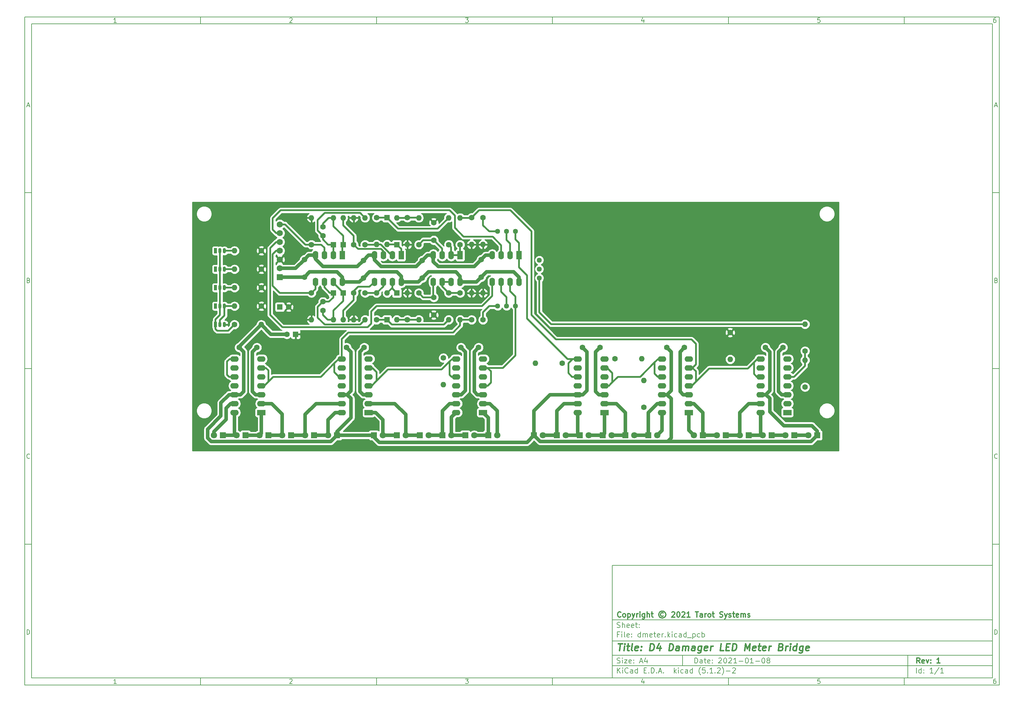
<source format=gbr>
G04 #@! TF.GenerationSoftware,KiCad,Pcbnew,(5.1.2)-2*
G04 #@! TF.CreationDate,2021-01-08T22:33:22+00:00*
G04 #@! TF.ProjectId,dmeter,646d6574-6572-42e6-9b69-6361645f7063,1*
G04 #@! TF.SameCoordinates,PX365c040PY7fcad80*
G04 #@! TF.FileFunction,Copper,L2,Bot*
G04 #@! TF.FilePolarity,Positive*
%FSLAX46Y46*%
G04 Gerber Fmt 4.6, Leading zero omitted, Abs format (unit mm)*
G04 Created by KiCad (PCBNEW (5.1.2)-2) date 2021-01-08 22:33:22*
%MOMM*%
%LPD*%
G04 APERTURE LIST*
%ADD10C,0.100000*%
%ADD11C,0.150000*%
%ADD12C,0.300000*%
%ADD13C,0.400000*%
%ADD14C,1.440000*%
%ADD15C,1.600000*%
%ADD16O,1.600000X1.600000*%
%ADD17R,1.600000X2.400000*%
%ADD18O,1.600000X2.400000*%
%ADD19R,2.400000X1.600000*%
%ADD20O,2.400000X1.600000*%
%ADD21O,0.900000X1.500000*%
%ADD22R,0.900000X1.500000*%
%ADD23R,1.750000X1.750000*%
%ADD24C,1.750000*%
%ADD25R,1.800000X1.800000*%
%ADD26C,1.800000*%
%ADD27R,1.600000X1.600000*%
%ADD28C,1.000000*%
%ADD29C,0.500000*%
%ADD30C,0.254000*%
G04 APERTURE END LIST*
D10*
D11*
X120002200Y-32007200D02*
X120002200Y-64007200D01*
X228002200Y-64007200D01*
X228002200Y-32007200D01*
X120002200Y-32007200D01*
D10*
D11*
X-47000000Y124000000D02*
X-47000000Y-66007200D01*
X230002200Y-66007200D01*
X230002200Y124000000D01*
X-47000000Y124000000D01*
D10*
D11*
X-45000000Y122000000D02*
X-45000000Y-64007200D01*
X228002200Y-64007200D01*
X228002200Y122000000D01*
X-45000000Y122000000D01*
D10*
D11*
X3000000Y122000000D02*
X3000000Y124000000D01*
D10*
D11*
X53000000Y122000000D02*
X53000000Y124000000D01*
D10*
D11*
X103000000Y122000000D02*
X103000000Y124000000D01*
D10*
D11*
X153000000Y122000000D02*
X153000000Y124000000D01*
D10*
D11*
X203000000Y122000000D02*
X203000000Y124000000D01*
D10*
D11*
X-20934524Y122411905D02*
X-21677381Y122411905D01*
X-21305953Y122411905D02*
X-21305953Y123711905D01*
X-21429762Y123526191D01*
X-21553572Y123402381D01*
X-21677381Y123340477D01*
D10*
D11*
X28322619Y123588096D02*
X28384523Y123650000D01*
X28508333Y123711905D01*
X28817857Y123711905D01*
X28941666Y123650000D01*
X29003571Y123588096D01*
X29065476Y123464286D01*
X29065476Y123340477D01*
X29003571Y123154762D01*
X28260714Y122411905D01*
X29065476Y122411905D01*
D10*
D11*
X78260714Y123711905D02*
X79065476Y123711905D01*
X78632142Y123216667D01*
X78817857Y123216667D01*
X78941666Y123154762D01*
X79003571Y123092858D01*
X79065476Y122969048D01*
X79065476Y122659524D01*
X79003571Y122535715D01*
X78941666Y122473810D01*
X78817857Y122411905D01*
X78446428Y122411905D01*
X78322619Y122473810D01*
X78260714Y122535715D01*
D10*
D11*
X128941666Y123278572D02*
X128941666Y122411905D01*
X128632142Y123773810D02*
X128322619Y122845239D01*
X129127380Y122845239D01*
D10*
D11*
X179003571Y123711905D02*
X178384523Y123711905D01*
X178322619Y123092858D01*
X178384523Y123154762D01*
X178508333Y123216667D01*
X178817857Y123216667D01*
X178941666Y123154762D01*
X179003571Y123092858D01*
X179065476Y122969048D01*
X179065476Y122659524D01*
X179003571Y122535715D01*
X178941666Y122473810D01*
X178817857Y122411905D01*
X178508333Y122411905D01*
X178384523Y122473810D01*
X178322619Y122535715D01*
D10*
D11*
X228941666Y123711905D02*
X228694047Y123711905D01*
X228570238Y123650000D01*
X228508333Y123588096D01*
X228384523Y123402381D01*
X228322619Y123154762D01*
X228322619Y122659524D01*
X228384523Y122535715D01*
X228446428Y122473810D01*
X228570238Y122411905D01*
X228817857Y122411905D01*
X228941666Y122473810D01*
X229003571Y122535715D01*
X229065476Y122659524D01*
X229065476Y122969048D01*
X229003571Y123092858D01*
X228941666Y123154762D01*
X228817857Y123216667D01*
X228570238Y123216667D01*
X228446428Y123154762D01*
X228384523Y123092858D01*
X228322619Y122969048D01*
D10*
D11*
X3000000Y-64007200D02*
X3000000Y-66007200D01*
D10*
D11*
X53000000Y-64007200D02*
X53000000Y-66007200D01*
D10*
D11*
X103000000Y-64007200D02*
X103000000Y-66007200D01*
D10*
D11*
X153000000Y-64007200D02*
X153000000Y-66007200D01*
D10*
D11*
X203000000Y-64007200D02*
X203000000Y-66007200D01*
D10*
D11*
X-20934524Y-65595295D02*
X-21677381Y-65595295D01*
X-21305953Y-65595295D02*
X-21305953Y-64295295D01*
X-21429762Y-64481009D01*
X-21553572Y-64604819D01*
X-21677381Y-64666723D01*
D10*
D11*
X28322619Y-64419104D02*
X28384523Y-64357200D01*
X28508333Y-64295295D01*
X28817857Y-64295295D01*
X28941666Y-64357200D01*
X29003571Y-64419104D01*
X29065476Y-64542914D01*
X29065476Y-64666723D01*
X29003571Y-64852438D01*
X28260714Y-65595295D01*
X29065476Y-65595295D01*
D10*
D11*
X78260714Y-64295295D02*
X79065476Y-64295295D01*
X78632142Y-64790533D01*
X78817857Y-64790533D01*
X78941666Y-64852438D01*
X79003571Y-64914342D01*
X79065476Y-65038152D01*
X79065476Y-65347676D01*
X79003571Y-65471485D01*
X78941666Y-65533390D01*
X78817857Y-65595295D01*
X78446428Y-65595295D01*
X78322619Y-65533390D01*
X78260714Y-65471485D01*
D10*
D11*
X128941666Y-64728628D02*
X128941666Y-65595295D01*
X128632142Y-64233390D02*
X128322619Y-65161961D01*
X129127380Y-65161961D01*
D10*
D11*
X179003571Y-64295295D02*
X178384523Y-64295295D01*
X178322619Y-64914342D01*
X178384523Y-64852438D01*
X178508333Y-64790533D01*
X178817857Y-64790533D01*
X178941666Y-64852438D01*
X179003571Y-64914342D01*
X179065476Y-65038152D01*
X179065476Y-65347676D01*
X179003571Y-65471485D01*
X178941666Y-65533390D01*
X178817857Y-65595295D01*
X178508333Y-65595295D01*
X178384523Y-65533390D01*
X178322619Y-65471485D01*
D10*
D11*
X228941666Y-64295295D02*
X228694047Y-64295295D01*
X228570238Y-64357200D01*
X228508333Y-64419104D01*
X228384523Y-64604819D01*
X228322619Y-64852438D01*
X228322619Y-65347676D01*
X228384523Y-65471485D01*
X228446428Y-65533390D01*
X228570238Y-65595295D01*
X228817857Y-65595295D01*
X228941666Y-65533390D01*
X229003571Y-65471485D01*
X229065476Y-65347676D01*
X229065476Y-65038152D01*
X229003571Y-64914342D01*
X228941666Y-64852438D01*
X228817857Y-64790533D01*
X228570238Y-64790533D01*
X228446428Y-64852438D01*
X228384523Y-64914342D01*
X228322619Y-65038152D01*
D10*
D11*
X-47000000Y74000000D02*
X-45000000Y74000000D01*
D10*
D11*
X-47000000Y24000000D02*
X-45000000Y24000000D01*
D10*
D11*
X-47000000Y-26000000D02*
X-45000000Y-26000000D01*
D10*
D11*
X-46309524Y98783334D02*
X-45690477Y98783334D01*
X-46433334Y98411905D02*
X-46000000Y99711905D01*
X-45566667Y98411905D01*
D10*
D11*
X-45907143Y49092858D02*
X-45721429Y49030953D01*
X-45659524Y48969048D01*
X-45597620Y48845239D01*
X-45597620Y48659524D01*
X-45659524Y48535715D01*
X-45721429Y48473810D01*
X-45845239Y48411905D01*
X-46340477Y48411905D01*
X-46340477Y49711905D01*
X-45907143Y49711905D01*
X-45783334Y49650000D01*
X-45721429Y49588096D01*
X-45659524Y49464286D01*
X-45659524Y49340477D01*
X-45721429Y49216667D01*
X-45783334Y49154762D01*
X-45907143Y49092858D01*
X-46340477Y49092858D01*
D10*
D11*
X-45597620Y-1464285D02*
X-45659524Y-1526190D01*
X-45845239Y-1588095D01*
X-45969048Y-1588095D01*
X-46154762Y-1526190D01*
X-46278572Y-1402380D01*
X-46340477Y-1278571D01*
X-46402381Y-1030952D01*
X-46402381Y-845238D01*
X-46340477Y-597619D01*
X-46278572Y-473809D01*
X-46154762Y-350000D01*
X-45969048Y-288095D01*
X-45845239Y-288095D01*
X-45659524Y-350000D01*
X-45597620Y-411904D01*
D10*
D11*
X-46340477Y-51588095D02*
X-46340477Y-50288095D01*
X-46030953Y-50288095D01*
X-45845239Y-50350000D01*
X-45721429Y-50473809D01*
X-45659524Y-50597619D01*
X-45597620Y-50845238D01*
X-45597620Y-51030952D01*
X-45659524Y-51278571D01*
X-45721429Y-51402380D01*
X-45845239Y-51526190D01*
X-46030953Y-51588095D01*
X-46340477Y-51588095D01*
D10*
D11*
X230002200Y74000000D02*
X228002200Y74000000D01*
D10*
D11*
X230002200Y24000000D02*
X228002200Y24000000D01*
D10*
D11*
X230002200Y-26000000D02*
X228002200Y-26000000D01*
D10*
D11*
X228692676Y98783334D02*
X229311723Y98783334D01*
X228568866Y98411905D02*
X229002200Y99711905D01*
X229435533Y98411905D01*
D10*
D11*
X229095057Y49092858D02*
X229280771Y49030953D01*
X229342676Y48969048D01*
X229404580Y48845239D01*
X229404580Y48659524D01*
X229342676Y48535715D01*
X229280771Y48473810D01*
X229156961Y48411905D01*
X228661723Y48411905D01*
X228661723Y49711905D01*
X229095057Y49711905D01*
X229218866Y49650000D01*
X229280771Y49588096D01*
X229342676Y49464286D01*
X229342676Y49340477D01*
X229280771Y49216667D01*
X229218866Y49154762D01*
X229095057Y49092858D01*
X228661723Y49092858D01*
D10*
D11*
X229404580Y-1464285D02*
X229342676Y-1526190D01*
X229156961Y-1588095D01*
X229033152Y-1588095D01*
X228847438Y-1526190D01*
X228723628Y-1402380D01*
X228661723Y-1278571D01*
X228599819Y-1030952D01*
X228599819Y-845238D01*
X228661723Y-597619D01*
X228723628Y-473809D01*
X228847438Y-350000D01*
X229033152Y-288095D01*
X229156961Y-288095D01*
X229342676Y-350000D01*
X229404580Y-411904D01*
D10*
D11*
X228661723Y-51588095D02*
X228661723Y-50288095D01*
X228971247Y-50288095D01*
X229156961Y-50350000D01*
X229280771Y-50473809D01*
X229342676Y-50597619D01*
X229404580Y-50845238D01*
X229404580Y-51030952D01*
X229342676Y-51278571D01*
X229280771Y-51402380D01*
X229156961Y-51526190D01*
X228971247Y-51588095D01*
X228661723Y-51588095D01*
D10*
D11*
X143434342Y-59785771D02*
X143434342Y-58285771D01*
X143791485Y-58285771D01*
X144005771Y-58357200D01*
X144148628Y-58500057D01*
X144220057Y-58642914D01*
X144291485Y-58928628D01*
X144291485Y-59142914D01*
X144220057Y-59428628D01*
X144148628Y-59571485D01*
X144005771Y-59714342D01*
X143791485Y-59785771D01*
X143434342Y-59785771D01*
X145577200Y-59785771D02*
X145577200Y-59000057D01*
X145505771Y-58857200D01*
X145362914Y-58785771D01*
X145077200Y-58785771D01*
X144934342Y-58857200D01*
X145577200Y-59714342D02*
X145434342Y-59785771D01*
X145077200Y-59785771D01*
X144934342Y-59714342D01*
X144862914Y-59571485D01*
X144862914Y-59428628D01*
X144934342Y-59285771D01*
X145077200Y-59214342D01*
X145434342Y-59214342D01*
X145577200Y-59142914D01*
X146077200Y-58785771D02*
X146648628Y-58785771D01*
X146291485Y-58285771D02*
X146291485Y-59571485D01*
X146362914Y-59714342D01*
X146505771Y-59785771D01*
X146648628Y-59785771D01*
X147720057Y-59714342D02*
X147577200Y-59785771D01*
X147291485Y-59785771D01*
X147148628Y-59714342D01*
X147077200Y-59571485D01*
X147077200Y-59000057D01*
X147148628Y-58857200D01*
X147291485Y-58785771D01*
X147577200Y-58785771D01*
X147720057Y-58857200D01*
X147791485Y-59000057D01*
X147791485Y-59142914D01*
X147077200Y-59285771D01*
X148434342Y-59642914D02*
X148505771Y-59714342D01*
X148434342Y-59785771D01*
X148362914Y-59714342D01*
X148434342Y-59642914D01*
X148434342Y-59785771D01*
X148434342Y-58857200D02*
X148505771Y-58928628D01*
X148434342Y-59000057D01*
X148362914Y-58928628D01*
X148434342Y-58857200D01*
X148434342Y-59000057D01*
X150220057Y-58428628D02*
X150291485Y-58357200D01*
X150434342Y-58285771D01*
X150791485Y-58285771D01*
X150934342Y-58357200D01*
X151005771Y-58428628D01*
X151077200Y-58571485D01*
X151077200Y-58714342D01*
X151005771Y-58928628D01*
X150148628Y-59785771D01*
X151077200Y-59785771D01*
X152005771Y-58285771D02*
X152148628Y-58285771D01*
X152291485Y-58357200D01*
X152362914Y-58428628D01*
X152434342Y-58571485D01*
X152505771Y-58857200D01*
X152505771Y-59214342D01*
X152434342Y-59500057D01*
X152362914Y-59642914D01*
X152291485Y-59714342D01*
X152148628Y-59785771D01*
X152005771Y-59785771D01*
X151862914Y-59714342D01*
X151791485Y-59642914D01*
X151720057Y-59500057D01*
X151648628Y-59214342D01*
X151648628Y-58857200D01*
X151720057Y-58571485D01*
X151791485Y-58428628D01*
X151862914Y-58357200D01*
X152005771Y-58285771D01*
X153077200Y-58428628D02*
X153148628Y-58357200D01*
X153291485Y-58285771D01*
X153648628Y-58285771D01*
X153791485Y-58357200D01*
X153862914Y-58428628D01*
X153934342Y-58571485D01*
X153934342Y-58714342D01*
X153862914Y-58928628D01*
X153005771Y-59785771D01*
X153934342Y-59785771D01*
X155362914Y-59785771D02*
X154505771Y-59785771D01*
X154934342Y-59785771D02*
X154934342Y-58285771D01*
X154791485Y-58500057D01*
X154648628Y-58642914D01*
X154505771Y-58714342D01*
X156005771Y-59214342D02*
X157148628Y-59214342D01*
X158148628Y-58285771D02*
X158291485Y-58285771D01*
X158434342Y-58357200D01*
X158505771Y-58428628D01*
X158577200Y-58571485D01*
X158648628Y-58857200D01*
X158648628Y-59214342D01*
X158577200Y-59500057D01*
X158505771Y-59642914D01*
X158434342Y-59714342D01*
X158291485Y-59785771D01*
X158148628Y-59785771D01*
X158005771Y-59714342D01*
X157934342Y-59642914D01*
X157862914Y-59500057D01*
X157791485Y-59214342D01*
X157791485Y-58857200D01*
X157862914Y-58571485D01*
X157934342Y-58428628D01*
X158005771Y-58357200D01*
X158148628Y-58285771D01*
X160077200Y-59785771D02*
X159220057Y-59785771D01*
X159648628Y-59785771D02*
X159648628Y-58285771D01*
X159505771Y-58500057D01*
X159362914Y-58642914D01*
X159220057Y-58714342D01*
X160720057Y-59214342D02*
X161862914Y-59214342D01*
X162862914Y-58285771D02*
X163005771Y-58285771D01*
X163148628Y-58357200D01*
X163220057Y-58428628D01*
X163291485Y-58571485D01*
X163362914Y-58857200D01*
X163362914Y-59214342D01*
X163291485Y-59500057D01*
X163220057Y-59642914D01*
X163148628Y-59714342D01*
X163005771Y-59785771D01*
X162862914Y-59785771D01*
X162720057Y-59714342D01*
X162648628Y-59642914D01*
X162577200Y-59500057D01*
X162505771Y-59214342D01*
X162505771Y-58857200D01*
X162577200Y-58571485D01*
X162648628Y-58428628D01*
X162720057Y-58357200D01*
X162862914Y-58285771D01*
X164220057Y-58928628D02*
X164077200Y-58857200D01*
X164005771Y-58785771D01*
X163934342Y-58642914D01*
X163934342Y-58571485D01*
X164005771Y-58428628D01*
X164077200Y-58357200D01*
X164220057Y-58285771D01*
X164505771Y-58285771D01*
X164648628Y-58357200D01*
X164720057Y-58428628D01*
X164791485Y-58571485D01*
X164791485Y-58642914D01*
X164720057Y-58785771D01*
X164648628Y-58857200D01*
X164505771Y-58928628D01*
X164220057Y-58928628D01*
X164077200Y-59000057D01*
X164005771Y-59071485D01*
X163934342Y-59214342D01*
X163934342Y-59500057D01*
X164005771Y-59642914D01*
X164077200Y-59714342D01*
X164220057Y-59785771D01*
X164505771Y-59785771D01*
X164648628Y-59714342D01*
X164720057Y-59642914D01*
X164791485Y-59500057D01*
X164791485Y-59214342D01*
X164720057Y-59071485D01*
X164648628Y-59000057D01*
X164505771Y-58928628D01*
D10*
D11*
X120002200Y-60507200D02*
X228002200Y-60507200D01*
D10*
D11*
X121434342Y-62585771D02*
X121434342Y-61085771D01*
X122291485Y-62585771D02*
X121648628Y-61728628D01*
X122291485Y-61085771D02*
X121434342Y-61942914D01*
X122934342Y-62585771D02*
X122934342Y-61585771D01*
X122934342Y-61085771D02*
X122862914Y-61157200D01*
X122934342Y-61228628D01*
X123005771Y-61157200D01*
X122934342Y-61085771D01*
X122934342Y-61228628D01*
X124505771Y-62442914D02*
X124434342Y-62514342D01*
X124220057Y-62585771D01*
X124077200Y-62585771D01*
X123862914Y-62514342D01*
X123720057Y-62371485D01*
X123648628Y-62228628D01*
X123577200Y-61942914D01*
X123577200Y-61728628D01*
X123648628Y-61442914D01*
X123720057Y-61300057D01*
X123862914Y-61157200D01*
X124077200Y-61085771D01*
X124220057Y-61085771D01*
X124434342Y-61157200D01*
X124505771Y-61228628D01*
X125791485Y-62585771D02*
X125791485Y-61800057D01*
X125720057Y-61657200D01*
X125577200Y-61585771D01*
X125291485Y-61585771D01*
X125148628Y-61657200D01*
X125791485Y-62514342D02*
X125648628Y-62585771D01*
X125291485Y-62585771D01*
X125148628Y-62514342D01*
X125077200Y-62371485D01*
X125077200Y-62228628D01*
X125148628Y-62085771D01*
X125291485Y-62014342D01*
X125648628Y-62014342D01*
X125791485Y-61942914D01*
X127148628Y-62585771D02*
X127148628Y-61085771D01*
X127148628Y-62514342D02*
X127005771Y-62585771D01*
X126720057Y-62585771D01*
X126577200Y-62514342D01*
X126505771Y-62442914D01*
X126434342Y-62300057D01*
X126434342Y-61871485D01*
X126505771Y-61728628D01*
X126577200Y-61657200D01*
X126720057Y-61585771D01*
X127005771Y-61585771D01*
X127148628Y-61657200D01*
X129005771Y-61800057D02*
X129505771Y-61800057D01*
X129720057Y-62585771D02*
X129005771Y-62585771D01*
X129005771Y-61085771D01*
X129720057Y-61085771D01*
X130362914Y-62442914D02*
X130434342Y-62514342D01*
X130362914Y-62585771D01*
X130291485Y-62514342D01*
X130362914Y-62442914D01*
X130362914Y-62585771D01*
X131077200Y-62585771D02*
X131077200Y-61085771D01*
X131434342Y-61085771D01*
X131648628Y-61157200D01*
X131791485Y-61300057D01*
X131862914Y-61442914D01*
X131934342Y-61728628D01*
X131934342Y-61942914D01*
X131862914Y-62228628D01*
X131791485Y-62371485D01*
X131648628Y-62514342D01*
X131434342Y-62585771D01*
X131077200Y-62585771D01*
X132577200Y-62442914D02*
X132648628Y-62514342D01*
X132577200Y-62585771D01*
X132505771Y-62514342D01*
X132577200Y-62442914D01*
X132577200Y-62585771D01*
X133220057Y-62157200D02*
X133934342Y-62157200D01*
X133077200Y-62585771D02*
X133577200Y-61085771D01*
X134077200Y-62585771D01*
X134577200Y-62442914D02*
X134648628Y-62514342D01*
X134577200Y-62585771D01*
X134505771Y-62514342D01*
X134577200Y-62442914D01*
X134577200Y-62585771D01*
X137577200Y-62585771D02*
X137577200Y-61085771D01*
X137720057Y-62014342D02*
X138148628Y-62585771D01*
X138148628Y-61585771D02*
X137577200Y-62157200D01*
X138791485Y-62585771D02*
X138791485Y-61585771D01*
X138791485Y-61085771D02*
X138720057Y-61157200D01*
X138791485Y-61228628D01*
X138862914Y-61157200D01*
X138791485Y-61085771D01*
X138791485Y-61228628D01*
X140148628Y-62514342D02*
X140005771Y-62585771D01*
X139720057Y-62585771D01*
X139577200Y-62514342D01*
X139505771Y-62442914D01*
X139434342Y-62300057D01*
X139434342Y-61871485D01*
X139505771Y-61728628D01*
X139577200Y-61657200D01*
X139720057Y-61585771D01*
X140005771Y-61585771D01*
X140148628Y-61657200D01*
X141434342Y-62585771D02*
X141434342Y-61800057D01*
X141362914Y-61657200D01*
X141220057Y-61585771D01*
X140934342Y-61585771D01*
X140791485Y-61657200D01*
X141434342Y-62514342D02*
X141291485Y-62585771D01*
X140934342Y-62585771D01*
X140791485Y-62514342D01*
X140720057Y-62371485D01*
X140720057Y-62228628D01*
X140791485Y-62085771D01*
X140934342Y-62014342D01*
X141291485Y-62014342D01*
X141434342Y-61942914D01*
X142791485Y-62585771D02*
X142791485Y-61085771D01*
X142791485Y-62514342D02*
X142648628Y-62585771D01*
X142362914Y-62585771D01*
X142220057Y-62514342D01*
X142148628Y-62442914D01*
X142077200Y-62300057D01*
X142077200Y-61871485D01*
X142148628Y-61728628D01*
X142220057Y-61657200D01*
X142362914Y-61585771D01*
X142648628Y-61585771D01*
X142791485Y-61657200D01*
X145077200Y-63157200D02*
X145005771Y-63085771D01*
X144862914Y-62871485D01*
X144791485Y-62728628D01*
X144720057Y-62514342D01*
X144648628Y-62157200D01*
X144648628Y-61871485D01*
X144720057Y-61514342D01*
X144791485Y-61300057D01*
X144862914Y-61157200D01*
X145005771Y-60942914D01*
X145077200Y-60871485D01*
X146362914Y-61085771D02*
X145648628Y-61085771D01*
X145577200Y-61800057D01*
X145648628Y-61728628D01*
X145791485Y-61657200D01*
X146148628Y-61657200D01*
X146291485Y-61728628D01*
X146362914Y-61800057D01*
X146434342Y-61942914D01*
X146434342Y-62300057D01*
X146362914Y-62442914D01*
X146291485Y-62514342D01*
X146148628Y-62585771D01*
X145791485Y-62585771D01*
X145648628Y-62514342D01*
X145577200Y-62442914D01*
X147077200Y-62442914D02*
X147148628Y-62514342D01*
X147077200Y-62585771D01*
X147005771Y-62514342D01*
X147077200Y-62442914D01*
X147077200Y-62585771D01*
X148577200Y-62585771D02*
X147720057Y-62585771D01*
X148148628Y-62585771D02*
X148148628Y-61085771D01*
X148005771Y-61300057D01*
X147862914Y-61442914D01*
X147720057Y-61514342D01*
X149220057Y-62442914D02*
X149291485Y-62514342D01*
X149220057Y-62585771D01*
X149148628Y-62514342D01*
X149220057Y-62442914D01*
X149220057Y-62585771D01*
X149862914Y-61228628D02*
X149934342Y-61157200D01*
X150077200Y-61085771D01*
X150434342Y-61085771D01*
X150577200Y-61157200D01*
X150648628Y-61228628D01*
X150720057Y-61371485D01*
X150720057Y-61514342D01*
X150648628Y-61728628D01*
X149791485Y-62585771D01*
X150720057Y-62585771D01*
X151220057Y-63157200D02*
X151291485Y-63085771D01*
X151434342Y-62871485D01*
X151505771Y-62728628D01*
X151577200Y-62514342D01*
X151648628Y-62157200D01*
X151648628Y-61871485D01*
X151577200Y-61514342D01*
X151505771Y-61300057D01*
X151434342Y-61157200D01*
X151291485Y-60942914D01*
X151220057Y-60871485D01*
X152362914Y-62014342D02*
X153505771Y-62014342D01*
X154148628Y-61228628D02*
X154220057Y-61157200D01*
X154362914Y-61085771D01*
X154720057Y-61085771D01*
X154862914Y-61157200D01*
X154934342Y-61228628D01*
X155005771Y-61371485D01*
X155005771Y-61514342D01*
X154934342Y-61728628D01*
X154077200Y-62585771D01*
X155005771Y-62585771D01*
D10*
D11*
X120002200Y-57507200D02*
X228002200Y-57507200D01*
D10*
D12*
X207411485Y-59785771D02*
X206911485Y-59071485D01*
X206554342Y-59785771D02*
X206554342Y-58285771D01*
X207125771Y-58285771D01*
X207268628Y-58357200D01*
X207340057Y-58428628D01*
X207411485Y-58571485D01*
X207411485Y-58785771D01*
X207340057Y-58928628D01*
X207268628Y-59000057D01*
X207125771Y-59071485D01*
X206554342Y-59071485D01*
X208625771Y-59714342D02*
X208482914Y-59785771D01*
X208197200Y-59785771D01*
X208054342Y-59714342D01*
X207982914Y-59571485D01*
X207982914Y-59000057D01*
X208054342Y-58857200D01*
X208197200Y-58785771D01*
X208482914Y-58785771D01*
X208625771Y-58857200D01*
X208697200Y-59000057D01*
X208697200Y-59142914D01*
X207982914Y-59285771D01*
X209197200Y-58785771D02*
X209554342Y-59785771D01*
X209911485Y-58785771D01*
X210482914Y-59642914D02*
X210554342Y-59714342D01*
X210482914Y-59785771D01*
X210411485Y-59714342D01*
X210482914Y-59642914D01*
X210482914Y-59785771D01*
X210482914Y-58857200D02*
X210554342Y-58928628D01*
X210482914Y-59000057D01*
X210411485Y-58928628D01*
X210482914Y-58857200D01*
X210482914Y-59000057D01*
X213125771Y-59785771D02*
X212268628Y-59785771D01*
X212697200Y-59785771D02*
X212697200Y-58285771D01*
X212554342Y-58500057D01*
X212411485Y-58642914D01*
X212268628Y-58714342D01*
D10*
D11*
X121362914Y-59714342D02*
X121577200Y-59785771D01*
X121934342Y-59785771D01*
X122077200Y-59714342D01*
X122148628Y-59642914D01*
X122220057Y-59500057D01*
X122220057Y-59357200D01*
X122148628Y-59214342D01*
X122077200Y-59142914D01*
X121934342Y-59071485D01*
X121648628Y-59000057D01*
X121505771Y-58928628D01*
X121434342Y-58857200D01*
X121362914Y-58714342D01*
X121362914Y-58571485D01*
X121434342Y-58428628D01*
X121505771Y-58357200D01*
X121648628Y-58285771D01*
X122005771Y-58285771D01*
X122220057Y-58357200D01*
X122862914Y-59785771D02*
X122862914Y-58785771D01*
X122862914Y-58285771D02*
X122791485Y-58357200D01*
X122862914Y-58428628D01*
X122934342Y-58357200D01*
X122862914Y-58285771D01*
X122862914Y-58428628D01*
X123434342Y-58785771D02*
X124220057Y-58785771D01*
X123434342Y-59785771D01*
X124220057Y-59785771D01*
X125362914Y-59714342D02*
X125220057Y-59785771D01*
X124934342Y-59785771D01*
X124791485Y-59714342D01*
X124720057Y-59571485D01*
X124720057Y-59000057D01*
X124791485Y-58857200D01*
X124934342Y-58785771D01*
X125220057Y-58785771D01*
X125362914Y-58857200D01*
X125434342Y-59000057D01*
X125434342Y-59142914D01*
X124720057Y-59285771D01*
X126077200Y-59642914D02*
X126148628Y-59714342D01*
X126077200Y-59785771D01*
X126005771Y-59714342D01*
X126077200Y-59642914D01*
X126077200Y-59785771D01*
X126077200Y-58857200D02*
X126148628Y-58928628D01*
X126077200Y-59000057D01*
X126005771Y-58928628D01*
X126077200Y-58857200D01*
X126077200Y-59000057D01*
X127862914Y-59357200D02*
X128577200Y-59357200D01*
X127720057Y-59785771D02*
X128220057Y-58285771D01*
X128720057Y-59785771D01*
X129862914Y-58785771D02*
X129862914Y-59785771D01*
X129505771Y-58214342D02*
X129148628Y-59285771D01*
X130077200Y-59285771D01*
D10*
D11*
X206434342Y-62585771D02*
X206434342Y-61085771D01*
X207791485Y-62585771D02*
X207791485Y-61085771D01*
X207791485Y-62514342D02*
X207648628Y-62585771D01*
X207362914Y-62585771D01*
X207220057Y-62514342D01*
X207148628Y-62442914D01*
X207077200Y-62300057D01*
X207077200Y-61871485D01*
X207148628Y-61728628D01*
X207220057Y-61657200D01*
X207362914Y-61585771D01*
X207648628Y-61585771D01*
X207791485Y-61657200D01*
X208505771Y-62442914D02*
X208577200Y-62514342D01*
X208505771Y-62585771D01*
X208434342Y-62514342D01*
X208505771Y-62442914D01*
X208505771Y-62585771D01*
X208505771Y-61657200D02*
X208577200Y-61728628D01*
X208505771Y-61800057D01*
X208434342Y-61728628D01*
X208505771Y-61657200D01*
X208505771Y-61800057D01*
X211148628Y-62585771D02*
X210291485Y-62585771D01*
X210720057Y-62585771D02*
X210720057Y-61085771D01*
X210577200Y-61300057D01*
X210434342Y-61442914D01*
X210291485Y-61514342D01*
X212862914Y-61014342D02*
X211577200Y-62942914D01*
X214148628Y-62585771D02*
X213291485Y-62585771D01*
X213720057Y-62585771D02*
X213720057Y-61085771D01*
X213577200Y-61300057D01*
X213434342Y-61442914D01*
X213291485Y-61514342D01*
D10*
D11*
X120002200Y-53507200D02*
X228002200Y-53507200D01*
D10*
D13*
X121714580Y-54211961D02*
X122857438Y-54211961D01*
X122036009Y-56211961D02*
X122286009Y-54211961D01*
X123274104Y-56211961D02*
X123440771Y-54878628D01*
X123524104Y-54211961D02*
X123416961Y-54307200D01*
X123500295Y-54402438D01*
X123607438Y-54307200D01*
X123524104Y-54211961D01*
X123500295Y-54402438D01*
X124107438Y-54878628D02*
X124869342Y-54878628D01*
X124476485Y-54211961D02*
X124262200Y-55926247D01*
X124333628Y-56116723D01*
X124512200Y-56211961D01*
X124702676Y-56211961D01*
X125655057Y-56211961D02*
X125476485Y-56116723D01*
X125405057Y-55926247D01*
X125619342Y-54211961D01*
X127190771Y-56116723D02*
X126988390Y-56211961D01*
X126607438Y-56211961D01*
X126428866Y-56116723D01*
X126357438Y-55926247D01*
X126452676Y-55164342D01*
X126571723Y-54973866D01*
X126774104Y-54878628D01*
X127155057Y-54878628D01*
X127333628Y-54973866D01*
X127405057Y-55164342D01*
X127381247Y-55354819D01*
X126405057Y-55545295D01*
X128155057Y-56021485D02*
X128238390Y-56116723D01*
X128131247Y-56211961D01*
X128047914Y-56116723D01*
X128155057Y-56021485D01*
X128131247Y-56211961D01*
X128286009Y-54973866D02*
X128369342Y-55069104D01*
X128262200Y-55164342D01*
X128178866Y-55069104D01*
X128286009Y-54973866D01*
X128262200Y-55164342D01*
X130607438Y-56211961D02*
X130857438Y-54211961D01*
X131333628Y-54211961D01*
X131607438Y-54307200D01*
X131774104Y-54497676D01*
X131845533Y-54688152D01*
X131893152Y-55069104D01*
X131857438Y-55354819D01*
X131714580Y-55735771D01*
X131595533Y-55926247D01*
X131381247Y-56116723D01*
X131083628Y-56211961D01*
X130607438Y-56211961D01*
X133631247Y-54878628D02*
X133464580Y-56211961D01*
X133250295Y-54116723D02*
X132595533Y-55545295D01*
X133833628Y-55545295D01*
X136036009Y-56211961D02*
X136286009Y-54211961D01*
X136762200Y-54211961D01*
X137036009Y-54307200D01*
X137202676Y-54497676D01*
X137274104Y-54688152D01*
X137321723Y-55069104D01*
X137286009Y-55354819D01*
X137143152Y-55735771D01*
X137024104Y-55926247D01*
X136809819Y-56116723D01*
X136512200Y-56211961D01*
X136036009Y-56211961D01*
X138893152Y-56211961D02*
X139024104Y-55164342D01*
X138952676Y-54973866D01*
X138774104Y-54878628D01*
X138393152Y-54878628D01*
X138190771Y-54973866D01*
X138905057Y-56116723D02*
X138702676Y-56211961D01*
X138226485Y-56211961D01*
X138047914Y-56116723D01*
X137976485Y-55926247D01*
X138000295Y-55735771D01*
X138119342Y-55545295D01*
X138321723Y-55450057D01*
X138797914Y-55450057D01*
X139000295Y-55354819D01*
X139845533Y-56211961D02*
X140012200Y-54878628D01*
X139988390Y-55069104D02*
X140095533Y-54973866D01*
X140297914Y-54878628D01*
X140583628Y-54878628D01*
X140762200Y-54973866D01*
X140833628Y-55164342D01*
X140702676Y-56211961D01*
X140833628Y-55164342D02*
X140952676Y-54973866D01*
X141155057Y-54878628D01*
X141440771Y-54878628D01*
X141619342Y-54973866D01*
X141690771Y-55164342D01*
X141559819Y-56211961D01*
X143369342Y-56211961D02*
X143500295Y-55164342D01*
X143428866Y-54973866D01*
X143250295Y-54878628D01*
X142869342Y-54878628D01*
X142666961Y-54973866D01*
X143381247Y-56116723D02*
X143178866Y-56211961D01*
X142702676Y-56211961D01*
X142524104Y-56116723D01*
X142452676Y-55926247D01*
X142476485Y-55735771D01*
X142595533Y-55545295D01*
X142797914Y-55450057D01*
X143274104Y-55450057D01*
X143476485Y-55354819D01*
X145345533Y-54878628D02*
X145143152Y-56497676D01*
X145024104Y-56688152D01*
X144916961Y-56783390D01*
X144714580Y-56878628D01*
X144428866Y-56878628D01*
X144250295Y-56783390D01*
X145190771Y-56116723D02*
X144988390Y-56211961D01*
X144607438Y-56211961D01*
X144428866Y-56116723D01*
X144345533Y-56021485D01*
X144274104Y-55831009D01*
X144345533Y-55259580D01*
X144464580Y-55069104D01*
X144571723Y-54973866D01*
X144774104Y-54878628D01*
X145155057Y-54878628D01*
X145333628Y-54973866D01*
X146905057Y-56116723D02*
X146702676Y-56211961D01*
X146321723Y-56211961D01*
X146143152Y-56116723D01*
X146071723Y-55926247D01*
X146166961Y-55164342D01*
X146286009Y-54973866D01*
X146488390Y-54878628D01*
X146869342Y-54878628D01*
X147047914Y-54973866D01*
X147119342Y-55164342D01*
X147095533Y-55354819D01*
X146119342Y-55545295D01*
X147845533Y-56211961D02*
X148012200Y-54878628D01*
X147964580Y-55259580D02*
X148083628Y-55069104D01*
X148190771Y-54973866D01*
X148393152Y-54878628D01*
X148583628Y-54878628D01*
X151559819Y-56211961D02*
X150607438Y-56211961D01*
X150857438Y-54211961D01*
X152357438Y-55164342D02*
X153024104Y-55164342D01*
X153178866Y-56211961D02*
X152226485Y-56211961D01*
X152476485Y-54211961D01*
X153428866Y-54211961D01*
X154036009Y-56211961D02*
X154286009Y-54211961D01*
X154762200Y-54211961D01*
X155036009Y-54307200D01*
X155202676Y-54497676D01*
X155274104Y-54688152D01*
X155321723Y-55069104D01*
X155286009Y-55354819D01*
X155143152Y-55735771D01*
X155024104Y-55926247D01*
X154809819Y-56116723D01*
X154512200Y-56211961D01*
X154036009Y-56211961D01*
X157559819Y-56211961D02*
X157809819Y-54211961D01*
X158297914Y-55640533D01*
X159143152Y-54211961D01*
X158893152Y-56211961D01*
X160619342Y-56116723D02*
X160416961Y-56211961D01*
X160036009Y-56211961D01*
X159857438Y-56116723D01*
X159786009Y-55926247D01*
X159881247Y-55164342D01*
X160000295Y-54973866D01*
X160202676Y-54878628D01*
X160583628Y-54878628D01*
X160762200Y-54973866D01*
X160833628Y-55164342D01*
X160809819Y-55354819D01*
X159833628Y-55545295D01*
X161440771Y-54878628D02*
X162202676Y-54878628D01*
X161809819Y-54211961D02*
X161595533Y-55926247D01*
X161666961Y-56116723D01*
X161845533Y-56211961D01*
X162036009Y-56211961D01*
X163476485Y-56116723D02*
X163274104Y-56211961D01*
X162893152Y-56211961D01*
X162714580Y-56116723D01*
X162643152Y-55926247D01*
X162738390Y-55164342D01*
X162857438Y-54973866D01*
X163059819Y-54878628D01*
X163440771Y-54878628D01*
X163619342Y-54973866D01*
X163690771Y-55164342D01*
X163666961Y-55354819D01*
X162690771Y-55545295D01*
X164416961Y-56211961D02*
X164583628Y-54878628D01*
X164536009Y-55259580D02*
X164655057Y-55069104D01*
X164762200Y-54973866D01*
X164964580Y-54878628D01*
X165155057Y-54878628D01*
X167976485Y-55164342D02*
X168250295Y-55259580D01*
X168333628Y-55354819D01*
X168405057Y-55545295D01*
X168369342Y-55831009D01*
X168250295Y-56021485D01*
X168143152Y-56116723D01*
X167940771Y-56211961D01*
X167178866Y-56211961D01*
X167428866Y-54211961D01*
X168095533Y-54211961D01*
X168274104Y-54307200D01*
X168357438Y-54402438D01*
X168428866Y-54592914D01*
X168405057Y-54783390D01*
X168286009Y-54973866D01*
X168178866Y-55069104D01*
X167976485Y-55164342D01*
X167309819Y-55164342D01*
X169178866Y-56211961D02*
X169345533Y-54878628D01*
X169297914Y-55259580D02*
X169416961Y-55069104D01*
X169524104Y-54973866D01*
X169726485Y-54878628D01*
X169916961Y-54878628D01*
X170416961Y-56211961D02*
X170583628Y-54878628D01*
X170666961Y-54211961D02*
X170559819Y-54307200D01*
X170643152Y-54402438D01*
X170750295Y-54307200D01*
X170666961Y-54211961D01*
X170643152Y-54402438D01*
X172226485Y-56211961D02*
X172476485Y-54211961D01*
X172238390Y-56116723D02*
X172036009Y-56211961D01*
X171655057Y-56211961D01*
X171476485Y-56116723D01*
X171393152Y-56021485D01*
X171321723Y-55831009D01*
X171393152Y-55259580D01*
X171512200Y-55069104D01*
X171619342Y-54973866D01*
X171821723Y-54878628D01*
X172202676Y-54878628D01*
X172381247Y-54973866D01*
X174202676Y-54878628D02*
X174000295Y-56497676D01*
X173881247Y-56688152D01*
X173774104Y-56783390D01*
X173571723Y-56878628D01*
X173286009Y-56878628D01*
X173107438Y-56783390D01*
X174047914Y-56116723D02*
X173845533Y-56211961D01*
X173464580Y-56211961D01*
X173286009Y-56116723D01*
X173202676Y-56021485D01*
X173131247Y-55831009D01*
X173202676Y-55259580D01*
X173321723Y-55069104D01*
X173428866Y-54973866D01*
X173631247Y-54878628D01*
X174012200Y-54878628D01*
X174190771Y-54973866D01*
X175762200Y-56116723D02*
X175559819Y-56211961D01*
X175178866Y-56211961D01*
X175000295Y-56116723D01*
X174928866Y-55926247D01*
X175024104Y-55164342D01*
X175143152Y-54973866D01*
X175345533Y-54878628D01*
X175726485Y-54878628D01*
X175905057Y-54973866D01*
X175976485Y-55164342D01*
X175952676Y-55354819D01*
X174976485Y-55545295D01*
D10*
D11*
X121934342Y-51600057D02*
X121434342Y-51600057D01*
X121434342Y-52385771D02*
X121434342Y-50885771D01*
X122148628Y-50885771D01*
X122720057Y-52385771D02*
X122720057Y-51385771D01*
X122720057Y-50885771D02*
X122648628Y-50957200D01*
X122720057Y-51028628D01*
X122791485Y-50957200D01*
X122720057Y-50885771D01*
X122720057Y-51028628D01*
X123648628Y-52385771D02*
X123505771Y-52314342D01*
X123434342Y-52171485D01*
X123434342Y-50885771D01*
X124791485Y-52314342D02*
X124648628Y-52385771D01*
X124362914Y-52385771D01*
X124220057Y-52314342D01*
X124148628Y-52171485D01*
X124148628Y-51600057D01*
X124220057Y-51457200D01*
X124362914Y-51385771D01*
X124648628Y-51385771D01*
X124791485Y-51457200D01*
X124862914Y-51600057D01*
X124862914Y-51742914D01*
X124148628Y-51885771D01*
X125505771Y-52242914D02*
X125577200Y-52314342D01*
X125505771Y-52385771D01*
X125434342Y-52314342D01*
X125505771Y-52242914D01*
X125505771Y-52385771D01*
X125505771Y-51457200D02*
X125577200Y-51528628D01*
X125505771Y-51600057D01*
X125434342Y-51528628D01*
X125505771Y-51457200D01*
X125505771Y-51600057D01*
X128005771Y-52385771D02*
X128005771Y-50885771D01*
X128005771Y-52314342D02*
X127862914Y-52385771D01*
X127577200Y-52385771D01*
X127434342Y-52314342D01*
X127362914Y-52242914D01*
X127291485Y-52100057D01*
X127291485Y-51671485D01*
X127362914Y-51528628D01*
X127434342Y-51457200D01*
X127577200Y-51385771D01*
X127862914Y-51385771D01*
X128005771Y-51457200D01*
X128720057Y-52385771D02*
X128720057Y-51385771D01*
X128720057Y-51528628D02*
X128791485Y-51457200D01*
X128934342Y-51385771D01*
X129148628Y-51385771D01*
X129291485Y-51457200D01*
X129362914Y-51600057D01*
X129362914Y-52385771D01*
X129362914Y-51600057D02*
X129434342Y-51457200D01*
X129577200Y-51385771D01*
X129791485Y-51385771D01*
X129934342Y-51457200D01*
X130005771Y-51600057D01*
X130005771Y-52385771D01*
X131291485Y-52314342D02*
X131148628Y-52385771D01*
X130862914Y-52385771D01*
X130720057Y-52314342D01*
X130648628Y-52171485D01*
X130648628Y-51600057D01*
X130720057Y-51457200D01*
X130862914Y-51385771D01*
X131148628Y-51385771D01*
X131291485Y-51457200D01*
X131362914Y-51600057D01*
X131362914Y-51742914D01*
X130648628Y-51885771D01*
X131791485Y-51385771D02*
X132362914Y-51385771D01*
X132005771Y-50885771D02*
X132005771Y-52171485D01*
X132077200Y-52314342D01*
X132220057Y-52385771D01*
X132362914Y-52385771D01*
X133434342Y-52314342D02*
X133291485Y-52385771D01*
X133005771Y-52385771D01*
X132862914Y-52314342D01*
X132791485Y-52171485D01*
X132791485Y-51600057D01*
X132862914Y-51457200D01*
X133005771Y-51385771D01*
X133291485Y-51385771D01*
X133434342Y-51457200D01*
X133505771Y-51600057D01*
X133505771Y-51742914D01*
X132791485Y-51885771D01*
X134148628Y-52385771D02*
X134148628Y-51385771D01*
X134148628Y-51671485D02*
X134220057Y-51528628D01*
X134291485Y-51457200D01*
X134434342Y-51385771D01*
X134577200Y-51385771D01*
X135077200Y-52242914D02*
X135148628Y-52314342D01*
X135077200Y-52385771D01*
X135005771Y-52314342D01*
X135077200Y-52242914D01*
X135077200Y-52385771D01*
X135791485Y-52385771D02*
X135791485Y-50885771D01*
X135934342Y-51814342D02*
X136362914Y-52385771D01*
X136362914Y-51385771D02*
X135791485Y-51957200D01*
X137005771Y-52385771D02*
X137005771Y-51385771D01*
X137005771Y-50885771D02*
X136934342Y-50957200D01*
X137005771Y-51028628D01*
X137077200Y-50957200D01*
X137005771Y-50885771D01*
X137005771Y-51028628D01*
X138362914Y-52314342D02*
X138220057Y-52385771D01*
X137934342Y-52385771D01*
X137791485Y-52314342D01*
X137720057Y-52242914D01*
X137648628Y-52100057D01*
X137648628Y-51671485D01*
X137720057Y-51528628D01*
X137791485Y-51457200D01*
X137934342Y-51385771D01*
X138220057Y-51385771D01*
X138362914Y-51457200D01*
X139648628Y-52385771D02*
X139648628Y-51600057D01*
X139577200Y-51457200D01*
X139434342Y-51385771D01*
X139148628Y-51385771D01*
X139005771Y-51457200D01*
X139648628Y-52314342D02*
X139505771Y-52385771D01*
X139148628Y-52385771D01*
X139005771Y-52314342D01*
X138934342Y-52171485D01*
X138934342Y-52028628D01*
X139005771Y-51885771D01*
X139148628Y-51814342D01*
X139505771Y-51814342D01*
X139648628Y-51742914D01*
X141005771Y-52385771D02*
X141005771Y-50885771D01*
X141005771Y-52314342D02*
X140862914Y-52385771D01*
X140577200Y-52385771D01*
X140434342Y-52314342D01*
X140362914Y-52242914D01*
X140291485Y-52100057D01*
X140291485Y-51671485D01*
X140362914Y-51528628D01*
X140434342Y-51457200D01*
X140577200Y-51385771D01*
X140862914Y-51385771D01*
X141005771Y-51457200D01*
X141362914Y-52528628D02*
X142505771Y-52528628D01*
X142862914Y-51385771D02*
X142862914Y-52885771D01*
X142862914Y-51457200D02*
X143005771Y-51385771D01*
X143291485Y-51385771D01*
X143434342Y-51457200D01*
X143505771Y-51528628D01*
X143577200Y-51671485D01*
X143577200Y-52100057D01*
X143505771Y-52242914D01*
X143434342Y-52314342D01*
X143291485Y-52385771D01*
X143005771Y-52385771D01*
X142862914Y-52314342D01*
X144862914Y-52314342D02*
X144720057Y-52385771D01*
X144434342Y-52385771D01*
X144291485Y-52314342D01*
X144220057Y-52242914D01*
X144148628Y-52100057D01*
X144148628Y-51671485D01*
X144220057Y-51528628D01*
X144291485Y-51457200D01*
X144434342Y-51385771D01*
X144720057Y-51385771D01*
X144862914Y-51457200D01*
X145505771Y-52385771D02*
X145505771Y-50885771D01*
X145505771Y-51457200D02*
X145648628Y-51385771D01*
X145934342Y-51385771D01*
X146077200Y-51457200D01*
X146148628Y-51528628D01*
X146220057Y-51671485D01*
X146220057Y-52100057D01*
X146148628Y-52242914D01*
X146077200Y-52314342D01*
X145934342Y-52385771D01*
X145648628Y-52385771D01*
X145505771Y-52314342D01*
D10*
D11*
X120002200Y-47507200D02*
X228002200Y-47507200D01*
D10*
D11*
X121362914Y-49614342D02*
X121577200Y-49685771D01*
X121934342Y-49685771D01*
X122077200Y-49614342D01*
X122148628Y-49542914D01*
X122220057Y-49400057D01*
X122220057Y-49257200D01*
X122148628Y-49114342D01*
X122077200Y-49042914D01*
X121934342Y-48971485D01*
X121648628Y-48900057D01*
X121505771Y-48828628D01*
X121434342Y-48757200D01*
X121362914Y-48614342D01*
X121362914Y-48471485D01*
X121434342Y-48328628D01*
X121505771Y-48257200D01*
X121648628Y-48185771D01*
X122005771Y-48185771D01*
X122220057Y-48257200D01*
X122862914Y-49685771D02*
X122862914Y-48185771D01*
X123505771Y-49685771D02*
X123505771Y-48900057D01*
X123434342Y-48757200D01*
X123291485Y-48685771D01*
X123077200Y-48685771D01*
X122934342Y-48757200D01*
X122862914Y-48828628D01*
X124791485Y-49614342D02*
X124648628Y-49685771D01*
X124362914Y-49685771D01*
X124220057Y-49614342D01*
X124148628Y-49471485D01*
X124148628Y-48900057D01*
X124220057Y-48757200D01*
X124362914Y-48685771D01*
X124648628Y-48685771D01*
X124791485Y-48757200D01*
X124862914Y-48900057D01*
X124862914Y-49042914D01*
X124148628Y-49185771D01*
X126077200Y-49614342D02*
X125934342Y-49685771D01*
X125648628Y-49685771D01*
X125505771Y-49614342D01*
X125434342Y-49471485D01*
X125434342Y-48900057D01*
X125505771Y-48757200D01*
X125648628Y-48685771D01*
X125934342Y-48685771D01*
X126077200Y-48757200D01*
X126148628Y-48900057D01*
X126148628Y-49042914D01*
X125434342Y-49185771D01*
X126577200Y-48685771D02*
X127148628Y-48685771D01*
X126791485Y-48185771D02*
X126791485Y-49471485D01*
X126862914Y-49614342D01*
X127005771Y-49685771D01*
X127148628Y-49685771D01*
X127648628Y-49542914D02*
X127720057Y-49614342D01*
X127648628Y-49685771D01*
X127577200Y-49614342D01*
X127648628Y-49542914D01*
X127648628Y-49685771D01*
X127648628Y-48757200D02*
X127720057Y-48828628D01*
X127648628Y-48900057D01*
X127577200Y-48828628D01*
X127648628Y-48757200D01*
X127648628Y-48900057D01*
D10*
D12*
X122411485Y-46542914D02*
X122340057Y-46614342D01*
X122125771Y-46685771D01*
X121982914Y-46685771D01*
X121768628Y-46614342D01*
X121625771Y-46471485D01*
X121554342Y-46328628D01*
X121482914Y-46042914D01*
X121482914Y-45828628D01*
X121554342Y-45542914D01*
X121625771Y-45400057D01*
X121768628Y-45257200D01*
X121982914Y-45185771D01*
X122125771Y-45185771D01*
X122340057Y-45257200D01*
X122411485Y-45328628D01*
X123268628Y-46685771D02*
X123125771Y-46614342D01*
X123054342Y-46542914D01*
X122982914Y-46400057D01*
X122982914Y-45971485D01*
X123054342Y-45828628D01*
X123125771Y-45757200D01*
X123268628Y-45685771D01*
X123482914Y-45685771D01*
X123625771Y-45757200D01*
X123697200Y-45828628D01*
X123768628Y-45971485D01*
X123768628Y-46400057D01*
X123697200Y-46542914D01*
X123625771Y-46614342D01*
X123482914Y-46685771D01*
X123268628Y-46685771D01*
X124411485Y-45685771D02*
X124411485Y-47185771D01*
X124411485Y-45757200D02*
X124554342Y-45685771D01*
X124840057Y-45685771D01*
X124982914Y-45757200D01*
X125054342Y-45828628D01*
X125125771Y-45971485D01*
X125125771Y-46400057D01*
X125054342Y-46542914D01*
X124982914Y-46614342D01*
X124840057Y-46685771D01*
X124554342Y-46685771D01*
X124411485Y-46614342D01*
X125625771Y-45685771D02*
X125982914Y-46685771D01*
X126340057Y-45685771D02*
X125982914Y-46685771D01*
X125840057Y-47042914D01*
X125768628Y-47114342D01*
X125625771Y-47185771D01*
X126911485Y-46685771D02*
X126911485Y-45685771D01*
X126911485Y-45971485D02*
X126982914Y-45828628D01*
X127054342Y-45757200D01*
X127197200Y-45685771D01*
X127340057Y-45685771D01*
X127840057Y-46685771D02*
X127840057Y-45685771D01*
X127840057Y-45185771D02*
X127768628Y-45257200D01*
X127840057Y-45328628D01*
X127911485Y-45257200D01*
X127840057Y-45185771D01*
X127840057Y-45328628D01*
X129197200Y-45685771D02*
X129197200Y-46900057D01*
X129125771Y-47042914D01*
X129054342Y-47114342D01*
X128911485Y-47185771D01*
X128697200Y-47185771D01*
X128554342Y-47114342D01*
X129197200Y-46614342D02*
X129054342Y-46685771D01*
X128768628Y-46685771D01*
X128625771Y-46614342D01*
X128554342Y-46542914D01*
X128482914Y-46400057D01*
X128482914Y-45971485D01*
X128554342Y-45828628D01*
X128625771Y-45757200D01*
X128768628Y-45685771D01*
X129054342Y-45685771D01*
X129197200Y-45757200D01*
X129911485Y-46685771D02*
X129911485Y-45185771D01*
X130554342Y-46685771D02*
X130554342Y-45900057D01*
X130482914Y-45757200D01*
X130340057Y-45685771D01*
X130125771Y-45685771D01*
X129982914Y-45757200D01*
X129911485Y-45828628D01*
X131054342Y-45685771D02*
X131625771Y-45685771D01*
X131268628Y-45185771D02*
X131268628Y-46471485D01*
X131340057Y-46614342D01*
X131482914Y-46685771D01*
X131625771Y-46685771D01*
X134482914Y-45542914D02*
X134340057Y-45471485D01*
X134054342Y-45471485D01*
X133911485Y-45542914D01*
X133768628Y-45685771D01*
X133697200Y-45828628D01*
X133697200Y-46114342D01*
X133768628Y-46257200D01*
X133911485Y-46400057D01*
X134054342Y-46471485D01*
X134340057Y-46471485D01*
X134482914Y-46400057D01*
X134197200Y-44971485D02*
X133840057Y-45042914D01*
X133482914Y-45257200D01*
X133268628Y-45614342D01*
X133197200Y-45971485D01*
X133268628Y-46328628D01*
X133482914Y-46685771D01*
X133840057Y-46900057D01*
X134197200Y-46971485D01*
X134554342Y-46900057D01*
X134911485Y-46685771D01*
X135125771Y-46328628D01*
X135197200Y-45971485D01*
X135125771Y-45614342D01*
X134911485Y-45257200D01*
X134554342Y-45042914D01*
X134197200Y-44971485D01*
X136911485Y-45328628D02*
X136982914Y-45257200D01*
X137125771Y-45185771D01*
X137482914Y-45185771D01*
X137625771Y-45257200D01*
X137697200Y-45328628D01*
X137768628Y-45471485D01*
X137768628Y-45614342D01*
X137697200Y-45828628D01*
X136840057Y-46685771D01*
X137768628Y-46685771D01*
X138697200Y-45185771D02*
X138840057Y-45185771D01*
X138982914Y-45257200D01*
X139054342Y-45328628D01*
X139125771Y-45471485D01*
X139197200Y-45757200D01*
X139197200Y-46114342D01*
X139125771Y-46400057D01*
X139054342Y-46542914D01*
X138982914Y-46614342D01*
X138840057Y-46685771D01*
X138697200Y-46685771D01*
X138554342Y-46614342D01*
X138482914Y-46542914D01*
X138411485Y-46400057D01*
X138340057Y-46114342D01*
X138340057Y-45757200D01*
X138411485Y-45471485D01*
X138482914Y-45328628D01*
X138554342Y-45257200D01*
X138697200Y-45185771D01*
X139768628Y-45328628D02*
X139840057Y-45257200D01*
X139982914Y-45185771D01*
X140340057Y-45185771D01*
X140482914Y-45257200D01*
X140554342Y-45328628D01*
X140625771Y-45471485D01*
X140625771Y-45614342D01*
X140554342Y-45828628D01*
X139697200Y-46685771D01*
X140625771Y-46685771D01*
X142054342Y-46685771D02*
X141197200Y-46685771D01*
X141625771Y-46685771D02*
X141625771Y-45185771D01*
X141482914Y-45400057D01*
X141340057Y-45542914D01*
X141197200Y-45614342D01*
X143625771Y-45185771D02*
X144482914Y-45185771D01*
X144054342Y-46685771D02*
X144054342Y-45185771D01*
X145625771Y-46685771D02*
X145625771Y-45900057D01*
X145554342Y-45757200D01*
X145411485Y-45685771D01*
X145125771Y-45685771D01*
X144982914Y-45757200D01*
X145625771Y-46614342D02*
X145482914Y-46685771D01*
X145125771Y-46685771D01*
X144982914Y-46614342D01*
X144911485Y-46471485D01*
X144911485Y-46328628D01*
X144982914Y-46185771D01*
X145125771Y-46114342D01*
X145482914Y-46114342D01*
X145625771Y-46042914D01*
X146340057Y-46685771D02*
X146340057Y-45685771D01*
X146340057Y-45971485D02*
X146411485Y-45828628D01*
X146482914Y-45757200D01*
X146625771Y-45685771D01*
X146768628Y-45685771D01*
X147482914Y-46685771D02*
X147340057Y-46614342D01*
X147268628Y-46542914D01*
X147197200Y-46400057D01*
X147197200Y-45971485D01*
X147268628Y-45828628D01*
X147340057Y-45757200D01*
X147482914Y-45685771D01*
X147697200Y-45685771D01*
X147840057Y-45757200D01*
X147911485Y-45828628D01*
X147982914Y-45971485D01*
X147982914Y-46400057D01*
X147911485Y-46542914D01*
X147840057Y-46614342D01*
X147697200Y-46685771D01*
X147482914Y-46685771D01*
X148411485Y-45685771D02*
X148982914Y-45685771D01*
X148625771Y-45185771D02*
X148625771Y-46471485D01*
X148697200Y-46614342D01*
X148840057Y-46685771D01*
X148982914Y-46685771D01*
X150554342Y-46614342D02*
X150768628Y-46685771D01*
X151125771Y-46685771D01*
X151268628Y-46614342D01*
X151340057Y-46542914D01*
X151411485Y-46400057D01*
X151411485Y-46257200D01*
X151340057Y-46114342D01*
X151268628Y-46042914D01*
X151125771Y-45971485D01*
X150840057Y-45900057D01*
X150697200Y-45828628D01*
X150625771Y-45757200D01*
X150554342Y-45614342D01*
X150554342Y-45471485D01*
X150625771Y-45328628D01*
X150697200Y-45257200D01*
X150840057Y-45185771D01*
X151197200Y-45185771D01*
X151411485Y-45257200D01*
X151911485Y-45685771D02*
X152268628Y-46685771D01*
X152625771Y-45685771D02*
X152268628Y-46685771D01*
X152125771Y-47042914D01*
X152054342Y-47114342D01*
X151911485Y-47185771D01*
X153125771Y-46614342D02*
X153268628Y-46685771D01*
X153554342Y-46685771D01*
X153697200Y-46614342D01*
X153768628Y-46471485D01*
X153768628Y-46400057D01*
X153697200Y-46257200D01*
X153554342Y-46185771D01*
X153340057Y-46185771D01*
X153197200Y-46114342D01*
X153125771Y-45971485D01*
X153125771Y-45900057D01*
X153197200Y-45757200D01*
X153340057Y-45685771D01*
X153554342Y-45685771D01*
X153697200Y-45757200D01*
X154197200Y-45685771D02*
X154768628Y-45685771D01*
X154411485Y-45185771D02*
X154411485Y-46471485D01*
X154482914Y-46614342D01*
X154625771Y-46685771D01*
X154768628Y-46685771D01*
X155840057Y-46614342D02*
X155697200Y-46685771D01*
X155411485Y-46685771D01*
X155268628Y-46614342D01*
X155197200Y-46471485D01*
X155197200Y-45900057D01*
X155268628Y-45757200D01*
X155411485Y-45685771D01*
X155697200Y-45685771D01*
X155840057Y-45757200D01*
X155911485Y-45900057D01*
X155911485Y-46042914D01*
X155197200Y-46185771D01*
X156554342Y-46685771D02*
X156554342Y-45685771D01*
X156554342Y-45828628D02*
X156625771Y-45757200D01*
X156768628Y-45685771D01*
X156982914Y-45685771D01*
X157125771Y-45757200D01*
X157197200Y-45900057D01*
X157197200Y-46685771D01*
X157197200Y-45900057D02*
X157268628Y-45757200D01*
X157411485Y-45685771D01*
X157625771Y-45685771D01*
X157768628Y-45757200D01*
X157840057Y-45900057D01*
X157840057Y-46685771D01*
X158482914Y-46614342D02*
X158625771Y-46685771D01*
X158911485Y-46685771D01*
X159054342Y-46614342D01*
X159125771Y-46471485D01*
X159125771Y-46400057D01*
X159054342Y-46257200D01*
X158911485Y-46185771D01*
X158697200Y-46185771D01*
X158554342Y-46114342D01*
X158482914Y-45971485D01*
X158482914Y-45900057D01*
X158554342Y-45757200D01*
X158697200Y-45685771D01*
X158911485Y-45685771D01*
X159054342Y-45757200D01*
D10*
D11*
X140002200Y-57507200D02*
X140002200Y-60507200D01*
D10*
D11*
X204002200Y-57507200D02*
X204002200Y-64007200D01*
D14*
X92500000Y41750000D03*
X89960000Y41750000D03*
X87420000Y41750000D03*
X92500000Y63000000D03*
X89960000Y63000000D03*
X87420000Y63000000D03*
X99250000Y49750000D03*
X99250000Y52290000D03*
X99250000Y54830000D03*
D15*
X20250000Y47000000D03*
D16*
X12630000Y47000000D03*
D15*
X20250000Y52250000D03*
D16*
X12630000Y52250000D03*
D15*
X20250000Y57500000D03*
D16*
X12630000Y57500000D03*
D15*
X20250000Y41750000D03*
D16*
X12630000Y41750000D03*
D15*
X12600000Y36500000D03*
D16*
X20220000Y36500000D03*
D15*
X80000000Y37850000D03*
D16*
X80000000Y45470000D03*
D15*
X76750000Y45500000D03*
D16*
X76750000Y37880000D03*
D15*
X80000000Y66900000D03*
D16*
X80000000Y59280000D03*
D15*
X76750000Y59250000D03*
D16*
X76750000Y66870000D03*
D15*
X65000000Y45500000D03*
D16*
X65000000Y37880000D03*
D15*
X65000000Y59250000D03*
D16*
X65000000Y66870000D03*
D15*
X83250000Y37850000D03*
D16*
X83250000Y45470000D03*
D15*
X61750000Y37850000D03*
D16*
X61750000Y45470000D03*
D15*
X73500000Y45500000D03*
D16*
X73500000Y37880000D03*
D15*
X61750000Y66900000D03*
D16*
X61750000Y59280000D03*
D15*
X73500000Y59250000D03*
D16*
X73500000Y66870000D03*
D15*
X53000000Y37850000D03*
D16*
X53000000Y45470000D03*
D15*
X53000000Y66900000D03*
D16*
X53000000Y59280000D03*
D15*
X46500000Y45500000D03*
D16*
X46500000Y37880000D03*
D15*
X46500000Y59250000D03*
D16*
X46500000Y66870000D03*
D15*
X49750000Y45500000D03*
D16*
X49750000Y37880000D03*
D15*
X83250000Y66900000D03*
D16*
X83250000Y59280000D03*
D15*
X49750000Y59250000D03*
D16*
X49750000Y66870000D03*
D15*
X34500000Y45500000D03*
D16*
X34500000Y37880000D03*
D15*
X34500000Y59250000D03*
D16*
X34500000Y66870000D03*
D15*
X174750000Y29000000D03*
D16*
X174750000Y36620000D03*
D15*
X174750000Y18750000D03*
D16*
X174750000Y26370000D03*
D15*
X120750000Y26750000D03*
D16*
X128370000Y26750000D03*
D15*
X72000000Y27000000D03*
D16*
X72000000Y19380000D03*
D15*
X105750000Y25500000D03*
D16*
X98130000Y25500000D03*
D15*
X129000000Y13000000D03*
D16*
X129000000Y20620000D03*
D15*
X153500000Y34250000D03*
D16*
X153500000Y26630000D03*
D17*
X93500000Y56250000D03*
D18*
X85880000Y48630000D03*
X90960000Y56250000D03*
X88420000Y48630000D03*
X88420000Y56250000D03*
X90960000Y48630000D03*
X85880000Y56250000D03*
X93500000Y48630000D03*
D15*
X168500000Y30000000D03*
X163500000Y30000000D03*
X140500000Y30000000D03*
X135500000Y30000000D03*
X116500000Y30000000D03*
X111500000Y30000000D03*
X82000000Y30000000D03*
X77000000Y30000000D03*
X49500000Y30000000D03*
X44500000Y30000000D03*
X19000000Y30000000D03*
X14000000Y30000000D03*
X82750000Y55000000D03*
X82750000Y50000000D03*
X66000000Y54750000D03*
X66000000Y49750000D03*
X49250000Y54750000D03*
X49250000Y49750000D03*
X32500000Y55000000D03*
X32500000Y50000000D03*
D19*
X169750000Y11500000D03*
D20*
X162130000Y26740000D03*
X169750000Y14040000D03*
X162130000Y24200000D03*
X169750000Y16580000D03*
X162130000Y21660000D03*
X169750000Y19120000D03*
X162130000Y19120000D03*
X169750000Y21660000D03*
X162130000Y16580000D03*
X169750000Y24200000D03*
X162130000Y14040000D03*
X169750000Y26740000D03*
X162130000Y11500000D03*
D19*
X20250000Y11500000D03*
D20*
X12630000Y26740000D03*
X20250000Y14040000D03*
X12630000Y24200000D03*
X20250000Y16580000D03*
X12630000Y21660000D03*
X20250000Y19120000D03*
X12630000Y19120000D03*
X20250000Y21660000D03*
X12630000Y16580000D03*
X20250000Y24200000D03*
X12630000Y14040000D03*
X20250000Y26740000D03*
X12630000Y11500000D03*
D19*
X141750000Y11500000D03*
D20*
X134130000Y26740000D03*
X141750000Y14040000D03*
X134130000Y24200000D03*
X141750000Y16580000D03*
X134130000Y21660000D03*
X141750000Y19120000D03*
X134130000Y19120000D03*
X141750000Y21660000D03*
X134130000Y16580000D03*
X141750000Y24200000D03*
X134130000Y14040000D03*
X141750000Y26740000D03*
X134130000Y11500000D03*
D19*
X117750000Y11500000D03*
D20*
X110130000Y26740000D03*
X117750000Y14040000D03*
X110130000Y24200000D03*
X117750000Y16580000D03*
X110130000Y21660000D03*
X117750000Y19120000D03*
X110130000Y19120000D03*
X117750000Y21660000D03*
X110130000Y16580000D03*
X117750000Y24200000D03*
X110130000Y14040000D03*
X117750000Y26740000D03*
X110130000Y11500000D03*
D19*
X83250000Y11500000D03*
D20*
X75630000Y26740000D03*
X83250000Y14040000D03*
X75630000Y24200000D03*
X83250000Y16580000D03*
X75630000Y21660000D03*
X83250000Y19120000D03*
X75630000Y19120000D03*
X83250000Y21660000D03*
X75630000Y16580000D03*
X83250000Y24200000D03*
X75630000Y14040000D03*
X83250000Y26740000D03*
X75630000Y11500000D03*
D19*
X50750000Y11500000D03*
D20*
X43130000Y26740000D03*
X50750000Y14040000D03*
X43130000Y24200000D03*
X50750000Y16580000D03*
X43130000Y21660000D03*
X50750000Y19120000D03*
X43130000Y19120000D03*
X50750000Y21660000D03*
X43130000Y16580000D03*
X50750000Y24200000D03*
X43130000Y14040000D03*
X50750000Y26740000D03*
X43130000Y11500000D03*
D18*
X76750000Y48630000D03*
X69130000Y56250000D03*
X74210000Y48630000D03*
X71670000Y56250000D03*
X71670000Y48630000D03*
X74210000Y56250000D03*
X69130000Y48630000D03*
D17*
X76750000Y56250000D03*
D18*
X60000000Y48630000D03*
X52380000Y56250000D03*
X57460000Y48630000D03*
X54920000Y56250000D03*
X54920000Y48630000D03*
X57460000Y56250000D03*
X52380000Y48630000D03*
D17*
X60000000Y56250000D03*
D18*
X43250000Y48630000D03*
X35630000Y56250000D03*
X40710000Y48630000D03*
X38170000Y56250000D03*
X38170000Y48630000D03*
X40710000Y56250000D03*
X35630000Y48630000D03*
D17*
X43250000Y56250000D03*
D21*
X8520000Y47000000D03*
X9790000Y47000000D03*
D22*
X7250000Y47000000D03*
D21*
X8520000Y52250000D03*
X9790000Y52250000D03*
D22*
X7250000Y52250000D03*
D21*
X8520000Y57500000D03*
X9790000Y57500000D03*
D22*
X7250000Y57500000D03*
D21*
X8520000Y41750000D03*
X9790000Y41750000D03*
D22*
X7250000Y41750000D03*
D21*
X8520000Y36500000D03*
X9790000Y36500000D03*
D22*
X7250000Y36500000D03*
D23*
X25500000Y50000000D03*
D24*
X25500000Y52500000D03*
X25500000Y55000000D03*
X25500000Y57500000D03*
X25500000Y60000000D03*
X25500000Y62500000D03*
X25500000Y65000000D03*
D25*
X178250000Y5000000D03*
D26*
X175710000Y5000000D03*
D25*
X171750000Y5000000D03*
D26*
X169210000Y5000000D03*
D25*
X165250000Y5000000D03*
D26*
X162710000Y5000000D03*
D25*
X158750000Y5000000D03*
D26*
X156210000Y5000000D03*
D25*
X152250000Y5000000D03*
D26*
X149710000Y5000000D03*
D25*
X145750000Y5000000D03*
D26*
X143210000Y5000000D03*
D25*
X97750000Y5000000D03*
D26*
X100290000Y5000000D03*
D25*
X104250000Y5000000D03*
D26*
X106790000Y5000000D03*
D25*
X110750000Y5000000D03*
D26*
X113290000Y5000000D03*
D25*
X117250000Y5000000D03*
D26*
X119790000Y5000000D03*
D25*
X123750000Y5000000D03*
D26*
X126290000Y5000000D03*
D25*
X130250000Y5000000D03*
D26*
X132790000Y5000000D03*
D25*
X52250000Y5000000D03*
D26*
X54790000Y5000000D03*
D25*
X58750000Y5000000D03*
D26*
X61290000Y5000000D03*
D25*
X65250000Y5000000D03*
D26*
X67790000Y5000000D03*
D25*
X71750000Y5000000D03*
D26*
X74290000Y5000000D03*
D25*
X78210000Y5000000D03*
D26*
X80750000Y5000000D03*
D25*
X84750000Y5000000D03*
D26*
X87290000Y5000000D03*
D25*
X41750000Y5000000D03*
D26*
X39210000Y5000000D03*
D25*
X35250000Y5000000D03*
D26*
X32710000Y5000000D03*
D25*
X28750000Y5000000D03*
D26*
X26210000Y5000000D03*
D25*
X22250000Y5000000D03*
D26*
X19710000Y5000000D03*
D25*
X15750000Y5000000D03*
D26*
X13210000Y5000000D03*
D25*
X9290000Y5000000D03*
D26*
X6750000Y5000000D03*
D16*
X58750000Y37880000D03*
D27*
X58750000Y45500000D03*
D16*
X58750000Y66870000D03*
D27*
X58750000Y59250000D03*
D16*
X56000000Y45470000D03*
D27*
X56000000Y37850000D03*
D16*
X56000000Y59280000D03*
D27*
X56000000Y66900000D03*
D16*
X43500000Y37880000D03*
D27*
X43500000Y45500000D03*
D16*
X43500000Y66870000D03*
D27*
X43500000Y59250000D03*
D16*
X40750000Y37880000D03*
D27*
X40750000Y45500000D03*
D16*
X40750000Y66870000D03*
D27*
X40750000Y59250000D03*
D15*
X69250000Y39250000D03*
X69250000Y44250000D03*
X69250000Y65500000D03*
X69250000Y60500000D03*
X37750000Y40500000D03*
X37750000Y43000000D03*
X37750000Y64250000D03*
X37750000Y61750000D03*
D27*
X30000000Y33750000D03*
D15*
X27500000Y33750000D03*
D27*
X25500000Y41500000D03*
D15*
X28000000Y41500000D03*
D28*
X18670000Y16580000D02*
X20250000Y16580000D01*
X17750000Y17500000D02*
X18670000Y16580000D01*
X49170000Y16580000D02*
X50750000Y16580000D01*
X48250000Y17500000D02*
X49170000Y16580000D01*
X81670000Y16580000D02*
X83250000Y16580000D01*
X80750000Y17500000D02*
X81670000Y16580000D01*
X116170000Y16580000D02*
X117750000Y16580000D01*
X115250000Y17500000D02*
X116170000Y16580000D01*
X140170000Y16580000D02*
X141750000Y16580000D01*
X139250000Y17500000D02*
X140170000Y16580000D01*
X168170000Y16580000D02*
X169750000Y16580000D01*
X167250000Y17500000D02*
X168170000Y16580000D01*
X17750000Y28750000D02*
X17750000Y28000000D01*
X19000000Y30000000D02*
X17750000Y28750000D01*
X17750000Y28000000D02*
X17750000Y17500000D01*
X115250000Y28750000D02*
X115250000Y28500000D01*
X116500000Y30000000D02*
X115250000Y28750000D01*
X115250000Y28500000D02*
X115250000Y17500000D01*
X139250000Y28750000D02*
X139250000Y28000000D01*
X140500000Y30000000D02*
X139250000Y28750000D01*
X139250000Y28000000D02*
X139250000Y17500000D01*
X167250000Y28750000D02*
X167250000Y28500000D01*
X168500000Y30000000D02*
X167250000Y28750000D01*
X167250000Y28500000D02*
X167250000Y17500000D01*
X80750000Y28750000D02*
X80750000Y28000000D01*
X82000000Y30000000D02*
X80750000Y28750000D01*
X80750000Y28000000D02*
X80750000Y17500000D01*
X48250000Y28750000D02*
X48250000Y28250000D01*
X49500000Y30000000D02*
X48250000Y28750000D01*
X48250000Y28250000D02*
X48250000Y17500000D01*
X43250000Y50000000D02*
X43250000Y48630000D01*
X41750000Y51500000D02*
X43250000Y50000000D01*
X32500000Y50000000D02*
X34000000Y51500000D01*
X34000000Y51500000D02*
X41750000Y51500000D01*
X48130000Y48630000D02*
X49250000Y49750000D01*
X43250000Y48630000D02*
X48130000Y48630000D01*
X49250000Y49750000D02*
X51000000Y51500000D01*
X51000000Y51500000D02*
X58750000Y51500000D01*
X60000000Y50250000D02*
X60000000Y48630000D01*
X58750000Y51500000D02*
X60000000Y50250000D01*
X64880000Y48630000D02*
X66000000Y49750000D01*
X60000000Y48630000D02*
X64880000Y48630000D01*
X66000000Y49750000D02*
X67750000Y51500000D01*
X67750000Y51500000D02*
X75500000Y51500000D01*
X76750000Y50250000D02*
X76750000Y48630000D01*
X75500000Y51500000D02*
X76750000Y50250000D01*
X81380000Y48630000D02*
X82750000Y50000000D01*
X76750000Y48630000D02*
X81380000Y48630000D01*
X82750000Y50000000D02*
X84250000Y51500000D01*
X84250000Y51500000D02*
X92000000Y51500000D01*
X93500000Y50000000D02*
X93500000Y48630000D01*
X92000000Y51500000D02*
X93500000Y50000000D01*
X25500000Y50000000D02*
X32500000Y50000000D01*
X43130000Y16580000D02*
X44170000Y16580000D01*
X52250000Y5000000D02*
X41750000Y5000000D01*
X41750000Y5000000D02*
X41750000Y6000000D01*
X41750000Y6000000D02*
X45750000Y10000000D01*
X44670000Y16580000D02*
X43130000Y16580000D01*
X45750000Y15500000D02*
X44670000Y16580000D01*
X110130000Y16580000D02*
X102330000Y16580000D01*
X97750000Y12000000D02*
X97750000Y5000000D01*
X102330000Y16580000D02*
X97750000Y12000000D01*
X52250000Y5000000D02*
X52250000Y4500000D01*
X52250000Y4500000D02*
X53750000Y3000000D01*
X95750000Y3000000D02*
X97750000Y5000000D01*
X53750000Y3000000D02*
X95750000Y3000000D01*
X14330000Y16580000D02*
X12630000Y16580000D01*
X15250000Y17500000D02*
X14330000Y16580000D01*
X45750000Y10000000D02*
X45750000Y15500000D01*
X45750000Y17660000D02*
X44670000Y16580000D01*
X77080000Y16580000D02*
X75630000Y16580000D01*
X78250000Y17750000D02*
X77080000Y16580000D01*
X111580000Y16580000D02*
X110130000Y16580000D01*
X112750000Y17750000D02*
X111580000Y16580000D01*
X135580000Y16580000D02*
X134130000Y16580000D01*
X136750000Y17750000D02*
X135580000Y16580000D01*
X163580000Y16580000D02*
X162130000Y16580000D01*
X164750000Y17750000D02*
X163580000Y16580000D01*
X97750000Y5000000D02*
X99500000Y3250000D01*
X135750000Y3250000D02*
X136750000Y4250000D01*
X136750000Y15410000D02*
X135580000Y16580000D01*
X136750000Y4250000D02*
X136750000Y15410000D01*
X15250000Y28750000D02*
X15250000Y27500000D01*
X14000000Y30000000D02*
X15250000Y28750000D01*
X15250000Y27500000D02*
X15250000Y17500000D01*
X164750000Y28750000D02*
X164750000Y28250000D01*
X163500000Y30000000D02*
X164750000Y28750000D01*
X164750000Y28250000D02*
X164750000Y17750000D01*
X135500000Y30000000D02*
X136750000Y28750000D01*
X136750000Y28750000D02*
X136750000Y17750000D01*
X112750000Y28750000D02*
X112750000Y28250000D01*
X111500000Y30000000D02*
X112750000Y28750000D01*
X112750000Y28250000D02*
X112750000Y17750000D01*
X78250000Y28750000D02*
X78250000Y28500000D01*
X77000000Y30000000D02*
X78250000Y28750000D01*
X78250000Y28500000D02*
X78250000Y17750000D01*
X45750000Y28750000D02*
X45750000Y28250000D01*
X44500000Y30000000D02*
X45750000Y28750000D01*
X45750000Y28250000D02*
X45750000Y17660000D01*
X33750000Y56250000D02*
X32500000Y55000000D01*
X35630000Y56250000D02*
X33750000Y56250000D01*
X50750000Y56250000D02*
X49250000Y54750000D01*
X52380000Y56250000D02*
X50750000Y56250000D01*
X67500000Y56250000D02*
X66000000Y54750000D01*
X69130000Y56250000D02*
X67500000Y56250000D01*
X47500000Y53000000D02*
X49250000Y54750000D01*
X37750000Y53000000D02*
X47500000Y53000000D01*
X35630000Y56250000D02*
X35630000Y55120000D01*
X35630000Y55120000D02*
X37750000Y53000000D01*
X52380000Y56250000D02*
X52380000Y54870000D01*
X52380000Y54870000D02*
X54250000Y53000000D01*
X64250000Y53000000D02*
X66000000Y54750000D01*
X54250000Y53000000D02*
X64250000Y53000000D01*
X69130000Y56250000D02*
X69130000Y54370000D01*
X69130000Y54370000D02*
X70500000Y53000000D01*
X80750000Y53000000D02*
X82750000Y55000000D01*
X70500000Y53000000D02*
X80750000Y53000000D01*
X84000000Y56250000D02*
X85880000Y56250000D01*
X82750000Y55000000D02*
X84000000Y56250000D01*
X176500000Y3250000D02*
X178250000Y5000000D01*
X134750000Y3250000D02*
X176500000Y3250000D01*
X134750000Y3250000D02*
X135750000Y3250000D01*
X99500000Y3250000D02*
X134750000Y3250000D01*
X14000000Y30280000D02*
X14000000Y30000000D01*
X20220000Y36500000D02*
X14000000Y30280000D01*
X30000000Y52500000D02*
X32500000Y55000000D01*
X25500000Y52500000D02*
X30000000Y52500000D01*
X162130000Y16580000D02*
X163670000Y16580000D01*
X163670000Y16580000D02*
X164750000Y15500000D01*
X164750000Y15500000D02*
X164750000Y11750000D01*
X164750000Y11750000D02*
X168750000Y7750000D01*
X168750000Y7750000D02*
X176750000Y7750000D01*
X178250000Y6250000D02*
X178250000Y5000000D01*
X176750000Y7750000D02*
X178250000Y6250000D01*
X22970000Y33750000D02*
X27500000Y33750000D01*
X20220000Y36500000D02*
X22970000Y33750000D01*
X11080000Y16580000D02*
X12630000Y16580000D01*
X8750000Y14250000D02*
X11080000Y16580000D01*
X41750000Y5000000D02*
X40000000Y3250000D01*
X40000000Y3250000D02*
X6000000Y3250000D01*
X6000000Y3250000D02*
X5000000Y4250000D01*
X5000000Y4250000D02*
X5000000Y6750000D01*
X5000000Y6750000D02*
X8750000Y10500000D01*
X8750000Y10500000D02*
X8750000Y14250000D01*
D29*
X37750000Y61750000D02*
X37750000Y60750000D01*
X39250000Y59250000D02*
X40750000Y59250000D01*
X37750000Y60750000D02*
X39250000Y59250000D01*
X40710000Y59210000D02*
X40750000Y59250000D01*
X40710000Y56250000D02*
X40710000Y59210000D01*
X37750000Y61750000D02*
X36250000Y63250000D01*
X36250000Y63250000D02*
X36250000Y66250000D01*
X36250000Y66250000D02*
X38250000Y68250000D01*
X48370000Y68250000D02*
X49750000Y66870000D01*
X38250000Y68250000D02*
X48370000Y68250000D01*
X37750000Y64250000D02*
X37750000Y65250000D01*
X39370000Y66870000D02*
X40750000Y66870000D01*
X37750000Y65250000D02*
X39370000Y66870000D01*
X40750000Y66870000D02*
X40750000Y64500000D01*
X43500000Y61750000D02*
X43500000Y59250000D01*
X40750000Y64500000D02*
X43500000Y61750000D01*
X43250000Y59000000D02*
X43500000Y59250000D01*
X43250000Y56250000D02*
X43250000Y59000000D01*
X40750000Y45500000D02*
X39750000Y45500000D01*
X38170000Y47080000D02*
X38170000Y48630000D01*
X39750000Y45500000D02*
X38170000Y47080000D01*
X37750000Y43000000D02*
X39500000Y43000000D01*
X40750000Y44250000D02*
X40750000Y45500000D01*
X39500000Y43000000D02*
X40750000Y44250000D01*
X37750000Y43000000D02*
X36250000Y41500000D01*
X36250000Y41500000D02*
X36250000Y38500000D01*
X36250000Y38500000D02*
X38250000Y36500000D01*
X48370000Y36500000D02*
X49750000Y37880000D01*
X38250000Y36500000D02*
X48370000Y36500000D01*
X37750000Y40500000D02*
X37750000Y39250000D01*
X39120000Y37880000D02*
X40750000Y37880000D01*
X37750000Y39250000D02*
X39120000Y37880000D01*
X43500000Y45500000D02*
X43500000Y43250000D01*
X40750000Y40500000D02*
X40750000Y37880000D01*
X43500000Y43250000D02*
X40750000Y40500000D01*
X40710000Y48630000D02*
X40710000Y48340000D01*
X43500000Y45550000D02*
X43500000Y45500000D01*
X40710000Y48340000D02*
X43500000Y45550000D01*
X66250000Y60500000D02*
X65000000Y59250000D01*
X69250000Y60500000D02*
X66250000Y60500000D01*
X71670000Y58080000D02*
X69250000Y60500000D01*
X71670000Y56250000D02*
X71670000Y58080000D01*
X66250000Y44250000D02*
X69250000Y44250000D01*
X65000000Y45500000D02*
X66250000Y44250000D01*
X69130000Y44370000D02*
X69250000Y44250000D01*
X69130000Y48630000D02*
X69130000Y44370000D01*
X43500000Y66870000D02*
X43500000Y64750000D01*
X46500000Y61750000D02*
X46500000Y59250000D01*
X43500000Y64750000D02*
X46500000Y61750000D01*
X46500000Y59250000D02*
X47750000Y58000000D01*
X47750000Y58000000D02*
X54250000Y58000000D01*
X54920000Y57330000D02*
X54920000Y56250000D01*
X54250000Y58000000D02*
X54920000Y57330000D01*
X46500000Y45500000D02*
X46500000Y43500000D01*
X43500000Y40500000D02*
X43500000Y37880000D01*
X46500000Y43500000D02*
X43500000Y40500000D01*
X46500000Y45500000D02*
X46500000Y46000000D01*
X46500000Y46000000D02*
X47750000Y47250000D01*
X51000000Y47250000D02*
X52380000Y48630000D01*
X47750000Y47250000D02*
X51000000Y47250000D01*
X53000000Y66900000D02*
X56000000Y66900000D01*
X56000000Y66900000D02*
X59150000Y63750000D01*
X70380000Y63750000D02*
X73500000Y66870000D01*
X59150000Y63750000D02*
X70380000Y63750000D01*
X60000000Y58000000D02*
X58750000Y59250000D01*
X60000000Y56250000D02*
X60000000Y58000000D01*
X56000000Y59280000D02*
X58720000Y59280000D01*
X58720000Y59280000D02*
X58750000Y59250000D01*
X56000000Y37850000D02*
X53000000Y37850000D01*
X56000000Y37850000D02*
X57350000Y36500000D01*
X72120000Y36500000D02*
X73500000Y37880000D01*
X57350000Y36500000D02*
X72120000Y36500000D01*
X57460000Y46930000D02*
X56000000Y45470000D01*
X57460000Y48630000D02*
X57460000Y46930000D01*
X57460000Y46790000D02*
X58750000Y45500000D01*
X57460000Y48630000D02*
X57460000Y46790000D01*
X61720000Y66870000D02*
X61750000Y66900000D01*
X58750000Y66870000D02*
X61720000Y66870000D01*
X64970000Y66900000D02*
X65000000Y66870000D01*
X61750000Y66900000D02*
X64970000Y66900000D01*
X61780000Y37880000D02*
X61750000Y37850000D01*
X65000000Y37880000D02*
X61780000Y37880000D01*
X58780000Y37850000D02*
X58750000Y37880000D01*
X61750000Y37850000D02*
X58780000Y37850000D01*
D28*
X9290000Y5000000D02*
X13210000Y5000000D01*
X12630000Y5580000D02*
X13210000Y5000000D01*
X12630000Y11500000D02*
X12630000Y5580000D01*
X6750000Y6000000D02*
X6750000Y5000000D01*
X10250000Y9500000D02*
X6750000Y6000000D01*
X10250000Y12750000D02*
X10250000Y9500000D01*
X11540000Y14040000D02*
X10250000Y12750000D01*
X12630000Y14040000D02*
X11540000Y14040000D01*
X15750000Y5000000D02*
X19710000Y5000000D01*
X20250000Y5540000D02*
X19710000Y5000000D01*
X20250000Y11500000D02*
X20250000Y5540000D01*
X20250000Y14040000D02*
X23210000Y14040000D01*
X26210000Y11040000D02*
X26210000Y5000000D01*
X23210000Y14040000D02*
X26210000Y11040000D01*
X26210000Y5000000D02*
X22250000Y5000000D01*
X28750000Y5000000D02*
X32710000Y5000000D01*
X43130000Y14040000D02*
X35790000Y14040000D01*
X32710000Y10960000D02*
X32710000Y5000000D01*
X35790000Y14040000D02*
X32710000Y10960000D01*
X35250000Y5000000D02*
X39210000Y5000000D01*
X43130000Y11500000D02*
X41250000Y11500000D01*
X39210000Y9460000D02*
X39210000Y5000000D01*
X41250000Y11500000D02*
X39210000Y9460000D01*
X80750000Y5000000D02*
X84750000Y5000000D01*
X84750000Y10000000D02*
X84750000Y5000000D01*
X83250000Y11500000D02*
X84750000Y10000000D01*
X83250000Y14040000D02*
X85210000Y14040000D01*
X87290000Y11960000D02*
X87290000Y5000000D01*
X85210000Y14040000D02*
X87290000Y11960000D01*
X74290000Y5000000D02*
X78210000Y5000000D01*
X74290000Y10160000D02*
X74290000Y5000000D01*
X75630000Y11500000D02*
X74290000Y10160000D01*
X67790000Y5000000D02*
X71750000Y5000000D01*
X75630000Y14040000D02*
X73790000Y14040000D01*
X71750000Y12000000D02*
X71750000Y5000000D01*
X73790000Y14040000D02*
X71750000Y12000000D01*
X61290000Y5000000D02*
X65250000Y5000000D01*
X50750000Y14040000D02*
X58210000Y14040000D01*
X61290000Y10960000D02*
X61290000Y5000000D01*
X58210000Y14040000D02*
X61290000Y10960000D01*
X54790000Y5000000D02*
X58750000Y5000000D01*
X50750000Y11500000D02*
X52750000Y11500000D01*
X54790000Y9460000D02*
X54790000Y5000000D01*
X52750000Y11500000D02*
X54790000Y9460000D01*
X126290000Y5000000D02*
X130250000Y5000000D01*
X134130000Y14040000D02*
X132790000Y14040000D01*
X130250000Y11500000D02*
X130250000Y5000000D01*
X132790000Y14040000D02*
X130250000Y11500000D01*
X134130000Y6340000D02*
X132790000Y5000000D01*
X134130000Y11500000D02*
X134130000Y6340000D01*
X117750000Y14040000D02*
X121210000Y14040000D01*
X123750000Y11500000D02*
X123750000Y5000000D01*
X121210000Y14040000D02*
X123750000Y11500000D01*
X123750000Y5000000D02*
X119790000Y5000000D01*
X113290000Y5000000D02*
X117250000Y5000000D01*
X117750000Y5500000D02*
X117250000Y5000000D01*
X117750000Y11500000D02*
X117750000Y5500000D01*
X106790000Y5000000D02*
X110750000Y5000000D01*
X110130000Y5620000D02*
X110750000Y5000000D01*
X110130000Y11500000D02*
X110130000Y5620000D01*
X110130000Y14040000D02*
X106290000Y14040000D01*
X104250000Y12000000D02*
X104250000Y5000000D01*
X106290000Y14040000D02*
X104250000Y12000000D01*
X104250000Y5000000D02*
X100290000Y5000000D01*
X141750000Y14040000D02*
X143210000Y14040000D01*
X145750000Y11500000D02*
X145750000Y5000000D01*
X143210000Y14040000D02*
X145750000Y11500000D01*
X145750000Y5000000D02*
X149710000Y5000000D01*
X141750000Y6460000D02*
X143210000Y5000000D01*
X141750000Y11500000D02*
X141750000Y6460000D01*
X152250000Y5000000D02*
X156210000Y5000000D01*
X162130000Y14040000D02*
X158790000Y14040000D01*
X156210000Y11460000D02*
X156210000Y5000000D01*
X158790000Y14040000D02*
X156210000Y11460000D01*
X158750000Y5000000D02*
X162710000Y5000000D01*
X162130000Y5580000D02*
X162710000Y5000000D01*
X162130000Y11500000D02*
X162130000Y5580000D01*
X165250000Y5000000D02*
X169210000Y5000000D01*
X171750000Y5000000D02*
X175710000Y5000000D01*
D29*
X35630000Y46630000D02*
X34500000Y45500000D01*
X35630000Y48630000D02*
X35630000Y46630000D01*
X25500000Y57500000D02*
X24500000Y57500000D01*
X24500000Y57500000D02*
X23500000Y56500000D01*
X23500000Y56500000D02*
X23500000Y47500000D01*
X25500000Y45500000D02*
X34500000Y45500000D01*
X23500000Y47500000D02*
X25500000Y45500000D01*
X85880000Y48630000D02*
X85880000Y44630000D01*
X85880000Y44630000D02*
X83000000Y41750000D01*
X83000000Y41750000D02*
X53000000Y41750000D01*
X53000000Y41750000D02*
X51500000Y40250000D01*
X51500000Y40250000D02*
X51500000Y36750000D01*
X51500000Y36750000D02*
X50500000Y35750000D01*
X50500000Y35750000D02*
X26250000Y35750000D01*
X26250000Y35750000D02*
X22750000Y39250000D01*
X22750000Y39250000D02*
X22750000Y58250000D01*
X24500000Y60000000D02*
X25500000Y60000000D01*
X22750000Y58250000D02*
X24500000Y60000000D01*
X24500000Y62500000D02*
X25500000Y62500000D01*
X23500000Y63500000D02*
X24500000Y62500000D01*
X25750000Y69000000D02*
X23500000Y66750000D01*
X73750000Y69000000D02*
X25750000Y69000000D01*
X88420000Y59080000D02*
X86000000Y61500000D01*
X88420000Y56250000D02*
X88420000Y59080000D01*
X86000000Y61500000D02*
X77750000Y61500000D01*
X77750000Y61500000D02*
X75250000Y64000000D01*
X23500000Y66750000D02*
X23500000Y63500000D01*
X75250000Y64000000D02*
X75250000Y67500000D01*
X75250000Y67500000D02*
X73750000Y69000000D01*
X34500000Y59250000D02*
X37250000Y59250000D01*
X38170000Y58330000D02*
X38170000Y56250000D01*
X37250000Y59250000D02*
X38170000Y58330000D01*
X25500000Y65000000D02*
X27000000Y65000000D01*
X32750000Y59250000D02*
X34500000Y59250000D01*
X27000000Y65000000D02*
X32750000Y59250000D01*
X8520000Y36500000D02*
X8520000Y37770000D01*
X9790000Y39040000D02*
X9790000Y41750000D01*
X8520000Y37770000D02*
X9790000Y39040000D01*
X9790000Y41750000D02*
X12630000Y41750000D01*
X8520000Y57500000D02*
X8520000Y52250000D01*
X8520000Y52250000D02*
X8520000Y47000000D01*
X8520000Y47000000D02*
X8520000Y41750000D01*
X8520000Y41750000D02*
X8520000Y39270000D01*
X7250000Y38000000D02*
X7250000Y36500000D01*
X8520000Y39270000D02*
X7250000Y38000000D01*
X7250000Y36500000D02*
X7250000Y35250000D01*
X7250000Y35250000D02*
X7750000Y34750000D01*
X10850000Y34750000D02*
X12600000Y36500000D01*
X7750000Y34750000D02*
X10850000Y34750000D01*
X12630000Y57500000D02*
X9790000Y57500000D01*
X9790000Y52250000D02*
X12630000Y52250000D01*
X12630000Y47000000D02*
X9790000Y47000000D01*
X169750000Y21660000D02*
X171660000Y21660000D01*
X174750000Y24750000D02*
X174750000Y26370000D01*
X171660000Y21660000D02*
X174750000Y24750000D01*
X174750000Y29000000D02*
X174750000Y26370000D01*
X174750000Y36620000D02*
X102630000Y36620000D01*
X99250000Y40000000D02*
X99250000Y49750000D01*
X102630000Y36620000D02*
X99250000Y40000000D01*
X52970000Y59250000D02*
X53000000Y59280000D01*
X49750000Y59250000D02*
X52970000Y59250000D01*
X54220000Y59280000D02*
X57250000Y56250000D01*
X57250000Y56250000D02*
X57460000Y56250000D01*
X53000000Y59280000D02*
X54220000Y59280000D01*
X87420000Y63000000D02*
X85000000Y63000000D01*
X83250000Y64750000D02*
X83250000Y66900000D01*
X85000000Y63000000D02*
X83250000Y64750000D01*
X52970000Y45500000D02*
X53000000Y45470000D01*
X49750000Y45500000D02*
X52970000Y45500000D01*
X54920000Y47390000D02*
X54920000Y48630000D01*
X53000000Y45470000D02*
X54920000Y47390000D01*
X74210000Y58540000D02*
X74210000Y56250000D01*
X73500000Y59250000D02*
X74210000Y58540000D01*
X76750000Y56250000D02*
X76750000Y59250000D01*
X76750000Y56250000D02*
X74210000Y56250000D01*
X76750000Y45500000D02*
X73500000Y45500000D01*
X74210000Y48630000D02*
X71670000Y48630000D01*
X71670000Y47330000D02*
X73500000Y45500000D01*
X71670000Y48630000D02*
X71670000Y47330000D01*
X87420000Y41750000D02*
X85000000Y41750000D01*
X83250000Y40000000D02*
X83250000Y37850000D01*
X85000000Y41750000D02*
X83250000Y40000000D01*
X79970000Y66870000D02*
X80000000Y66900000D01*
X76750000Y66870000D02*
X79970000Y66870000D01*
X141750000Y24200000D02*
X142800000Y24200000D01*
X142800000Y24200000D02*
X143750000Y23250000D01*
X142620000Y19120000D02*
X143750000Y20250000D01*
X141750000Y19120000D02*
X142620000Y19120000D01*
X143750000Y23250000D02*
X143750000Y20250000D01*
X162130000Y26740000D02*
X161240000Y26740000D01*
X160250000Y25750000D02*
X160250000Y22500000D01*
X161090000Y21660000D02*
X162130000Y21660000D01*
X160250000Y22500000D02*
X161090000Y21660000D01*
X143750000Y20250000D02*
X147500000Y24000000D01*
X158500000Y24000000D02*
X160375000Y25875000D01*
X147500000Y24000000D02*
X158500000Y24000000D01*
X161240000Y26740000D02*
X160375000Y25875000D01*
X160375000Y25875000D02*
X160250000Y25750000D01*
X80000000Y66900000D02*
X82100000Y69000000D01*
X82100000Y69000000D02*
X91000000Y69000000D01*
X91000000Y69000000D02*
X97000000Y63000000D01*
X97000000Y63000000D02*
X97000000Y39250000D01*
X97000000Y39250000D02*
X104000000Y32250000D01*
X104000000Y32250000D02*
X142500000Y32250000D01*
X142500000Y32250000D02*
X143750000Y31000000D01*
X143750000Y25150000D02*
X142800000Y24200000D01*
X143750000Y31000000D02*
X143750000Y25150000D01*
X11240000Y26740000D02*
X12630000Y26740000D01*
X10500000Y26000000D02*
X11240000Y26740000D01*
X10500000Y22250000D02*
X10500000Y26000000D01*
X12630000Y21660000D02*
X11090000Y21660000D01*
X11090000Y21660000D02*
X10500000Y22250000D01*
X20250000Y19120000D02*
X21120000Y19120000D01*
X22250000Y20250000D02*
X22250000Y23500000D01*
X21550000Y24200000D02*
X20250000Y24200000D01*
X22250000Y23500000D02*
X21550000Y24200000D01*
X23660000Y21660000D02*
X21500000Y19500000D01*
X21120000Y19120000D02*
X21500000Y19500000D01*
X21500000Y19500000D02*
X22250000Y20250000D01*
X43130000Y26740000D02*
X42240000Y26740000D01*
X41000000Y25500000D02*
X41000000Y23000000D01*
X42340000Y21660000D02*
X43130000Y21660000D01*
X41000000Y23000000D02*
X42340000Y21660000D01*
X37160000Y21660000D02*
X36410000Y21660000D01*
X41250000Y25750000D02*
X37160000Y21660000D01*
X36410000Y21660000D02*
X23660000Y21660000D01*
X41250000Y25750000D02*
X41000000Y25500000D01*
X42240000Y26740000D02*
X41250000Y25750000D01*
X76780000Y37850000D02*
X76750000Y37880000D01*
X80000000Y37850000D02*
X76780000Y37850000D01*
X76750000Y37880000D02*
X76750000Y36250000D01*
X76750000Y36250000D02*
X74750000Y34250000D01*
X74750000Y34250000D02*
X45000000Y34250000D01*
X43130000Y32380000D02*
X43130000Y26740000D01*
X45000000Y34250000D02*
X43130000Y32380000D01*
X92500000Y63000000D02*
X92500000Y60750000D01*
X93500000Y59750000D02*
X93500000Y56250000D01*
X92500000Y60750000D02*
X93500000Y59750000D01*
X110130000Y26740000D02*
X108740000Y26740000D01*
X108740000Y26740000D02*
X107500000Y25500000D01*
X107500000Y25500000D02*
X107500000Y22750000D01*
X108590000Y21660000D02*
X110130000Y21660000D01*
X107500000Y22750000D02*
X108590000Y21660000D01*
X117750000Y19120000D02*
X119050000Y19120000D01*
X134130000Y26740000D02*
X132990000Y26740000D01*
X132990000Y26740000D02*
X132000000Y25750000D01*
X132000000Y22570000D02*
X132910000Y21660000D01*
X132000000Y25750000D02*
X132000000Y22570000D01*
X132910000Y21660000D02*
X134130000Y21660000D01*
X117750000Y24200000D02*
X118550000Y24200000D01*
X118550000Y24200000D02*
X120000000Y22750000D01*
X120000000Y22750000D02*
X120000000Y20070000D01*
X119590000Y19660000D02*
X121590000Y21660000D01*
X119590000Y19660000D02*
X119050000Y19120000D01*
X120000000Y20070000D02*
X119590000Y19660000D01*
X127910000Y21660000D02*
X132000000Y25750000D01*
X121590000Y21660000D02*
X127910000Y21660000D01*
X93500000Y54500000D02*
X93500000Y52750000D01*
X93500000Y56250000D02*
X93500000Y54500000D01*
X93500000Y52750000D02*
X95750000Y50500000D01*
X110130000Y26740000D02*
X107260000Y26740000D01*
X95750000Y38250000D02*
X95750000Y40250000D01*
X107260000Y26740000D02*
X95750000Y38250000D01*
X95750000Y50500000D02*
X95750000Y40250000D01*
X95750000Y40250000D02*
X95750000Y39250000D01*
X89960000Y63000000D02*
X89960000Y60540000D01*
X90960000Y59540000D02*
X90960000Y56250000D01*
X89960000Y60540000D02*
X90960000Y59540000D01*
X90960000Y48630000D02*
X90960000Y46040000D01*
X92500000Y44500000D02*
X92500000Y41750000D01*
X90960000Y46040000D02*
X92500000Y44500000D01*
X50750000Y24200000D02*
X51800000Y24200000D01*
X51800000Y24200000D02*
X53000000Y23000000D01*
X50750000Y19120000D02*
X51620000Y19120000D01*
X53000000Y23000000D02*
X53000000Y20500000D01*
X75630000Y26740000D02*
X74490000Y26740000D01*
X74490000Y26740000D02*
X73750000Y26000000D01*
X73750000Y26000000D02*
X73750000Y22250000D01*
X74340000Y21660000D02*
X75630000Y21660000D01*
X73750000Y22250000D02*
X74340000Y21660000D01*
X52625000Y20125000D02*
X56250000Y23750000D01*
X52625000Y20125000D02*
X53000000Y20500000D01*
X51620000Y19120000D02*
X52625000Y20125000D01*
X71500000Y23750000D02*
X73750000Y26000000D01*
X56250000Y23750000D02*
X71500000Y23750000D01*
X84620000Y19120000D02*
X83250000Y19120000D01*
X85500000Y20000000D02*
X84620000Y19120000D01*
X85500000Y23250000D02*
X85500000Y20000000D01*
X83250000Y24200000D02*
X84550000Y24200000D01*
X84550000Y24200000D02*
X85500000Y23250000D01*
X92500000Y41750000D02*
X92500000Y27750000D01*
X88950000Y24200000D02*
X83250000Y24200000D01*
X92500000Y27750000D02*
X88950000Y24200000D01*
X88420000Y48630000D02*
X88420000Y45830000D01*
X89960000Y44290000D02*
X89960000Y41750000D01*
X88420000Y45830000D02*
X89960000Y44290000D01*
D30*
G36*
X184340001Y660000D02*
G01*
X660000Y660000D01*
X660000Y6750000D01*
X3859509Y6750000D01*
X3865001Y6694239D01*
X3865000Y4305752D01*
X3859509Y4250000D01*
X3865000Y4194249D01*
X3881423Y4027502D01*
X3946324Y3813554D01*
X4051716Y3616377D01*
X4193551Y3443551D01*
X4236864Y3408005D01*
X5158013Y2486855D01*
X5193551Y2443551D01*
X5236854Y2408013D01*
X5236856Y2408011D01*
X5366377Y2301716D01*
X5563553Y2196324D01*
X5777501Y2131423D01*
X6000000Y2109509D01*
X6055752Y2115000D01*
X39944249Y2115000D01*
X40000000Y2109509D01*
X40055751Y2115000D01*
X40055752Y2115000D01*
X40222499Y2131423D01*
X40436447Y2196324D01*
X40633623Y2301716D01*
X40806449Y2443551D01*
X40841995Y2486864D01*
X41817060Y3461928D01*
X42650000Y3461928D01*
X42774482Y3474188D01*
X42894180Y3510498D01*
X43004494Y3569463D01*
X43101185Y3648815D01*
X43180537Y3745506D01*
X43239502Y3855820D01*
X43242287Y3865000D01*
X50757713Y3865000D01*
X50760498Y3855820D01*
X50819463Y3745506D01*
X50898815Y3648815D01*
X50995506Y3569463D01*
X51105820Y3510498D01*
X51225518Y3474188D01*
X51350000Y3461928D01*
X51682941Y3461928D01*
X52908008Y2236860D01*
X52943551Y2193551D01*
X53116377Y2051716D01*
X53313553Y1946324D01*
X53527501Y1881423D01*
X53694248Y1865000D01*
X53694257Y1865000D01*
X53749999Y1859510D01*
X53805741Y1865000D01*
X95694249Y1865000D01*
X95750000Y1859509D01*
X95805751Y1865000D01*
X95805752Y1865000D01*
X95972499Y1881423D01*
X96186447Y1946324D01*
X96383623Y2051716D01*
X96556449Y2193551D01*
X96591996Y2236865D01*
X97750000Y3394868D01*
X98658013Y2486854D01*
X98693551Y2443551D01*
X98736854Y2408013D01*
X98736856Y2408011D01*
X98866377Y2301716D01*
X99063553Y2196324D01*
X99277501Y2131423D01*
X99500000Y2109509D01*
X99555752Y2115000D01*
X135694249Y2115000D01*
X135750000Y2109509D01*
X135805751Y2115000D01*
X176444249Y2115000D01*
X176500000Y2109509D01*
X176555751Y2115000D01*
X176555752Y2115000D01*
X176722499Y2131423D01*
X176936447Y2196324D01*
X177133623Y2301716D01*
X177306449Y2443551D01*
X177341995Y2486864D01*
X178317060Y3461928D01*
X179150000Y3461928D01*
X179274482Y3474188D01*
X179394180Y3510498D01*
X179504494Y3569463D01*
X179601185Y3648815D01*
X179680537Y3745506D01*
X179739502Y3855820D01*
X179775812Y3975518D01*
X179788072Y4100000D01*
X179788072Y5900000D01*
X179775812Y6024482D01*
X179739502Y6144180D01*
X179680537Y6254494D01*
X179601185Y6351185D01*
X179504494Y6430537D01*
X179394180Y6489502D01*
X179360302Y6499779D01*
X179303676Y6686447D01*
X179198284Y6883623D01*
X179056449Y7056449D01*
X179013140Y7091992D01*
X177591996Y8513135D01*
X177556449Y8556449D01*
X177383623Y8698284D01*
X177186447Y8803676D01*
X176972499Y8868577D01*
X176805752Y8885000D01*
X176805751Y8885000D01*
X176750000Y8890491D01*
X176694249Y8885000D01*
X169220132Y8885000D01*
X165885000Y12220131D01*
X165885000Y15444248D01*
X165890491Y15500000D01*
X165868577Y15722499D01*
X165803676Y15936447D01*
X165698284Y16133623D01*
X165591989Y16263144D01*
X165591987Y16263146D01*
X165556449Y16306449D01*
X165513146Y16341987D01*
X165230132Y16625000D01*
X165513140Y16908008D01*
X165556449Y16943551D01*
X165698284Y17116377D01*
X165803676Y17313553D01*
X165868577Y17527501D01*
X165885000Y17694248D01*
X165890491Y17750000D01*
X165885000Y17805752D01*
X165885000Y28694249D01*
X165890491Y28750000D01*
X166109509Y28750000D01*
X166115000Y28694249D01*
X166115000Y28555751D01*
X166115001Y17555761D01*
X166109509Y17500000D01*
X166131423Y17277502D01*
X166196324Y17063554D01*
X166216196Y17026377D01*
X166301717Y16866377D01*
X166443552Y16693551D01*
X166486860Y16658009D01*
X167328008Y15816860D01*
X167363551Y15773551D01*
X167536377Y15631716D01*
X167733553Y15526324D01*
X167947501Y15461423D01*
X168114248Y15445000D01*
X168114257Y15445000D01*
X168169999Y15439510D01*
X168225741Y15445000D01*
X168470998Y15445000D01*
X168548899Y15381068D01*
X168681858Y15310000D01*
X168548899Y15238932D01*
X168330392Y15059608D01*
X168151068Y14841101D01*
X168017818Y14591808D01*
X167935764Y14321309D01*
X167908057Y14040000D01*
X167935764Y13758691D01*
X168017818Y13488192D01*
X168151068Y13238899D01*
X168330392Y13020392D01*
X168443482Y12927581D01*
X168425518Y12925812D01*
X168305820Y12889502D01*
X168195506Y12830537D01*
X168098815Y12751185D01*
X168019463Y12654494D01*
X167960498Y12544180D01*
X167924188Y12424482D01*
X167911928Y12300000D01*
X167911928Y10700000D01*
X167924188Y10575518D01*
X167960498Y10455820D01*
X168019463Y10345506D01*
X168098815Y10248815D01*
X168195506Y10169463D01*
X168305820Y10110498D01*
X168425518Y10074188D01*
X168550000Y10061928D01*
X170950000Y10061928D01*
X171074482Y10074188D01*
X171194180Y10110498D01*
X171304494Y10169463D01*
X171401185Y10248815D01*
X171480537Y10345506D01*
X171539502Y10455820D01*
X171575812Y10575518D01*
X171588072Y10700000D01*
X171588072Y12220128D01*
X178765000Y12220128D01*
X178765000Y11779872D01*
X178850890Y11348075D01*
X179019369Y10941331D01*
X179263962Y10575271D01*
X179575271Y10263962D01*
X179941331Y10019369D01*
X180348075Y9850890D01*
X180779872Y9765000D01*
X181220128Y9765000D01*
X181651925Y9850890D01*
X182058669Y10019369D01*
X182424729Y10263962D01*
X182736038Y10575271D01*
X182980631Y10941331D01*
X183149110Y11348075D01*
X183235000Y11779872D01*
X183235000Y12220128D01*
X183149110Y12651925D01*
X182980631Y13058669D01*
X182736038Y13424729D01*
X182424729Y13736038D01*
X182058669Y13980631D01*
X181651925Y14149110D01*
X181220128Y14235000D01*
X180779872Y14235000D01*
X180348075Y14149110D01*
X179941331Y13980631D01*
X179575271Y13736038D01*
X179263962Y13424729D01*
X179019369Y13058669D01*
X178850890Y12651925D01*
X178765000Y12220128D01*
X171588072Y12220128D01*
X171588072Y12300000D01*
X171575812Y12424482D01*
X171539502Y12544180D01*
X171480537Y12654494D01*
X171401185Y12751185D01*
X171304494Y12830537D01*
X171194180Y12889502D01*
X171074482Y12925812D01*
X171056518Y12927581D01*
X171169608Y13020392D01*
X171348932Y13238899D01*
X171482182Y13488192D01*
X171564236Y13758691D01*
X171591943Y14040000D01*
X171564236Y14321309D01*
X171482182Y14591808D01*
X171348932Y14841101D01*
X171169608Y15059608D01*
X170951101Y15238932D01*
X170818142Y15310000D01*
X170951101Y15381068D01*
X171169608Y15560392D01*
X171348932Y15778899D01*
X171482182Y16028192D01*
X171564236Y16298691D01*
X171591943Y16580000D01*
X171564236Y16861309D01*
X171482182Y17131808D01*
X171348932Y17381101D01*
X171169608Y17599608D01*
X170951101Y17778932D01*
X170818142Y17850000D01*
X170951101Y17921068D01*
X171169608Y18100392D01*
X171348932Y18318899D01*
X171482182Y18568192D01*
X171564236Y18838691D01*
X171569421Y18891335D01*
X173315000Y18891335D01*
X173315000Y18608665D01*
X173370147Y18331426D01*
X173478320Y18070273D01*
X173635363Y17835241D01*
X173835241Y17635363D01*
X174070273Y17478320D01*
X174331426Y17370147D01*
X174608665Y17315000D01*
X174891335Y17315000D01*
X175168574Y17370147D01*
X175429727Y17478320D01*
X175664759Y17635363D01*
X175864637Y17835241D01*
X176021680Y18070273D01*
X176129853Y18331426D01*
X176185000Y18608665D01*
X176185000Y18891335D01*
X176129853Y19168574D01*
X176021680Y19429727D01*
X175864637Y19664759D01*
X175664759Y19864637D01*
X175429727Y20021680D01*
X175168574Y20129853D01*
X174891335Y20185000D01*
X174608665Y20185000D01*
X174331426Y20129853D01*
X174070273Y20021680D01*
X173835241Y19864637D01*
X173635363Y19664759D01*
X173478320Y19429727D01*
X173370147Y19168574D01*
X173315000Y18891335D01*
X171569421Y18891335D01*
X171591943Y19120000D01*
X171564236Y19401309D01*
X171482182Y19671808D01*
X171348932Y19921101D01*
X171169608Y20139608D01*
X170951101Y20318932D01*
X170818142Y20390000D01*
X170951101Y20461068D01*
X171169608Y20640392D01*
X171280078Y20775000D01*
X171616531Y20775000D01*
X171660000Y20770719D01*
X171703469Y20775000D01*
X171703477Y20775000D01*
X171833490Y20787805D01*
X172000313Y20838411D01*
X172154059Y20920589D01*
X172288817Y21031183D01*
X172316534Y21064956D01*
X175345050Y24093471D01*
X175378817Y24121183D01*
X175489411Y24255941D01*
X175571589Y24409687D01*
X175622195Y24576510D01*
X175635000Y24706523D01*
X175635000Y24706531D01*
X175639281Y24750000D01*
X175635000Y24793469D01*
X175635000Y25239922D01*
X175769608Y25350392D01*
X175948932Y25568899D01*
X176082182Y25818192D01*
X176164236Y26088691D01*
X176191943Y26370000D01*
X176164236Y26651309D01*
X176082182Y26921808D01*
X175948932Y27171101D01*
X175769608Y27389608D01*
X175635000Y27500078D01*
X175635000Y27865479D01*
X175664759Y27885363D01*
X175864637Y28085241D01*
X176021680Y28320273D01*
X176129853Y28581426D01*
X176185000Y28858665D01*
X176185000Y29141335D01*
X176129853Y29418574D01*
X176021680Y29679727D01*
X175864637Y29914759D01*
X175664759Y30114637D01*
X175429727Y30271680D01*
X175168574Y30379853D01*
X174891335Y30435000D01*
X174608665Y30435000D01*
X174331426Y30379853D01*
X174070273Y30271680D01*
X173835241Y30114637D01*
X173635363Y29914759D01*
X173478320Y29679727D01*
X173370147Y29418574D01*
X173315000Y29141335D01*
X173315000Y28858665D01*
X173370147Y28581426D01*
X173478320Y28320273D01*
X173635363Y28085241D01*
X173835241Y27885363D01*
X173865000Y27865478D01*
X173865001Y27500078D01*
X173730392Y27389608D01*
X173551068Y27171101D01*
X173417818Y26921808D01*
X173335764Y26651309D01*
X173308057Y26370000D01*
X173335764Y26088691D01*
X173417818Y25818192D01*
X173551068Y25568899D01*
X173730392Y25350392D01*
X173865000Y25239922D01*
X173865000Y25116579D01*
X171293422Y22545000D01*
X171280078Y22545000D01*
X171169608Y22679608D01*
X170951101Y22858932D01*
X170818142Y22930000D01*
X170951101Y23001068D01*
X171169608Y23180392D01*
X171348932Y23398899D01*
X171482182Y23648192D01*
X171564236Y23918691D01*
X171591943Y24200000D01*
X171564236Y24481309D01*
X171482182Y24751808D01*
X171348932Y25001101D01*
X171169608Y25219608D01*
X170951101Y25398932D01*
X170818142Y25470000D01*
X170951101Y25541068D01*
X171169608Y25720392D01*
X171348932Y25938899D01*
X171482182Y26188192D01*
X171564236Y26458691D01*
X171591943Y26740000D01*
X171564236Y27021309D01*
X171482182Y27291808D01*
X171348932Y27541101D01*
X171169608Y27759608D01*
X170951101Y27938932D01*
X170701808Y28072182D01*
X170431309Y28154236D01*
X170220492Y28175000D01*
X169279508Y28175000D01*
X169068691Y28154236D01*
X168798192Y28072182D01*
X168548899Y27938932D01*
X168385000Y27804424D01*
X168385000Y28279869D01*
X168677282Y28572150D01*
X168918574Y28620147D01*
X169179727Y28728320D01*
X169414759Y28885363D01*
X169614637Y29085241D01*
X169771680Y29320273D01*
X169879853Y29581426D01*
X169935000Y29858665D01*
X169935000Y30141335D01*
X169879853Y30418574D01*
X169771680Y30679727D01*
X169614637Y30914759D01*
X169414759Y31114637D01*
X169179727Y31271680D01*
X168918574Y31379853D01*
X168641335Y31435000D01*
X168358665Y31435000D01*
X168081426Y31379853D01*
X167820273Y31271680D01*
X167585241Y31114637D01*
X167385363Y30914759D01*
X167228320Y30679727D01*
X167120147Y30418574D01*
X167072150Y30177282D01*
X166486865Y29591996D01*
X166443551Y29556449D01*
X166301716Y29383623D01*
X166200122Y29193551D01*
X166196324Y29186446D01*
X166131423Y28972498D01*
X166109509Y28750000D01*
X165890491Y28750000D01*
X165868577Y28972499D01*
X165803676Y29186447D01*
X165741016Y29303676D01*
X165698284Y29383623D01*
X165556449Y29556449D01*
X165513140Y29591992D01*
X164927850Y30177282D01*
X164879853Y30418574D01*
X164771680Y30679727D01*
X164614637Y30914759D01*
X164414759Y31114637D01*
X164179727Y31271680D01*
X163918574Y31379853D01*
X163641335Y31435000D01*
X163358665Y31435000D01*
X163081426Y31379853D01*
X162820273Y31271680D01*
X162585241Y31114637D01*
X162385363Y30914759D01*
X162228320Y30679727D01*
X162120147Y30418574D01*
X162065000Y30141335D01*
X162065000Y29858665D01*
X162120147Y29581426D01*
X162228320Y29320273D01*
X162385363Y29085241D01*
X162585241Y28885363D01*
X162820273Y28728320D01*
X163081426Y28620147D01*
X163322718Y28572150D01*
X163615000Y28279868D01*
X163615000Y27679928D01*
X163549608Y27759608D01*
X163331101Y27938932D01*
X163081808Y28072182D01*
X162811309Y28154236D01*
X162600492Y28175000D01*
X161659508Y28175000D01*
X161448691Y28154236D01*
X161178192Y28072182D01*
X160928899Y27938932D01*
X160710392Y27759608D01*
X160531068Y27541101D01*
X160397818Y27291808D01*
X160335808Y27087387D01*
X159779958Y26531536D01*
X159779953Y26531532D01*
X159654951Y26406530D01*
X159621183Y26378817D01*
X159593471Y26345050D01*
X158133422Y24885000D01*
X147543469Y24885000D01*
X147500000Y24889281D01*
X147456531Y24885000D01*
X147456523Y24885000D01*
X147326510Y24872195D01*
X147159687Y24821589D01*
X147025752Y24750000D01*
X147005941Y24739411D01*
X146904953Y24656532D01*
X146904951Y24656530D01*
X146871183Y24628817D01*
X146843470Y24595049D01*
X144635000Y22386578D01*
X144635000Y23206531D01*
X144639281Y23250000D01*
X144635000Y23293469D01*
X144635000Y23293477D01*
X144622195Y23423490D01*
X144571589Y23590313D01*
X144489411Y23744059D01*
X144425784Y23821588D01*
X144406532Y23845047D01*
X144406530Y23845049D01*
X144378817Y23878817D01*
X144345050Y23906529D01*
X144051579Y24200000D01*
X144345049Y24493470D01*
X144378817Y24521183D01*
X144420185Y24571589D01*
X144489411Y24655941D01*
X144571588Y24809686D01*
X144571589Y24809687D01*
X144622195Y24976510D01*
X144635000Y25106523D01*
X144635000Y25106531D01*
X144639281Y25150000D01*
X144635000Y25193469D01*
X144635000Y26630000D01*
X152058057Y26630000D01*
X152085764Y26348691D01*
X152167818Y26078192D01*
X152301068Y25828899D01*
X152480392Y25610392D01*
X152698899Y25431068D01*
X152948192Y25297818D01*
X153218691Y25215764D01*
X153429508Y25195000D01*
X153570492Y25195000D01*
X153781309Y25215764D01*
X154051808Y25297818D01*
X154301101Y25431068D01*
X154519608Y25610392D01*
X154698932Y25828899D01*
X154832182Y26078192D01*
X154914236Y26348691D01*
X154941943Y26630000D01*
X154914236Y26911309D01*
X154832182Y27181808D01*
X154698932Y27431101D01*
X154519608Y27649608D01*
X154301101Y27828932D01*
X154051808Y27962182D01*
X153781309Y28044236D01*
X153570492Y28065000D01*
X153429508Y28065000D01*
X153218691Y28044236D01*
X152948192Y27962182D01*
X152698899Y27828932D01*
X152480392Y27649608D01*
X152301068Y27431101D01*
X152167818Y27181808D01*
X152085764Y26911309D01*
X152058057Y26630000D01*
X144635000Y26630000D01*
X144635000Y30956531D01*
X144639281Y31000000D01*
X144635000Y31043469D01*
X144635000Y31043477D01*
X144622195Y31173490D01*
X144571589Y31340313D01*
X144489411Y31494059D01*
X144465210Y31523548D01*
X144406532Y31595047D01*
X144406530Y31595049D01*
X144378817Y31628817D01*
X144345050Y31656529D01*
X143156534Y32845044D01*
X143128817Y32878817D01*
X142994059Y32989411D01*
X142840313Y33071589D01*
X142673490Y33122195D01*
X142543477Y33135000D01*
X142543469Y33135000D01*
X142500000Y33139281D01*
X142456531Y33135000D01*
X104366579Y33135000D01*
X104244281Y33257298D01*
X152686903Y33257298D01*
X152758486Y33013329D01*
X153013996Y32892429D01*
X153288184Y32823700D01*
X153570512Y32809783D01*
X153850130Y32851213D01*
X154116292Y32946397D01*
X154241514Y33013329D01*
X154313097Y33257298D01*
X153500000Y34070395D01*
X152686903Y33257298D01*
X104244281Y33257298D01*
X103322091Y34179488D01*
X152059783Y34179488D01*
X152101213Y33899870D01*
X152196397Y33633708D01*
X152263329Y33508486D01*
X152507298Y33436903D01*
X153320395Y34250000D01*
X153679605Y34250000D01*
X154492702Y33436903D01*
X154736671Y33508486D01*
X154857571Y33763996D01*
X154926300Y34038184D01*
X154940217Y34320512D01*
X154898787Y34600130D01*
X154803603Y34866292D01*
X154736671Y34991514D01*
X154492702Y35063097D01*
X153679605Y34250000D01*
X153320395Y34250000D01*
X152507298Y35063097D01*
X152263329Y34991514D01*
X152142429Y34736004D01*
X152073700Y34461816D01*
X152059783Y34179488D01*
X103322091Y34179488D01*
X102258877Y35242702D01*
X152686903Y35242702D01*
X153500000Y34429605D01*
X154313097Y35242702D01*
X154241514Y35486671D01*
X153986004Y35607571D01*
X153711816Y35676300D01*
X153429488Y35690217D01*
X153149870Y35648787D01*
X152883708Y35553603D01*
X152758486Y35486671D01*
X152686903Y35242702D01*
X102258877Y35242702D01*
X97885000Y39616578D01*
X97885000Y54963456D01*
X97895000Y54963456D01*
X97895000Y54696544D01*
X97947072Y54434761D01*
X98049215Y54188167D01*
X98197503Y53966238D01*
X98386238Y53777503D01*
X98608167Y53629215D01*
X98775266Y53560000D01*
X98608167Y53490785D01*
X98386238Y53342497D01*
X98197503Y53153762D01*
X98049215Y52931833D01*
X97947072Y52685239D01*
X97895000Y52423456D01*
X97895000Y52156544D01*
X97947072Y51894761D01*
X98049215Y51648167D01*
X98197503Y51426238D01*
X98386238Y51237503D01*
X98608167Y51089215D01*
X98775266Y51020000D01*
X98608167Y50950785D01*
X98386238Y50802497D01*
X98197503Y50613762D01*
X98049215Y50391833D01*
X97947072Y50145239D01*
X97895000Y49883456D01*
X97895000Y49616544D01*
X97947072Y49354761D01*
X98049215Y49108167D01*
X98197503Y48886238D01*
X98365001Y48718740D01*
X98365000Y40043469D01*
X98360719Y40000000D01*
X98365000Y39956531D01*
X98365000Y39956524D01*
X98377805Y39826511D01*
X98428411Y39659688D01*
X98510589Y39505942D01*
X98621183Y39371183D01*
X98654954Y39343468D01*
X101973470Y36024951D01*
X102001183Y35991183D01*
X102034951Y35963470D01*
X102034953Y35963468D01*
X102135941Y35880589D01*
X102289687Y35798411D01*
X102456510Y35747805D01*
X102586523Y35735000D01*
X102586531Y35735000D01*
X102630000Y35730719D01*
X102673469Y35735000D01*
X173619922Y35735000D01*
X173730392Y35600392D01*
X173948899Y35421068D01*
X174198192Y35287818D01*
X174468691Y35205764D01*
X174679508Y35185000D01*
X174820492Y35185000D01*
X175031309Y35205764D01*
X175301808Y35287818D01*
X175551101Y35421068D01*
X175769608Y35600392D01*
X175948932Y35818899D01*
X176082182Y36068192D01*
X176164236Y36338691D01*
X176191943Y36620000D01*
X176164236Y36901309D01*
X176082182Y37171808D01*
X175948932Y37421101D01*
X175769608Y37639608D01*
X175551101Y37818932D01*
X175301808Y37952182D01*
X175031309Y38034236D01*
X174820492Y38055000D01*
X174679508Y38055000D01*
X174468691Y38034236D01*
X174198192Y37952182D01*
X173948899Y37818932D01*
X173730392Y37639608D01*
X173619922Y37505000D01*
X102996579Y37505000D01*
X100135000Y40366578D01*
X100135000Y48718741D01*
X100302497Y48886238D01*
X100450785Y49108167D01*
X100552928Y49354761D01*
X100605000Y49616544D01*
X100605000Y49883456D01*
X100552928Y50145239D01*
X100450785Y50391833D01*
X100302497Y50613762D01*
X100113762Y50802497D01*
X99891833Y50950785D01*
X99724734Y51020000D01*
X99891833Y51089215D01*
X100113762Y51237503D01*
X100302497Y51426238D01*
X100450785Y51648167D01*
X100552928Y51894761D01*
X100605000Y52156544D01*
X100605000Y52423456D01*
X100552928Y52685239D01*
X100450785Y52931833D01*
X100302497Y53153762D01*
X100113762Y53342497D01*
X99891833Y53490785D01*
X99724734Y53560000D01*
X99891833Y53629215D01*
X100113762Y53777503D01*
X100302497Y53966238D01*
X100450785Y54188167D01*
X100552928Y54434761D01*
X100605000Y54696544D01*
X100605000Y54963456D01*
X100552928Y55225239D01*
X100450785Y55471833D01*
X100302497Y55693762D01*
X100113762Y55882497D01*
X99891833Y56030785D01*
X99645239Y56132928D01*
X99383456Y56185000D01*
X99116544Y56185000D01*
X98854761Y56132928D01*
X98608167Y56030785D01*
X98386238Y55882497D01*
X98197503Y55693762D01*
X98049215Y55471833D01*
X97947072Y55225239D01*
X97895000Y54963456D01*
X97885000Y54963456D01*
X97885000Y62956535D01*
X97889281Y63000001D01*
X97885000Y63043467D01*
X97885000Y63043477D01*
X97872195Y63173490D01*
X97821589Y63340313D01*
X97739411Y63494059D01*
X97695119Y63548029D01*
X97656532Y63595047D01*
X97656530Y63595049D01*
X97628817Y63628817D01*
X97595051Y63656528D01*
X93031451Y68220128D01*
X178765000Y68220128D01*
X178765000Y67779872D01*
X178850890Y67348075D01*
X179019369Y66941331D01*
X179263962Y66575271D01*
X179575271Y66263962D01*
X179941331Y66019369D01*
X180348075Y65850890D01*
X180779872Y65765000D01*
X181220128Y65765000D01*
X181651925Y65850890D01*
X182058669Y66019369D01*
X182424729Y66263962D01*
X182736038Y66575271D01*
X182980631Y66941331D01*
X183149110Y67348075D01*
X183235000Y67779872D01*
X183235000Y68220128D01*
X183149110Y68651925D01*
X182980631Y69058669D01*
X182736038Y69424729D01*
X182424729Y69736038D01*
X182058669Y69980631D01*
X181651925Y70149110D01*
X181220128Y70235000D01*
X180779872Y70235000D01*
X180348075Y70149110D01*
X179941331Y69980631D01*
X179575271Y69736038D01*
X179263962Y69424729D01*
X179019369Y69058669D01*
X178850890Y68651925D01*
X178765000Y68220128D01*
X93031451Y68220128D01*
X91656534Y69595044D01*
X91628817Y69628817D01*
X91494059Y69739411D01*
X91340313Y69821589D01*
X91173490Y69872195D01*
X91043477Y69885000D01*
X91043469Y69885000D01*
X91000000Y69889281D01*
X90956531Y69885000D01*
X82143465Y69885000D01*
X82099999Y69889281D01*
X82056533Y69885000D01*
X82056523Y69885000D01*
X81926510Y69872195D01*
X81759687Y69821589D01*
X81605941Y69739411D01*
X81605939Y69739410D01*
X81605940Y69739410D01*
X81504953Y69656532D01*
X81504951Y69656530D01*
X81471183Y69628817D01*
X81443470Y69595049D01*
X80176439Y68328017D01*
X80141335Y68335000D01*
X79858665Y68335000D01*
X79581426Y68279853D01*
X79320273Y68171680D01*
X79085241Y68014637D01*
X78885363Y67814759D01*
X78845433Y67755000D01*
X77880078Y67755000D01*
X77769608Y67889608D01*
X77551101Y68068932D01*
X77301808Y68202182D01*
X77031309Y68284236D01*
X76820492Y68305000D01*
X76679508Y68305000D01*
X76468691Y68284236D01*
X76198192Y68202182D01*
X75948899Y68068932D01*
X75936389Y68058666D01*
X75927964Y68068932D01*
X75906532Y68095047D01*
X75906530Y68095049D01*
X75878817Y68128817D01*
X75845049Y68156530D01*
X74406534Y69595044D01*
X74378817Y69628817D01*
X74244059Y69739411D01*
X74090313Y69821589D01*
X73923490Y69872195D01*
X73793477Y69885000D01*
X73793469Y69885000D01*
X73750000Y69889281D01*
X73706531Y69885000D01*
X25793469Y69885000D01*
X25750000Y69889281D01*
X25706531Y69885000D01*
X25706523Y69885000D01*
X25576510Y69872195D01*
X25409686Y69821589D01*
X25255941Y69739411D01*
X25154953Y69656532D01*
X25154951Y69656530D01*
X25121183Y69628817D01*
X25093470Y69595049D01*
X22904956Y67406534D01*
X22871183Y67378817D01*
X22760589Y67244058D01*
X22678411Y67090312D01*
X22663554Y67041335D01*
X22628658Y66926300D01*
X22627805Y66923489D01*
X22615000Y66793476D01*
X22615000Y66793469D01*
X22610719Y66750000D01*
X22615000Y66706531D01*
X22615001Y63543479D01*
X22610719Y63500000D01*
X22627805Y63326510D01*
X22678412Y63159687D01*
X22760590Y63005941D01*
X22843468Y62904954D01*
X22843471Y62904951D01*
X22871184Y62871183D01*
X22904951Y62843471D01*
X23843470Y61904951D01*
X23871183Y61871183D01*
X23904951Y61843470D01*
X23904953Y61843468D01*
X24005941Y61760589D01*
X24159686Y61678411D01*
X24251522Y61650553D01*
X24327107Y61537431D01*
X24537431Y61327107D01*
X24652830Y61250000D01*
X24537431Y61172893D01*
X24327107Y60962569D01*
X24251522Y60849447D01*
X24159687Y60821589D01*
X24045563Y60760589D01*
X24005941Y60739411D01*
X23904953Y60656532D01*
X23904951Y60656530D01*
X23871183Y60628817D01*
X23843470Y60595049D01*
X22154951Y58906529D01*
X22121184Y58878817D01*
X22093471Y58845049D01*
X22093468Y58845046D01*
X22010590Y58744059D01*
X21928412Y58590313D01*
X21877805Y58423490D01*
X21860719Y58250000D01*
X21865001Y58206521D01*
X21865000Y39293469D01*
X21860719Y39250000D01*
X21865000Y39206531D01*
X21865000Y39206524D01*
X21872753Y39127805D01*
X21877805Y39076510D01*
X21893157Y39025904D01*
X21928411Y38909688D01*
X22010589Y38755942D01*
X22121183Y38621183D01*
X22154956Y38593466D01*
X25593470Y35154951D01*
X25621183Y35121183D01*
X25654951Y35093470D01*
X25654953Y35093468D01*
X25691960Y35063097D01*
X25755941Y35010589D01*
X25909687Y34928411D01*
X26052792Y34885000D01*
X23440132Y34885000D01*
X21644114Y36681017D01*
X21634236Y36781309D01*
X21552182Y37051808D01*
X21418932Y37301101D01*
X21239608Y37519608D01*
X21021101Y37698932D01*
X20771808Y37832182D01*
X20501309Y37914236D01*
X20290492Y37935000D01*
X20149508Y37935000D01*
X19938691Y37914236D01*
X19668192Y37832182D01*
X19418899Y37698932D01*
X19200392Y37519608D01*
X19021068Y37301101D01*
X18887818Y37051808D01*
X18805764Y36781309D01*
X18795886Y36681018D01*
X13433413Y31318544D01*
X13320273Y31271680D01*
X13085241Y31114637D01*
X12885363Y30914759D01*
X12728320Y30679727D01*
X12620147Y30418574D01*
X12565000Y30141335D01*
X12565000Y29858665D01*
X12620147Y29581426D01*
X12728320Y29320273D01*
X12885363Y29085241D01*
X13085241Y28885363D01*
X13320273Y28728320D01*
X13581426Y28620147D01*
X13822718Y28572150D01*
X14115000Y28279868D01*
X14115000Y27679928D01*
X14049608Y27759608D01*
X13831101Y27938932D01*
X13581808Y28072182D01*
X13311309Y28154236D01*
X13100492Y28175000D01*
X12159508Y28175000D01*
X11948691Y28154236D01*
X11678192Y28072182D01*
X11428899Y27938932D01*
X11210392Y27759608D01*
X11091427Y27614649D01*
X11066510Y27612195D01*
X10899687Y27561589D01*
X10745941Y27479411D01*
X10745939Y27479410D01*
X10745940Y27479410D01*
X10644953Y27396532D01*
X10644951Y27396530D01*
X10611183Y27368817D01*
X10583470Y27335049D01*
X9904951Y26656529D01*
X9871184Y26628817D01*
X9843471Y26595049D01*
X9843468Y26595046D01*
X9760590Y26494059D01*
X9678412Y26340313D01*
X9627805Y26173490D01*
X9610719Y26000000D01*
X9615001Y25956521D01*
X9615000Y22293469D01*
X9610719Y22250000D01*
X9615000Y22206531D01*
X9615000Y22206524D01*
X9627805Y22076511D01*
X9678411Y21909688D01*
X9760589Y21755942D01*
X9871183Y21621183D01*
X9904956Y21593466D01*
X10433466Y21064956D01*
X10461183Y21031183D01*
X10595941Y20920589D01*
X10749687Y20838411D01*
X10826862Y20815000D01*
X10916509Y20787805D01*
X10932685Y20786212D01*
X11046523Y20775000D01*
X11046530Y20775000D01*
X11089999Y20770719D01*
X11102431Y20771943D01*
X11210392Y20640392D01*
X11428899Y20461068D01*
X11561858Y20390000D01*
X11428899Y20318932D01*
X11210392Y20139608D01*
X11031068Y19921101D01*
X10897818Y19671808D01*
X10815764Y19401309D01*
X10788057Y19120000D01*
X10815764Y18838691D01*
X10897818Y18568192D01*
X11031068Y18318899D01*
X11210392Y18100392D01*
X11428899Y17921068D01*
X11561858Y17850000D01*
X11428899Y17778932D01*
X11350998Y17715000D01*
X11135752Y17715000D01*
X11080000Y17720491D01*
X11024248Y17715000D01*
X10857501Y17698577D01*
X10643553Y17633676D01*
X10446377Y17528284D01*
X10316856Y17421989D01*
X10316855Y17421988D01*
X10273551Y17386449D01*
X10238013Y17343146D01*
X7986860Y15091991D01*
X7943552Y15056449D01*
X7801717Y14883623D01*
X7781847Y14846448D01*
X7696324Y14686446D01*
X7631423Y14472498D01*
X7609509Y14250000D01*
X7615001Y14194239D01*
X7615000Y10970132D01*
X4236860Y7591991D01*
X4193552Y7556449D01*
X4051717Y7383623D01*
X4043675Y7368577D01*
X3946324Y7186446D01*
X3881423Y6972498D01*
X3859509Y6750000D01*
X660000Y6750000D01*
X660000Y12220128D01*
X1765000Y12220128D01*
X1765000Y11779872D01*
X1850890Y11348075D01*
X2019369Y10941331D01*
X2263962Y10575271D01*
X2575271Y10263962D01*
X2941331Y10019369D01*
X3348075Y9850890D01*
X3779872Y9765000D01*
X4220128Y9765000D01*
X4651925Y9850890D01*
X5058669Y10019369D01*
X5424729Y10263962D01*
X5736038Y10575271D01*
X5980631Y10941331D01*
X6149110Y11348075D01*
X6235000Y11779872D01*
X6235000Y12220128D01*
X6149110Y12651925D01*
X5980631Y13058669D01*
X5736038Y13424729D01*
X5424729Y13736038D01*
X5058669Y13980631D01*
X4651925Y14149110D01*
X4220128Y14235000D01*
X3779872Y14235000D01*
X3348075Y14149110D01*
X2941331Y13980631D01*
X2575271Y13736038D01*
X2263962Y13424729D01*
X2019369Y13058669D01*
X1850890Y12651925D01*
X1765000Y12220128D01*
X660000Y12220128D01*
X660000Y58250000D01*
X6161928Y58250000D01*
X6161928Y56750000D01*
X6174188Y56625518D01*
X6210498Y56505820D01*
X6269463Y56395506D01*
X6348815Y56298815D01*
X6445506Y56219463D01*
X6555820Y56160498D01*
X6675518Y56124188D01*
X6800000Y56111928D01*
X7635000Y56111928D01*
X7635001Y53638072D01*
X6800000Y53638072D01*
X6675518Y53625812D01*
X6555820Y53589502D01*
X6445506Y53530537D01*
X6348815Y53451185D01*
X6269463Y53354494D01*
X6210498Y53244180D01*
X6174188Y53124482D01*
X6161928Y53000000D01*
X6161928Y51500000D01*
X6174188Y51375518D01*
X6210498Y51255820D01*
X6269463Y51145506D01*
X6348815Y51048815D01*
X6445506Y50969463D01*
X6555820Y50910498D01*
X6675518Y50874188D01*
X6800000Y50861928D01*
X7635000Y50861928D01*
X7635001Y48388072D01*
X6800000Y48388072D01*
X6675518Y48375812D01*
X6555820Y48339502D01*
X6445506Y48280537D01*
X6348815Y48201185D01*
X6269463Y48104494D01*
X6210498Y47994180D01*
X6174188Y47874482D01*
X6161928Y47750000D01*
X6161928Y46250000D01*
X6174188Y46125518D01*
X6210498Y46005820D01*
X6269463Y45895506D01*
X6348815Y45798815D01*
X6445506Y45719463D01*
X6555820Y45660498D01*
X6675518Y45624188D01*
X6800000Y45611928D01*
X7635000Y45611928D01*
X7635001Y43138072D01*
X6800000Y43138072D01*
X6675518Y43125812D01*
X6555820Y43089502D01*
X6445506Y43030537D01*
X6348815Y42951185D01*
X6269463Y42854494D01*
X6210498Y42744180D01*
X6174188Y42624482D01*
X6161928Y42500000D01*
X6161928Y41000000D01*
X6174188Y40875518D01*
X6210498Y40755820D01*
X6269463Y40645506D01*
X6348815Y40548815D01*
X6445506Y40469463D01*
X6555820Y40410498D01*
X6675518Y40374188D01*
X6800000Y40361928D01*
X7635001Y40361928D01*
X7635001Y39636580D01*
X6654956Y38656534D01*
X6621183Y38628817D01*
X6510589Y38494058D01*
X6428411Y38340312D01*
X6393157Y38224096D01*
X6382909Y38190313D01*
X6377805Y38173489D01*
X6365000Y38043476D01*
X6365000Y38043469D01*
X6360719Y38000000D01*
X6365000Y37956530D01*
X6365000Y37714468D01*
X6348815Y37701185D01*
X6269463Y37604494D01*
X6210498Y37494180D01*
X6174188Y37374482D01*
X6161928Y37250000D01*
X6161928Y35750000D01*
X6174188Y35625518D01*
X6210498Y35505820D01*
X6269463Y35395506D01*
X6348815Y35298815D01*
X6364277Y35286126D01*
X6360719Y35250000D01*
X6377805Y35076510D01*
X6428412Y34909687D01*
X6510590Y34755941D01*
X6593468Y34654954D01*
X6593471Y34654951D01*
X6621184Y34621183D01*
X6654952Y34593470D01*
X7093466Y34154956D01*
X7121183Y34121183D01*
X7255941Y34010589D01*
X7409687Y33928411D01*
X7576510Y33877805D01*
X7706523Y33865000D01*
X7706531Y33865000D01*
X7750000Y33860719D01*
X7793469Y33865000D01*
X10806531Y33865000D01*
X10850000Y33860719D01*
X10893469Y33865000D01*
X10893477Y33865000D01*
X11023490Y33877805D01*
X11190313Y33928411D01*
X11344059Y34010589D01*
X11478817Y34121183D01*
X11506534Y34154956D01*
X12423561Y35071983D01*
X12458665Y35065000D01*
X12741335Y35065000D01*
X13018574Y35120147D01*
X13279727Y35228320D01*
X13514759Y35385363D01*
X13714637Y35585241D01*
X13871680Y35820273D01*
X13979853Y36081426D01*
X14035000Y36358665D01*
X14035000Y36641335D01*
X13979853Y36918574D01*
X13871680Y37179727D01*
X13714637Y37414759D01*
X13514759Y37614637D01*
X13279727Y37771680D01*
X13018574Y37879853D01*
X12741335Y37935000D01*
X12458665Y37935000D01*
X12181426Y37879853D01*
X11920273Y37771680D01*
X11685241Y37614637D01*
X11485363Y37414759D01*
X11328320Y37179727D01*
X11220147Y36918574D01*
X11165000Y36641335D01*
X11165000Y36358665D01*
X11171983Y36323561D01*
X10862055Y36013633D01*
X10875000Y36073000D01*
X10875000Y36373000D01*
X9917000Y36373000D01*
X9917000Y36353000D01*
X9663000Y36353000D01*
X9663000Y36373000D01*
X9643000Y36373000D01*
X9643000Y36627000D01*
X9663000Y36627000D01*
X9663000Y36647000D01*
X9917000Y36647000D01*
X9917000Y36627000D01*
X10875000Y36627000D01*
X10875000Y36927000D01*
X10829376Y37136233D01*
X10743809Y37332545D01*
X10621587Y37508391D01*
X10467408Y37657014D01*
X10287197Y37772702D01*
X10084001Y37844408D01*
X9917002Y37717504D01*
X9917002Y37885000D01*
X9886578Y37885000D01*
X10385050Y38383471D01*
X10418817Y38411183D01*
X10449370Y38448411D01*
X10529410Y38545940D01*
X10529411Y38545941D01*
X10611589Y38699687D01*
X10662195Y38866510D01*
X10675000Y38996523D01*
X10675000Y38996533D01*
X10679281Y39039999D01*
X10675000Y39083465D01*
X10675000Y40818081D01*
X10696509Y40844290D01*
X10707579Y40865000D01*
X11499922Y40865000D01*
X11610392Y40730392D01*
X11828899Y40551068D01*
X12078192Y40417818D01*
X12348691Y40335764D01*
X12559508Y40315000D01*
X12700492Y40315000D01*
X12911309Y40335764D01*
X13181808Y40417818D01*
X13431101Y40551068D01*
X13649608Y40730392D01*
X13671689Y40757298D01*
X19436903Y40757298D01*
X19508486Y40513329D01*
X19763996Y40392429D01*
X20038184Y40323700D01*
X20320512Y40309783D01*
X20600130Y40351213D01*
X20866292Y40446397D01*
X20991514Y40513329D01*
X21063097Y40757298D01*
X20250000Y41570395D01*
X19436903Y40757298D01*
X13671689Y40757298D01*
X13828932Y40948899D01*
X13962182Y41198192D01*
X14044236Y41468691D01*
X14064998Y41679488D01*
X18809783Y41679488D01*
X18851213Y41399870D01*
X18946397Y41133708D01*
X19013329Y41008486D01*
X19257298Y40936903D01*
X20070395Y41750000D01*
X20429605Y41750000D01*
X21242702Y40936903D01*
X21486671Y41008486D01*
X21607571Y41263996D01*
X21676300Y41538184D01*
X21690217Y41820512D01*
X21648787Y42100130D01*
X21553603Y42366292D01*
X21486671Y42491514D01*
X21242702Y42563097D01*
X20429605Y41750000D01*
X20070395Y41750000D01*
X19257298Y42563097D01*
X19013329Y42491514D01*
X18892429Y42236004D01*
X18823700Y41961816D01*
X18809783Y41679488D01*
X14064998Y41679488D01*
X14071943Y41750000D01*
X14044236Y42031309D01*
X13962182Y42301808D01*
X13828932Y42551101D01*
X13671690Y42742702D01*
X19436903Y42742702D01*
X20250000Y41929605D01*
X21063097Y42742702D01*
X20991514Y42986671D01*
X20736004Y43107571D01*
X20461816Y43176300D01*
X20179488Y43190217D01*
X19899870Y43148787D01*
X19633708Y43053603D01*
X19508486Y42986671D01*
X19436903Y42742702D01*
X13671690Y42742702D01*
X13649608Y42769608D01*
X13431101Y42948932D01*
X13181808Y43082182D01*
X12911309Y43164236D01*
X12700492Y43185000D01*
X12559508Y43185000D01*
X12348691Y43164236D01*
X12078192Y43082182D01*
X11828899Y42948932D01*
X11610392Y42769608D01*
X11499922Y42635000D01*
X10707579Y42635000D01*
X10696509Y42655710D01*
X10560922Y42820922D01*
X10395710Y42956509D01*
X10207220Y43057259D01*
X10002697Y43119300D01*
X9790000Y43140249D01*
X9577304Y43119300D01*
X9405000Y43067032D01*
X9405000Y45682967D01*
X9577303Y45630700D01*
X9790000Y45609751D01*
X10002696Y45630700D01*
X10207219Y45692741D01*
X10395710Y45793491D01*
X10560922Y45929078D01*
X10696509Y46094290D01*
X10707579Y46115000D01*
X11499922Y46115000D01*
X11610392Y45980392D01*
X11828899Y45801068D01*
X12078192Y45667818D01*
X12348691Y45585764D01*
X12559508Y45565000D01*
X12700492Y45565000D01*
X12911309Y45585764D01*
X13181808Y45667818D01*
X13431101Y45801068D01*
X13649608Y45980392D01*
X13671689Y46007298D01*
X19436903Y46007298D01*
X19508486Y45763329D01*
X19763996Y45642429D01*
X20038184Y45573700D01*
X20320512Y45559783D01*
X20600130Y45601213D01*
X20866292Y45696397D01*
X20991514Y45763329D01*
X21063097Y46007298D01*
X20250000Y46820395D01*
X19436903Y46007298D01*
X13671689Y46007298D01*
X13828932Y46198899D01*
X13962182Y46448192D01*
X14044236Y46718691D01*
X14064998Y46929488D01*
X18809783Y46929488D01*
X18851213Y46649870D01*
X18946397Y46383708D01*
X19013329Y46258486D01*
X19257298Y46186903D01*
X20070395Y47000000D01*
X20429605Y47000000D01*
X21242702Y46186903D01*
X21486671Y46258486D01*
X21607571Y46513996D01*
X21676300Y46788184D01*
X21690217Y47070512D01*
X21648787Y47350130D01*
X21553603Y47616292D01*
X21486671Y47741514D01*
X21242702Y47813097D01*
X20429605Y47000000D01*
X20070395Y47000000D01*
X19257298Y47813097D01*
X19013329Y47741514D01*
X18892429Y47486004D01*
X18823700Y47211816D01*
X18809783Y46929488D01*
X14064998Y46929488D01*
X14071943Y47000000D01*
X14044236Y47281309D01*
X13962182Y47551808D01*
X13828932Y47801101D01*
X13671690Y47992702D01*
X19436903Y47992702D01*
X20250000Y47179605D01*
X21063097Y47992702D01*
X20991514Y48236671D01*
X20736004Y48357571D01*
X20461816Y48426300D01*
X20179488Y48440217D01*
X19899870Y48398787D01*
X19633708Y48303603D01*
X19508486Y48236671D01*
X19436903Y47992702D01*
X13671690Y47992702D01*
X13649608Y48019608D01*
X13431101Y48198932D01*
X13181808Y48332182D01*
X12911309Y48414236D01*
X12700492Y48435000D01*
X12559508Y48435000D01*
X12348691Y48414236D01*
X12078192Y48332182D01*
X11828899Y48198932D01*
X11610392Y48019608D01*
X11499922Y47885000D01*
X10707579Y47885000D01*
X10696509Y47905710D01*
X10560922Y48070922D01*
X10395710Y48206509D01*
X10207220Y48307259D01*
X10002697Y48369300D01*
X9790000Y48390249D01*
X9577304Y48369300D01*
X9405000Y48317032D01*
X9405000Y50932967D01*
X9577303Y50880700D01*
X9790000Y50859751D01*
X10002696Y50880700D01*
X10207219Y50942741D01*
X10395710Y51043491D01*
X10560922Y51179078D01*
X10696509Y51344290D01*
X10707579Y51365000D01*
X11499922Y51365000D01*
X11610392Y51230392D01*
X11828899Y51051068D01*
X12078192Y50917818D01*
X12348691Y50835764D01*
X12559508Y50815000D01*
X12700492Y50815000D01*
X12911309Y50835764D01*
X13181808Y50917818D01*
X13431101Y51051068D01*
X13649608Y51230392D01*
X13671689Y51257298D01*
X19436903Y51257298D01*
X19508486Y51013329D01*
X19763996Y50892429D01*
X20038184Y50823700D01*
X20320512Y50809783D01*
X20600130Y50851213D01*
X20866292Y50946397D01*
X20991514Y51013329D01*
X21063097Y51257298D01*
X20250000Y52070395D01*
X19436903Y51257298D01*
X13671689Y51257298D01*
X13828932Y51448899D01*
X13962182Y51698192D01*
X14044236Y51968691D01*
X14064998Y52179488D01*
X18809783Y52179488D01*
X18851213Y51899870D01*
X18946397Y51633708D01*
X19013329Y51508486D01*
X19257298Y51436903D01*
X20070395Y52250000D01*
X20429605Y52250000D01*
X21242702Y51436903D01*
X21486671Y51508486D01*
X21607571Y51763996D01*
X21676300Y52038184D01*
X21690217Y52320512D01*
X21648787Y52600130D01*
X21553603Y52866292D01*
X21486671Y52991514D01*
X21242702Y53063097D01*
X20429605Y52250000D01*
X20070395Y52250000D01*
X19257298Y53063097D01*
X19013329Y52991514D01*
X18892429Y52736004D01*
X18823700Y52461816D01*
X18809783Y52179488D01*
X14064998Y52179488D01*
X14071943Y52250000D01*
X14044236Y52531309D01*
X13962182Y52801808D01*
X13828932Y53051101D01*
X13671690Y53242702D01*
X19436903Y53242702D01*
X20250000Y52429605D01*
X21063097Y53242702D01*
X20991514Y53486671D01*
X20736004Y53607571D01*
X20461816Y53676300D01*
X20179488Y53690217D01*
X19899870Y53648787D01*
X19633708Y53553603D01*
X19508486Y53486671D01*
X19436903Y53242702D01*
X13671690Y53242702D01*
X13649608Y53269608D01*
X13431101Y53448932D01*
X13181808Y53582182D01*
X12911309Y53664236D01*
X12700492Y53685000D01*
X12559508Y53685000D01*
X12348691Y53664236D01*
X12078192Y53582182D01*
X11828899Y53448932D01*
X11610392Y53269608D01*
X11499922Y53135000D01*
X10707579Y53135000D01*
X10696509Y53155710D01*
X10560922Y53320922D01*
X10395710Y53456509D01*
X10207220Y53557259D01*
X10002697Y53619300D01*
X9790000Y53640249D01*
X9577304Y53619300D01*
X9405000Y53567032D01*
X9405000Y56182967D01*
X9577303Y56130700D01*
X9790000Y56109751D01*
X10002696Y56130700D01*
X10207219Y56192741D01*
X10395710Y56293491D01*
X10560922Y56429078D01*
X10696509Y56594290D01*
X10707579Y56615000D01*
X11499922Y56615000D01*
X11610392Y56480392D01*
X11828899Y56301068D01*
X12078192Y56167818D01*
X12348691Y56085764D01*
X12559508Y56065000D01*
X12700492Y56065000D01*
X12911309Y56085764D01*
X13181808Y56167818D01*
X13431101Y56301068D01*
X13649608Y56480392D01*
X13671689Y56507298D01*
X19436903Y56507298D01*
X19508486Y56263329D01*
X19763996Y56142429D01*
X20038184Y56073700D01*
X20320512Y56059783D01*
X20600130Y56101213D01*
X20866292Y56196397D01*
X20991514Y56263329D01*
X21063097Y56507298D01*
X20250000Y57320395D01*
X19436903Y56507298D01*
X13671689Y56507298D01*
X13828932Y56698899D01*
X13962182Y56948192D01*
X14044236Y57218691D01*
X14064998Y57429488D01*
X18809783Y57429488D01*
X18851213Y57149870D01*
X18946397Y56883708D01*
X19013329Y56758486D01*
X19257298Y56686903D01*
X20070395Y57500000D01*
X20429605Y57500000D01*
X21242702Y56686903D01*
X21486671Y56758486D01*
X21607571Y57013996D01*
X21676300Y57288184D01*
X21690217Y57570512D01*
X21648787Y57850130D01*
X21553603Y58116292D01*
X21486671Y58241514D01*
X21242702Y58313097D01*
X20429605Y57500000D01*
X20070395Y57500000D01*
X19257298Y58313097D01*
X19013329Y58241514D01*
X18892429Y57986004D01*
X18823700Y57711816D01*
X18809783Y57429488D01*
X14064998Y57429488D01*
X14071943Y57500000D01*
X14044236Y57781309D01*
X13962182Y58051808D01*
X13828932Y58301101D01*
X13671690Y58492702D01*
X19436903Y58492702D01*
X20250000Y57679605D01*
X21063097Y58492702D01*
X20991514Y58736671D01*
X20736004Y58857571D01*
X20461816Y58926300D01*
X20179488Y58940217D01*
X19899870Y58898787D01*
X19633708Y58803603D01*
X19508486Y58736671D01*
X19436903Y58492702D01*
X13671690Y58492702D01*
X13649608Y58519608D01*
X13431101Y58698932D01*
X13181808Y58832182D01*
X12911309Y58914236D01*
X12700492Y58935000D01*
X12559508Y58935000D01*
X12348691Y58914236D01*
X12078192Y58832182D01*
X11828899Y58698932D01*
X11610392Y58519608D01*
X11499922Y58385000D01*
X10707579Y58385000D01*
X10696509Y58405710D01*
X10560922Y58570922D01*
X10395710Y58706509D01*
X10207220Y58807259D01*
X10002697Y58869300D01*
X9790000Y58890249D01*
X9577304Y58869300D01*
X9372781Y58807259D01*
X9184291Y58706509D01*
X9155001Y58682471D01*
X9125710Y58706509D01*
X8937220Y58807259D01*
X8732697Y58869300D01*
X8520000Y58890249D01*
X8307304Y58869300D01*
X8102781Y58807259D01*
X8053641Y58780993D01*
X7944180Y58839502D01*
X7824482Y58875812D01*
X7700000Y58888072D01*
X6800000Y58888072D01*
X6675518Y58875812D01*
X6555820Y58839502D01*
X6445506Y58780537D01*
X6348815Y58701185D01*
X6269463Y58604494D01*
X6210498Y58494180D01*
X6174188Y58374482D01*
X6161928Y58250000D01*
X660000Y58250000D01*
X660000Y68220128D01*
X1765000Y68220128D01*
X1765000Y67779872D01*
X1850890Y67348075D01*
X2019369Y66941331D01*
X2263962Y66575271D01*
X2575271Y66263962D01*
X2941331Y66019369D01*
X3348075Y65850890D01*
X3779872Y65765000D01*
X4220128Y65765000D01*
X4651925Y65850890D01*
X5058669Y66019369D01*
X5424729Y66263962D01*
X5736038Y66575271D01*
X5980631Y66941331D01*
X6149110Y67348075D01*
X6235000Y67779872D01*
X6235000Y68220128D01*
X6149110Y68651925D01*
X5980631Y69058669D01*
X5736038Y69424729D01*
X5424729Y69736038D01*
X5058669Y69980631D01*
X4651925Y70149110D01*
X4220128Y70235000D01*
X3779872Y70235000D01*
X3348075Y70149110D01*
X2941331Y69980631D01*
X2575271Y69736038D01*
X2263962Y69424729D01*
X2019369Y69058669D01*
X1850890Y68651925D01*
X1765000Y68220128D01*
X660000Y68220128D01*
X660000Y71340000D01*
X184340000Y71340000D01*
X184340001Y660000D01*
X184340001Y660000D01*
G37*
X184340001Y660000D02*
X660000Y660000D01*
X660000Y6750000D01*
X3859509Y6750000D01*
X3865001Y6694239D01*
X3865000Y4305752D01*
X3859509Y4250000D01*
X3865000Y4194249D01*
X3881423Y4027502D01*
X3946324Y3813554D01*
X4051716Y3616377D01*
X4193551Y3443551D01*
X4236864Y3408005D01*
X5158013Y2486855D01*
X5193551Y2443551D01*
X5236854Y2408013D01*
X5236856Y2408011D01*
X5366377Y2301716D01*
X5563553Y2196324D01*
X5777501Y2131423D01*
X6000000Y2109509D01*
X6055752Y2115000D01*
X39944249Y2115000D01*
X40000000Y2109509D01*
X40055751Y2115000D01*
X40055752Y2115000D01*
X40222499Y2131423D01*
X40436447Y2196324D01*
X40633623Y2301716D01*
X40806449Y2443551D01*
X40841995Y2486864D01*
X41817060Y3461928D01*
X42650000Y3461928D01*
X42774482Y3474188D01*
X42894180Y3510498D01*
X43004494Y3569463D01*
X43101185Y3648815D01*
X43180537Y3745506D01*
X43239502Y3855820D01*
X43242287Y3865000D01*
X50757713Y3865000D01*
X50760498Y3855820D01*
X50819463Y3745506D01*
X50898815Y3648815D01*
X50995506Y3569463D01*
X51105820Y3510498D01*
X51225518Y3474188D01*
X51350000Y3461928D01*
X51682941Y3461928D01*
X52908008Y2236860D01*
X52943551Y2193551D01*
X53116377Y2051716D01*
X53313553Y1946324D01*
X53527501Y1881423D01*
X53694248Y1865000D01*
X53694257Y1865000D01*
X53749999Y1859510D01*
X53805741Y1865000D01*
X95694249Y1865000D01*
X95750000Y1859509D01*
X95805751Y1865000D01*
X95805752Y1865000D01*
X95972499Y1881423D01*
X96186447Y1946324D01*
X96383623Y2051716D01*
X96556449Y2193551D01*
X96591996Y2236865D01*
X97750000Y3394868D01*
X98658013Y2486854D01*
X98693551Y2443551D01*
X98736854Y2408013D01*
X98736856Y2408011D01*
X98866377Y2301716D01*
X99063553Y2196324D01*
X99277501Y2131423D01*
X99500000Y2109509D01*
X99555752Y2115000D01*
X135694249Y2115000D01*
X135750000Y2109509D01*
X135805751Y2115000D01*
X176444249Y2115000D01*
X176500000Y2109509D01*
X176555751Y2115000D01*
X176555752Y2115000D01*
X176722499Y2131423D01*
X176936447Y2196324D01*
X177133623Y2301716D01*
X177306449Y2443551D01*
X177341995Y2486864D01*
X178317060Y3461928D01*
X179150000Y3461928D01*
X179274482Y3474188D01*
X179394180Y3510498D01*
X179504494Y3569463D01*
X179601185Y3648815D01*
X179680537Y3745506D01*
X179739502Y3855820D01*
X179775812Y3975518D01*
X179788072Y4100000D01*
X179788072Y5900000D01*
X179775812Y6024482D01*
X179739502Y6144180D01*
X179680537Y6254494D01*
X179601185Y6351185D01*
X179504494Y6430537D01*
X179394180Y6489502D01*
X179360302Y6499779D01*
X179303676Y6686447D01*
X179198284Y6883623D01*
X179056449Y7056449D01*
X179013140Y7091992D01*
X177591996Y8513135D01*
X177556449Y8556449D01*
X177383623Y8698284D01*
X177186447Y8803676D01*
X176972499Y8868577D01*
X176805752Y8885000D01*
X176805751Y8885000D01*
X176750000Y8890491D01*
X176694249Y8885000D01*
X169220132Y8885000D01*
X165885000Y12220131D01*
X165885000Y15444248D01*
X165890491Y15500000D01*
X165868577Y15722499D01*
X165803676Y15936447D01*
X165698284Y16133623D01*
X165591989Y16263144D01*
X165591987Y16263146D01*
X165556449Y16306449D01*
X165513146Y16341987D01*
X165230132Y16625000D01*
X165513140Y16908008D01*
X165556449Y16943551D01*
X165698284Y17116377D01*
X165803676Y17313553D01*
X165868577Y17527501D01*
X165885000Y17694248D01*
X165890491Y17750000D01*
X165885000Y17805752D01*
X165885000Y28694249D01*
X165890491Y28750000D01*
X166109509Y28750000D01*
X166115000Y28694249D01*
X166115000Y28555751D01*
X166115001Y17555761D01*
X166109509Y17500000D01*
X166131423Y17277502D01*
X166196324Y17063554D01*
X166216196Y17026377D01*
X166301717Y16866377D01*
X166443552Y16693551D01*
X166486860Y16658009D01*
X167328008Y15816860D01*
X167363551Y15773551D01*
X167536377Y15631716D01*
X167733553Y15526324D01*
X167947501Y15461423D01*
X168114248Y15445000D01*
X168114257Y15445000D01*
X168169999Y15439510D01*
X168225741Y15445000D01*
X168470998Y15445000D01*
X168548899Y15381068D01*
X168681858Y15310000D01*
X168548899Y15238932D01*
X168330392Y15059608D01*
X168151068Y14841101D01*
X168017818Y14591808D01*
X167935764Y14321309D01*
X167908057Y14040000D01*
X167935764Y13758691D01*
X168017818Y13488192D01*
X168151068Y13238899D01*
X168330392Y13020392D01*
X168443482Y12927581D01*
X168425518Y12925812D01*
X168305820Y12889502D01*
X168195506Y12830537D01*
X168098815Y12751185D01*
X168019463Y12654494D01*
X167960498Y12544180D01*
X167924188Y12424482D01*
X167911928Y12300000D01*
X167911928Y10700000D01*
X167924188Y10575518D01*
X167960498Y10455820D01*
X168019463Y10345506D01*
X168098815Y10248815D01*
X168195506Y10169463D01*
X168305820Y10110498D01*
X168425518Y10074188D01*
X168550000Y10061928D01*
X170950000Y10061928D01*
X171074482Y10074188D01*
X171194180Y10110498D01*
X171304494Y10169463D01*
X171401185Y10248815D01*
X171480537Y10345506D01*
X171539502Y10455820D01*
X171575812Y10575518D01*
X171588072Y10700000D01*
X171588072Y12220128D01*
X178765000Y12220128D01*
X178765000Y11779872D01*
X178850890Y11348075D01*
X179019369Y10941331D01*
X179263962Y10575271D01*
X179575271Y10263962D01*
X179941331Y10019369D01*
X180348075Y9850890D01*
X180779872Y9765000D01*
X181220128Y9765000D01*
X181651925Y9850890D01*
X182058669Y10019369D01*
X182424729Y10263962D01*
X182736038Y10575271D01*
X182980631Y10941331D01*
X183149110Y11348075D01*
X183235000Y11779872D01*
X183235000Y12220128D01*
X183149110Y12651925D01*
X182980631Y13058669D01*
X182736038Y13424729D01*
X182424729Y13736038D01*
X182058669Y13980631D01*
X181651925Y14149110D01*
X181220128Y14235000D01*
X180779872Y14235000D01*
X180348075Y14149110D01*
X179941331Y13980631D01*
X179575271Y13736038D01*
X179263962Y13424729D01*
X179019369Y13058669D01*
X178850890Y12651925D01*
X178765000Y12220128D01*
X171588072Y12220128D01*
X171588072Y12300000D01*
X171575812Y12424482D01*
X171539502Y12544180D01*
X171480537Y12654494D01*
X171401185Y12751185D01*
X171304494Y12830537D01*
X171194180Y12889502D01*
X171074482Y12925812D01*
X171056518Y12927581D01*
X171169608Y13020392D01*
X171348932Y13238899D01*
X171482182Y13488192D01*
X171564236Y13758691D01*
X171591943Y14040000D01*
X171564236Y14321309D01*
X171482182Y14591808D01*
X171348932Y14841101D01*
X171169608Y15059608D01*
X170951101Y15238932D01*
X170818142Y15310000D01*
X170951101Y15381068D01*
X171169608Y15560392D01*
X171348932Y15778899D01*
X171482182Y16028192D01*
X171564236Y16298691D01*
X171591943Y16580000D01*
X171564236Y16861309D01*
X171482182Y17131808D01*
X171348932Y17381101D01*
X171169608Y17599608D01*
X170951101Y17778932D01*
X170818142Y17850000D01*
X170951101Y17921068D01*
X171169608Y18100392D01*
X171348932Y18318899D01*
X171482182Y18568192D01*
X171564236Y18838691D01*
X171569421Y18891335D01*
X173315000Y18891335D01*
X173315000Y18608665D01*
X173370147Y18331426D01*
X173478320Y18070273D01*
X173635363Y17835241D01*
X173835241Y17635363D01*
X174070273Y17478320D01*
X174331426Y17370147D01*
X174608665Y17315000D01*
X174891335Y17315000D01*
X175168574Y17370147D01*
X175429727Y17478320D01*
X175664759Y17635363D01*
X175864637Y17835241D01*
X176021680Y18070273D01*
X176129853Y18331426D01*
X176185000Y18608665D01*
X176185000Y18891335D01*
X176129853Y19168574D01*
X176021680Y19429727D01*
X175864637Y19664759D01*
X175664759Y19864637D01*
X175429727Y20021680D01*
X175168574Y20129853D01*
X174891335Y20185000D01*
X174608665Y20185000D01*
X174331426Y20129853D01*
X174070273Y20021680D01*
X173835241Y19864637D01*
X173635363Y19664759D01*
X173478320Y19429727D01*
X173370147Y19168574D01*
X173315000Y18891335D01*
X171569421Y18891335D01*
X171591943Y19120000D01*
X171564236Y19401309D01*
X171482182Y19671808D01*
X171348932Y19921101D01*
X171169608Y20139608D01*
X170951101Y20318932D01*
X170818142Y20390000D01*
X170951101Y20461068D01*
X171169608Y20640392D01*
X171280078Y20775000D01*
X171616531Y20775000D01*
X171660000Y20770719D01*
X171703469Y20775000D01*
X171703477Y20775000D01*
X171833490Y20787805D01*
X172000313Y20838411D01*
X172154059Y20920589D01*
X172288817Y21031183D01*
X172316534Y21064956D01*
X175345050Y24093471D01*
X175378817Y24121183D01*
X175489411Y24255941D01*
X175571589Y24409687D01*
X175622195Y24576510D01*
X175635000Y24706523D01*
X175635000Y24706531D01*
X175639281Y24750000D01*
X175635000Y24793469D01*
X175635000Y25239922D01*
X175769608Y25350392D01*
X175948932Y25568899D01*
X176082182Y25818192D01*
X176164236Y26088691D01*
X176191943Y26370000D01*
X176164236Y26651309D01*
X176082182Y26921808D01*
X175948932Y27171101D01*
X175769608Y27389608D01*
X175635000Y27500078D01*
X175635000Y27865479D01*
X175664759Y27885363D01*
X175864637Y28085241D01*
X176021680Y28320273D01*
X176129853Y28581426D01*
X176185000Y28858665D01*
X176185000Y29141335D01*
X176129853Y29418574D01*
X176021680Y29679727D01*
X175864637Y29914759D01*
X175664759Y30114637D01*
X175429727Y30271680D01*
X175168574Y30379853D01*
X174891335Y30435000D01*
X174608665Y30435000D01*
X174331426Y30379853D01*
X174070273Y30271680D01*
X173835241Y30114637D01*
X173635363Y29914759D01*
X173478320Y29679727D01*
X173370147Y29418574D01*
X173315000Y29141335D01*
X173315000Y28858665D01*
X173370147Y28581426D01*
X173478320Y28320273D01*
X173635363Y28085241D01*
X173835241Y27885363D01*
X173865000Y27865478D01*
X173865001Y27500078D01*
X173730392Y27389608D01*
X173551068Y27171101D01*
X173417818Y26921808D01*
X173335764Y26651309D01*
X173308057Y26370000D01*
X173335764Y26088691D01*
X173417818Y25818192D01*
X173551068Y25568899D01*
X173730392Y25350392D01*
X173865000Y25239922D01*
X173865000Y25116579D01*
X171293422Y22545000D01*
X171280078Y22545000D01*
X171169608Y22679608D01*
X170951101Y22858932D01*
X170818142Y22930000D01*
X170951101Y23001068D01*
X171169608Y23180392D01*
X171348932Y23398899D01*
X171482182Y23648192D01*
X171564236Y23918691D01*
X171591943Y24200000D01*
X171564236Y24481309D01*
X171482182Y24751808D01*
X171348932Y25001101D01*
X171169608Y25219608D01*
X170951101Y25398932D01*
X170818142Y25470000D01*
X170951101Y25541068D01*
X171169608Y25720392D01*
X171348932Y25938899D01*
X171482182Y26188192D01*
X171564236Y26458691D01*
X171591943Y26740000D01*
X171564236Y27021309D01*
X171482182Y27291808D01*
X171348932Y27541101D01*
X171169608Y27759608D01*
X170951101Y27938932D01*
X170701808Y28072182D01*
X170431309Y28154236D01*
X170220492Y28175000D01*
X169279508Y28175000D01*
X169068691Y28154236D01*
X168798192Y28072182D01*
X168548899Y27938932D01*
X168385000Y27804424D01*
X168385000Y28279869D01*
X168677282Y28572150D01*
X168918574Y28620147D01*
X169179727Y28728320D01*
X169414759Y28885363D01*
X169614637Y29085241D01*
X169771680Y29320273D01*
X169879853Y29581426D01*
X169935000Y29858665D01*
X169935000Y30141335D01*
X169879853Y30418574D01*
X169771680Y30679727D01*
X169614637Y30914759D01*
X169414759Y31114637D01*
X169179727Y31271680D01*
X168918574Y31379853D01*
X168641335Y31435000D01*
X168358665Y31435000D01*
X168081426Y31379853D01*
X167820273Y31271680D01*
X167585241Y31114637D01*
X167385363Y30914759D01*
X167228320Y30679727D01*
X167120147Y30418574D01*
X167072150Y30177282D01*
X166486865Y29591996D01*
X166443551Y29556449D01*
X166301716Y29383623D01*
X166200122Y29193551D01*
X166196324Y29186446D01*
X166131423Y28972498D01*
X166109509Y28750000D01*
X165890491Y28750000D01*
X165868577Y28972499D01*
X165803676Y29186447D01*
X165741016Y29303676D01*
X165698284Y29383623D01*
X165556449Y29556449D01*
X165513140Y29591992D01*
X164927850Y30177282D01*
X164879853Y30418574D01*
X164771680Y30679727D01*
X164614637Y30914759D01*
X164414759Y31114637D01*
X164179727Y31271680D01*
X163918574Y31379853D01*
X163641335Y31435000D01*
X163358665Y31435000D01*
X163081426Y31379853D01*
X162820273Y31271680D01*
X162585241Y31114637D01*
X162385363Y30914759D01*
X162228320Y30679727D01*
X162120147Y30418574D01*
X162065000Y30141335D01*
X162065000Y29858665D01*
X162120147Y29581426D01*
X162228320Y29320273D01*
X162385363Y29085241D01*
X162585241Y28885363D01*
X162820273Y28728320D01*
X163081426Y28620147D01*
X163322718Y28572150D01*
X163615000Y28279868D01*
X163615000Y27679928D01*
X163549608Y27759608D01*
X163331101Y27938932D01*
X163081808Y28072182D01*
X162811309Y28154236D01*
X162600492Y28175000D01*
X161659508Y28175000D01*
X161448691Y28154236D01*
X161178192Y28072182D01*
X160928899Y27938932D01*
X160710392Y27759608D01*
X160531068Y27541101D01*
X160397818Y27291808D01*
X160335808Y27087387D01*
X159779958Y26531536D01*
X159779953Y26531532D01*
X159654951Y26406530D01*
X159621183Y26378817D01*
X159593471Y26345050D01*
X158133422Y24885000D01*
X147543469Y24885000D01*
X147500000Y24889281D01*
X147456531Y24885000D01*
X147456523Y24885000D01*
X147326510Y24872195D01*
X147159687Y24821589D01*
X147025752Y24750000D01*
X147005941Y24739411D01*
X146904953Y24656532D01*
X146904951Y24656530D01*
X146871183Y24628817D01*
X146843470Y24595049D01*
X144635000Y22386578D01*
X144635000Y23206531D01*
X144639281Y23250000D01*
X144635000Y23293469D01*
X144635000Y23293477D01*
X144622195Y23423490D01*
X144571589Y23590313D01*
X144489411Y23744059D01*
X144425784Y23821588D01*
X144406532Y23845047D01*
X144406530Y23845049D01*
X144378817Y23878817D01*
X144345050Y23906529D01*
X144051579Y24200000D01*
X144345049Y24493470D01*
X144378817Y24521183D01*
X144420185Y24571589D01*
X144489411Y24655941D01*
X144571588Y24809686D01*
X144571589Y24809687D01*
X144622195Y24976510D01*
X144635000Y25106523D01*
X144635000Y25106531D01*
X144639281Y25150000D01*
X144635000Y25193469D01*
X144635000Y26630000D01*
X152058057Y26630000D01*
X152085764Y26348691D01*
X152167818Y26078192D01*
X152301068Y25828899D01*
X152480392Y25610392D01*
X152698899Y25431068D01*
X152948192Y25297818D01*
X153218691Y25215764D01*
X153429508Y25195000D01*
X153570492Y25195000D01*
X153781309Y25215764D01*
X154051808Y25297818D01*
X154301101Y25431068D01*
X154519608Y25610392D01*
X154698932Y25828899D01*
X154832182Y26078192D01*
X154914236Y26348691D01*
X154941943Y26630000D01*
X154914236Y26911309D01*
X154832182Y27181808D01*
X154698932Y27431101D01*
X154519608Y27649608D01*
X154301101Y27828932D01*
X154051808Y27962182D01*
X153781309Y28044236D01*
X153570492Y28065000D01*
X153429508Y28065000D01*
X153218691Y28044236D01*
X152948192Y27962182D01*
X152698899Y27828932D01*
X152480392Y27649608D01*
X152301068Y27431101D01*
X152167818Y27181808D01*
X152085764Y26911309D01*
X152058057Y26630000D01*
X144635000Y26630000D01*
X144635000Y30956531D01*
X144639281Y31000000D01*
X144635000Y31043469D01*
X144635000Y31043477D01*
X144622195Y31173490D01*
X144571589Y31340313D01*
X144489411Y31494059D01*
X144465210Y31523548D01*
X144406532Y31595047D01*
X144406530Y31595049D01*
X144378817Y31628817D01*
X144345050Y31656529D01*
X143156534Y32845044D01*
X143128817Y32878817D01*
X142994059Y32989411D01*
X142840313Y33071589D01*
X142673490Y33122195D01*
X142543477Y33135000D01*
X142543469Y33135000D01*
X142500000Y33139281D01*
X142456531Y33135000D01*
X104366579Y33135000D01*
X104244281Y33257298D01*
X152686903Y33257298D01*
X152758486Y33013329D01*
X153013996Y32892429D01*
X153288184Y32823700D01*
X153570512Y32809783D01*
X153850130Y32851213D01*
X154116292Y32946397D01*
X154241514Y33013329D01*
X154313097Y33257298D01*
X153500000Y34070395D01*
X152686903Y33257298D01*
X104244281Y33257298D01*
X103322091Y34179488D01*
X152059783Y34179488D01*
X152101213Y33899870D01*
X152196397Y33633708D01*
X152263329Y33508486D01*
X152507298Y33436903D01*
X153320395Y34250000D01*
X153679605Y34250000D01*
X154492702Y33436903D01*
X154736671Y33508486D01*
X154857571Y33763996D01*
X154926300Y34038184D01*
X154940217Y34320512D01*
X154898787Y34600130D01*
X154803603Y34866292D01*
X154736671Y34991514D01*
X154492702Y35063097D01*
X153679605Y34250000D01*
X153320395Y34250000D01*
X152507298Y35063097D01*
X152263329Y34991514D01*
X152142429Y34736004D01*
X152073700Y34461816D01*
X152059783Y34179488D01*
X103322091Y34179488D01*
X102258877Y35242702D01*
X152686903Y35242702D01*
X153500000Y34429605D01*
X154313097Y35242702D01*
X154241514Y35486671D01*
X153986004Y35607571D01*
X153711816Y35676300D01*
X153429488Y35690217D01*
X153149870Y35648787D01*
X152883708Y35553603D01*
X152758486Y35486671D01*
X152686903Y35242702D01*
X102258877Y35242702D01*
X97885000Y39616578D01*
X97885000Y54963456D01*
X97895000Y54963456D01*
X97895000Y54696544D01*
X97947072Y54434761D01*
X98049215Y54188167D01*
X98197503Y53966238D01*
X98386238Y53777503D01*
X98608167Y53629215D01*
X98775266Y53560000D01*
X98608167Y53490785D01*
X98386238Y53342497D01*
X98197503Y53153762D01*
X98049215Y52931833D01*
X97947072Y52685239D01*
X97895000Y52423456D01*
X97895000Y52156544D01*
X97947072Y51894761D01*
X98049215Y51648167D01*
X98197503Y51426238D01*
X98386238Y51237503D01*
X98608167Y51089215D01*
X98775266Y51020000D01*
X98608167Y50950785D01*
X98386238Y50802497D01*
X98197503Y50613762D01*
X98049215Y50391833D01*
X97947072Y50145239D01*
X97895000Y49883456D01*
X97895000Y49616544D01*
X97947072Y49354761D01*
X98049215Y49108167D01*
X98197503Y48886238D01*
X98365001Y48718740D01*
X98365000Y40043469D01*
X98360719Y40000000D01*
X98365000Y39956531D01*
X98365000Y39956524D01*
X98377805Y39826511D01*
X98428411Y39659688D01*
X98510589Y39505942D01*
X98621183Y39371183D01*
X98654954Y39343468D01*
X101973470Y36024951D01*
X102001183Y35991183D01*
X102034951Y35963470D01*
X102034953Y35963468D01*
X102135941Y35880589D01*
X102289687Y35798411D01*
X102456510Y35747805D01*
X102586523Y35735000D01*
X102586531Y35735000D01*
X102630000Y35730719D01*
X102673469Y35735000D01*
X173619922Y35735000D01*
X173730392Y35600392D01*
X173948899Y35421068D01*
X174198192Y35287818D01*
X174468691Y35205764D01*
X174679508Y35185000D01*
X174820492Y35185000D01*
X175031309Y35205764D01*
X175301808Y35287818D01*
X175551101Y35421068D01*
X175769608Y35600392D01*
X175948932Y35818899D01*
X176082182Y36068192D01*
X176164236Y36338691D01*
X176191943Y36620000D01*
X176164236Y36901309D01*
X176082182Y37171808D01*
X175948932Y37421101D01*
X175769608Y37639608D01*
X175551101Y37818932D01*
X175301808Y37952182D01*
X175031309Y38034236D01*
X174820492Y38055000D01*
X174679508Y38055000D01*
X174468691Y38034236D01*
X174198192Y37952182D01*
X173948899Y37818932D01*
X173730392Y37639608D01*
X173619922Y37505000D01*
X102996579Y37505000D01*
X100135000Y40366578D01*
X100135000Y48718741D01*
X100302497Y48886238D01*
X100450785Y49108167D01*
X100552928Y49354761D01*
X100605000Y49616544D01*
X100605000Y49883456D01*
X100552928Y50145239D01*
X100450785Y50391833D01*
X100302497Y50613762D01*
X100113762Y50802497D01*
X99891833Y50950785D01*
X99724734Y51020000D01*
X99891833Y51089215D01*
X100113762Y51237503D01*
X100302497Y51426238D01*
X100450785Y51648167D01*
X100552928Y51894761D01*
X100605000Y52156544D01*
X100605000Y52423456D01*
X100552928Y52685239D01*
X100450785Y52931833D01*
X100302497Y53153762D01*
X100113762Y53342497D01*
X99891833Y53490785D01*
X99724734Y53560000D01*
X99891833Y53629215D01*
X100113762Y53777503D01*
X100302497Y53966238D01*
X100450785Y54188167D01*
X100552928Y54434761D01*
X100605000Y54696544D01*
X100605000Y54963456D01*
X100552928Y55225239D01*
X100450785Y55471833D01*
X100302497Y55693762D01*
X100113762Y55882497D01*
X99891833Y56030785D01*
X99645239Y56132928D01*
X99383456Y56185000D01*
X99116544Y56185000D01*
X98854761Y56132928D01*
X98608167Y56030785D01*
X98386238Y55882497D01*
X98197503Y55693762D01*
X98049215Y55471833D01*
X97947072Y55225239D01*
X97895000Y54963456D01*
X97885000Y54963456D01*
X97885000Y62956535D01*
X97889281Y63000001D01*
X97885000Y63043467D01*
X97885000Y63043477D01*
X97872195Y63173490D01*
X97821589Y63340313D01*
X97739411Y63494059D01*
X97695119Y63548029D01*
X97656532Y63595047D01*
X97656530Y63595049D01*
X97628817Y63628817D01*
X97595051Y63656528D01*
X93031451Y68220128D01*
X178765000Y68220128D01*
X178765000Y67779872D01*
X178850890Y67348075D01*
X179019369Y66941331D01*
X179263962Y66575271D01*
X179575271Y66263962D01*
X179941331Y66019369D01*
X180348075Y65850890D01*
X180779872Y65765000D01*
X181220128Y65765000D01*
X181651925Y65850890D01*
X182058669Y66019369D01*
X182424729Y66263962D01*
X182736038Y66575271D01*
X182980631Y66941331D01*
X183149110Y67348075D01*
X183235000Y67779872D01*
X183235000Y68220128D01*
X183149110Y68651925D01*
X182980631Y69058669D01*
X182736038Y69424729D01*
X182424729Y69736038D01*
X182058669Y69980631D01*
X181651925Y70149110D01*
X181220128Y70235000D01*
X180779872Y70235000D01*
X180348075Y70149110D01*
X179941331Y69980631D01*
X179575271Y69736038D01*
X179263962Y69424729D01*
X179019369Y69058669D01*
X178850890Y68651925D01*
X178765000Y68220128D01*
X93031451Y68220128D01*
X91656534Y69595044D01*
X91628817Y69628817D01*
X91494059Y69739411D01*
X91340313Y69821589D01*
X91173490Y69872195D01*
X91043477Y69885000D01*
X91043469Y69885000D01*
X91000000Y69889281D01*
X90956531Y69885000D01*
X82143465Y69885000D01*
X82099999Y69889281D01*
X82056533Y69885000D01*
X82056523Y69885000D01*
X81926510Y69872195D01*
X81759687Y69821589D01*
X81605941Y69739411D01*
X81605939Y69739410D01*
X81605940Y69739410D01*
X81504953Y69656532D01*
X81504951Y69656530D01*
X81471183Y69628817D01*
X81443470Y69595049D01*
X80176439Y68328017D01*
X80141335Y68335000D01*
X79858665Y68335000D01*
X79581426Y68279853D01*
X79320273Y68171680D01*
X79085241Y68014637D01*
X78885363Y67814759D01*
X78845433Y67755000D01*
X77880078Y67755000D01*
X77769608Y67889608D01*
X77551101Y68068932D01*
X77301808Y68202182D01*
X77031309Y68284236D01*
X76820492Y68305000D01*
X76679508Y68305000D01*
X76468691Y68284236D01*
X76198192Y68202182D01*
X75948899Y68068932D01*
X75936389Y68058666D01*
X75927964Y68068932D01*
X75906532Y68095047D01*
X75906530Y68095049D01*
X75878817Y68128817D01*
X75845049Y68156530D01*
X74406534Y69595044D01*
X74378817Y69628817D01*
X74244059Y69739411D01*
X74090313Y69821589D01*
X73923490Y69872195D01*
X73793477Y69885000D01*
X73793469Y69885000D01*
X73750000Y69889281D01*
X73706531Y69885000D01*
X25793469Y69885000D01*
X25750000Y69889281D01*
X25706531Y69885000D01*
X25706523Y69885000D01*
X25576510Y69872195D01*
X25409686Y69821589D01*
X25255941Y69739411D01*
X25154953Y69656532D01*
X25154951Y69656530D01*
X25121183Y69628817D01*
X25093470Y69595049D01*
X22904956Y67406534D01*
X22871183Y67378817D01*
X22760589Y67244058D01*
X22678411Y67090312D01*
X22663554Y67041335D01*
X22628658Y66926300D01*
X22627805Y66923489D01*
X22615000Y66793476D01*
X22615000Y66793469D01*
X22610719Y66750000D01*
X22615000Y66706531D01*
X22615001Y63543479D01*
X22610719Y63500000D01*
X22627805Y63326510D01*
X22678412Y63159687D01*
X22760590Y63005941D01*
X22843468Y62904954D01*
X22843471Y62904951D01*
X22871184Y62871183D01*
X22904951Y62843471D01*
X23843470Y61904951D01*
X23871183Y61871183D01*
X23904951Y61843470D01*
X23904953Y61843468D01*
X24005941Y61760589D01*
X24159686Y61678411D01*
X24251522Y61650553D01*
X24327107Y61537431D01*
X24537431Y61327107D01*
X24652830Y61250000D01*
X24537431Y61172893D01*
X24327107Y60962569D01*
X24251522Y60849447D01*
X24159687Y60821589D01*
X24045563Y60760589D01*
X24005941Y60739411D01*
X23904953Y60656532D01*
X23904951Y60656530D01*
X23871183Y60628817D01*
X23843470Y60595049D01*
X22154951Y58906529D01*
X22121184Y58878817D01*
X22093471Y58845049D01*
X22093468Y58845046D01*
X22010590Y58744059D01*
X21928412Y58590313D01*
X21877805Y58423490D01*
X21860719Y58250000D01*
X21865001Y58206521D01*
X21865000Y39293469D01*
X21860719Y39250000D01*
X21865000Y39206531D01*
X21865000Y39206524D01*
X21872753Y39127805D01*
X21877805Y39076510D01*
X21893157Y39025904D01*
X21928411Y38909688D01*
X22010589Y38755942D01*
X22121183Y38621183D01*
X22154956Y38593466D01*
X25593470Y35154951D01*
X25621183Y35121183D01*
X25654951Y35093470D01*
X25654953Y35093468D01*
X25691960Y35063097D01*
X25755941Y35010589D01*
X25909687Y34928411D01*
X26052792Y34885000D01*
X23440132Y34885000D01*
X21644114Y36681017D01*
X21634236Y36781309D01*
X21552182Y37051808D01*
X21418932Y37301101D01*
X21239608Y37519608D01*
X21021101Y37698932D01*
X20771808Y37832182D01*
X20501309Y37914236D01*
X20290492Y37935000D01*
X20149508Y37935000D01*
X19938691Y37914236D01*
X19668192Y37832182D01*
X19418899Y37698932D01*
X19200392Y37519608D01*
X19021068Y37301101D01*
X18887818Y37051808D01*
X18805764Y36781309D01*
X18795886Y36681018D01*
X13433413Y31318544D01*
X13320273Y31271680D01*
X13085241Y31114637D01*
X12885363Y30914759D01*
X12728320Y30679727D01*
X12620147Y30418574D01*
X12565000Y30141335D01*
X12565000Y29858665D01*
X12620147Y29581426D01*
X12728320Y29320273D01*
X12885363Y29085241D01*
X13085241Y28885363D01*
X13320273Y28728320D01*
X13581426Y28620147D01*
X13822718Y28572150D01*
X14115000Y28279868D01*
X14115000Y27679928D01*
X14049608Y27759608D01*
X13831101Y27938932D01*
X13581808Y28072182D01*
X13311309Y28154236D01*
X13100492Y28175000D01*
X12159508Y28175000D01*
X11948691Y28154236D01*
X11678192Y28072182D01*
X11428899Y27938932D01*
X11210392Y27759608D01*
X11091427Y27614649D01*
X11066510Y27612195D01*
X10899687Y27561589D01*
X10745941Y27479411D01*
X10745939Y27479410D01*
X10745940Y27479410D01*
X10644953Y27396532D01*
X10644951Y27396530D01*
X10611183Y27368817D01*
X10583470Y27335049D01*
X9904951Y26656529D01*
X9871184Y26628817D01*
X9843471Y26595049D01*
X9843468Y26595046D01*
X9760590Y26494059D01*
X9678412Y26340313D01*
X9627805Y26173490D01*
X9610719Y26000000D01*
X9615001Y25956521D01*
X9615000Y22293469D01*
X9610719Y22250000D01*
X9615000Y22206531D01*
X9615000Y22206524D01*
X9627805Y22076511D01*
X9678411Y21909688D01*
X9760589Y21755942D01*
X9871183Y21621183D01*
X9904956Y21593466D01*
X10433466Y21064956D01*
X10461183Y21031183D01*
X10595941Y20920589D01*
X10749687Y20838411D01*
X10826862Y20815000D01*
X10916509Y20787805D01*
X10932685Y20786212D01*
X11046523Y20775000D01*
X11046530Y20775000D01*
X11089999Y20770719D01*
X11102431Y20771943D01*
X11210392Y20640392D01*
X11428899Y20461068D01*
X11561858Y20390000D01*
X11428899Y20318932D01*
X11210392Y20139608D01*
X11031068Y19921101D01*
X10897818Y19671808D01*
X10815764Y19401309D01*
X10788057Y19120000D01*
X10815764Y18838691D01*
X10897818Y18568192D01*
X11031068Y18318899D01*
X11210392Y18100392D01*
X11428899Y17921068D01*
X11561858Y17850000D01*
X11428899Y17778932D01*
X11350998Y17715000D01*
X11135752Y17715000D01*
X11080000Y17720491D01*
X11024248Y17715000D01*
X10857501Y17698577D01*
X10643553Y17633676D01*
X10446377Y17528284D01*
X10316856Y17421989D01*
X10316855Y17421988D01*
X10273551Y17386449D01*
X10238013Y17343146D01*
X7986860Y15091991D01*
X7943552Y15056449D01*
X7801717Y14883623D01*
X7781847Y14846448D01*
X7696324Y14686446D01*
X7631423Y14472498D01*
X7609509Y14250000D01*
X7615001Y14194239D01*
X7615000Y10970132D01*
X4236860Y7591991D01*
X4193552Y7556449D01*
X4051717Y7383623D01*
X4043675Y7368577D01*
X3946324Y7186446D01*
X3881423Y6972498D01*
X3859509Y6750000D01*
X660000Y6750000D01*
X660000Y12220128D01*
X1765000Y12220128D01*
X1765000Y11779872D01*
X1850890Y11348075D01*
X2019369Y10941331D01*
X2263962Y10575271D01*
X2575271Y10263962D01*
X2941331Y10019369D01*
X3348075Y9850890D01*
X3779872Y9765000D01*
X4220128Y9765000D01*
X4651925Y9850890D01*
X5058669Y10019369D01*
X5424729Y10263962D01*
X5736038Y10575271D01*
X5980631Y10941331D01*
X6149110Y11348075D01*
X6235000Y11779872D01*
X6235000Y12220128D01*
X6149110Y12651925D01*
X5980631Y13058669D01*
X5736038Y13424729D01*
X5424729Y13736038D01*
X5058669Y13980631D01*
X4651925Y14149110D01*
X4220128Y14235000D01*
X3779872Y14235000D01*
X3348075Y14149110D01*
X2941331Y13980631D01*
X2575271Y13736038D01*
X2263962Y13424729D01*
X2019369Y13058669D01*
X1850890Y12651925D01*
X1765000Y12220128D01*
X660000Y12220128D01*
X660000Y58250000D01*
X6161928Y58250000D01*
X6161928Y56750000D01*
X6174188Y56625518D01*
X6210498Y56505820D01*
X6269463Y56395506D01*
X6348815Y56298815D01*
X6445506Y56219463D01*
X6555820Y56160498D01*
X6675518Y56124188D01*
X6800000Y56111928D01*
X7635000Y56111928D01*
X7635001Y53638072D01*
X6800000Y53638072D01*
X6675518Y53625812D01*
X6555820Y53589502D01*
X6445506Y53530537D01*
X6348815Y53451185D01*
X6269463Y53354494D01*
X6210498Y53244180D01*
X6174188Y53124482D01*
X6161928Y53000000D01*
X6161928Y51500000D01*
X6174188Y51375518D01*
X6210498Y51255820D01*
X6269463Y51145506D01*
X6348815Y51048815D01*
X6445506Y50969463D01*
X6555820Y50910498D01*
X6675518Y50874188D01*
X6800000Y50861928D01*
X7635000Y50861928D01*
X7635001Y48388072D01*
X6800000Y48388072D01*
X6675518Y48375812D01*
X6555820Y48339502D01*
X6445506Y48280537D01*
X6348815Y48201185D01*
X6269463Y48104494D01*
X6210498Y47994180D01*
X6174188Y47874482D01*
X6161928Y47750000D01*
X6161928Y46250000D01*
X6174188Y46125518D01*
X6210498Y46005820D01*
X6269463Y45895506D01*
X6348815Y45798815D01*
X6445506Y45719463D01*
X6555820Y45660498D01*
X6675518Y45624188D01*
X6800000Y45611928D01*
X7635000Y45611928D01*
X7635001Y43138072D01*
X6800000Y43138072D01*
X6675518Y43125812D01*
X6555820Y43089502D01*
X6445506Y43030537D01*
X6348815Y42951185D01*
X6269463Y42854494D01*
X6210498Y42744180D01*
X6174188Y42624482D01*
X6161928Y42500000D01*
X6161928Y41000000D01*
X6174188Y40875518D01*
X6210498Y40755820D01*
X6269463Y40645506D01*
X6348815Y40548815D01*
X6445506Y40469463D01*
X6555820Y40410498D01*
X6675518Y40374188D01*
X6800000Y40361928D01*
X7635001Y40361928D01*
X7635001Y39636580D01*
X6654956Y38656534D01*
X6621183Y38628817D01*
X6510589Y38494058D01*
X6428411Y38340312D01*
X6393157Y38224096D01*
X6382909Y38190313D01*
X6377805Y38173489D01*
X6365000Y38043476D01*
X6365000Y38043469D01*
X6360719Y38000000D01*
X6365000Y37956530D01*
X6365000Y37714468D01*
X6348815Y37701185D01*
X6269463Y37604494D01*
X6210498Y37494180D01*
X6174188Y37374482D01*
X6161928Y37250000D01*
X6161928Y35750000D01*
X6174188Y35625518D01*
X6210498Y35505820D01*
X6269463Y35395506D01*
X6348815Y35298815D01*
X6364277Y35286126D01*
X6360719Y35250000D01*
X6377805Y35076510D01*
X6428412Y34909687D01*
X6510590Y34755941D01*
X6593468Y34654954D01*
X6593471Y34654951D01*
X6621184Y34621183D01*
X6654952Y34593470D01*
X7093466Y34154956D01*
X7121183Y34121183D01*
X7255941Y34010589D01*
X7409687Y33928411D01*
X7576510Y33877805D01*
X7706523Y33865000D01*
X7706531Y33865000D01*
X7750000Y33860719D01*
X7793469Y33865000D01*
X10806531Y33865000D01*
X10850000Y33860719D01*
X10893469Y33865000D01*
X10893477Y33865000D01*
X11023490Y33877805D01*
X11190313Y33928411D01*
X11344059Y34010589D01*
X11478817Y34121183D01*
X11506534Y34154956D01*
X12423561Y35071983D01*
X12458665Y35065000D01*
X12741335Y35065000D01*
X13018574Y35120147D01*
X13279727Y35228320D01*
X13514759Y35385363D01*
X13714637Y35585241D01*
X13871680Y35820273D01*
X13979853Y36081426D01*
X14035000Y36358665D01*
X14035000Y36641335D01*
X13979853Y36918574D01*
X13871680Y37179727D01*
X13714637Y37414759D01*
X13514759Y37614637D01*
X13279727Y37771680D01*
X13018574Y37879853D01*
X12741335Y37935000D01*
X12458665Y37935000D01*
X12181426Y37879853D01*
X11920273Y37771680D01*
X11685241Y37614637D01*
X11485363Y37414759D01*
X11328320Y37179727D01*
X11220147Y36918574D01*
X11165000Y36641335D01*
X11165000Y36358665D01*
X11171983Y36323561D01*
X10862055Y36013633D01*
X10875000Y36073000D01*
X10875000Y36373000D01*
X9917000Y36373000D01*
X9917000Y36353000D01*
X9663000Y36353000D01*
X9663000Y36373000D01*
X9643000Y36373000D01*
X9643000Y36627000D01*
X9663000Y36627000D01*
X9663000Y36647000D01*
X9917000Y36647000D01*
X9917000Y36627000D01*
X10875000Y36627000D01*
X10875000Y36927000D01*
X10829376Y37136233D01*
X10743809Y37332545D01*
X10621587Y37508391D01*
X10467408Y37657014D01*
X10287197Y37772702D01*
X10084001Y37844408D01*
X9917002Y37717504D01*
X9917002Y37885000D01*
X9886578Y37885000D01*
X10385050Y38383471D01*
X10418817Y38411183D01*
X10449370Y38448411D01*
X10529410Y38545940D01*
X10529411Y38545941D01*
X10611589Y38699687D01*
X10662195Y38866510D01*
X10675000Y38996523D01*
X10675000Y38996533D01*
X10679281Y39039999D01*
X10675000Y39083465D01*
X10675000Y40818081D01*
X10696509Y40844290D01*
X10707579Y40865000D01*
X11499922Y40865000D01*
X11610392Y40730392D01*
X11828899Y40551068D01*
X12078192Y40417818D01*
X12348691Y40335764D01*
X12559508Y40315000D01*
X12700492Y40315000D01*
X12911309Y40335764D01*
X13181808Y40417818D01*
X13431101Y40551068D01*
X13649608Y40730392D01*
X13671689Y40757298D01*
X19436903Y40757298D01*
X19508486Y40513329D01*
X19763996Y40392429D01*
X20038184Y40323700D01*
X20320512Y40309783D01*
X20600130Y40351213D01*
X20866292Y40446397D01*
X20991514Y40513329D01*
X21063097Y40757298D01*
X20250000Y41570395D01*
X19436903Y40757298D01*
X13671689Y40757298D01*
X13828932Y40948899D01*
X13962182Y41198192D01*
X14044236Y41468691D01*
X14064998Y41679488D01*
X18809783Y41679488D01*
X18851213Y41399870D01*
X18946397Y41133708D01*
X19013329Y41008486D01*
X19257298Y40936903D01*
X20070395Y41750000D01*
X20429605Y41750000D01*
X21242702Y40936903D01*
X21486671Y41008486D01*
X21607571Y41263996D01*
X21676300Y41538184D01*
X21690217Y41820512D01*
X21648787Y42100130D01*
X21553603Y42366292D01*
X21486671Y42491514D01*
X21242702Y42563097D01*
X20429605Y41750000D01*
X20070395Y41750000D01*
X19257298Y42563097D01*
X19013329Y42491514D01*
X18892429Y42236004D01*
X18823700Y41961816D01*
X18809783Y41679488D01*
X14064998Y41679488D01*
X14071943Y41750000D01*
X14044236Y42031309D01*
X13962182Y42301808D01*
X13828932Y42551101D01*
X13671690Y42742702D01*
X19436903Y42742702D01*
X20250000Y41929605D01*
X21063097Y42742702D01*
X20991514Y42986671D01*
X20736004Y43107571D01*
X20461816Y43176300D01*
X20179488Y43190217D01*
X19899870Y43148787D01*
X19633708Y43053603D01*
X19508486Y42986671D01*
X19436903Y42742702D01*
X13671690Y42742702D01*
X13649608Y42769608D01*
X13431101Y42948932D01*
X13181808Y43082182D01*
X12911309Y43164236D01*
X12700492Y43185000D01*
X12559508Y43185000D01*
X12348691Y43164236D01*
X12078192Y43082182D01*
X11828899Y42948932D01*
X11610392Y42769608D01*
X11499922Y42635000D01*
X10707579Y42635000D01*
X10696509Y42655710D01*
X10560922Y42820922D01*
X10395710Y42956509D01*
X10207220Y43057259D01*
X10002697Y43119300D01*
X9790000Y43140249D01*
X9577304Y43119300D01*
X9405000Y43067032D01*
X9405000Y45682967D01*
X9577303Y45630700D01*
X9790000Y45609751D01*
X10002696Y45630700D01*
X10207219Y45692741D01*
X10395710Y45793491D01*
X10560922Y45929078D01*
X10696509Y46094290D01*
X10707579Y46115000D01*
X11499922Y46115000D01*
X11610392Y45980392D01*
X11828899Y45801068D01*
X12078192Y45667818D01*
X12348691Y45585764D01*
X12559508Y45565000D01*
X12700492Y45565000D01*
X12911309Y45585764D01*
X13181808Y45667818D01*
X13431101Y45801068D01*
X13649608Y45980392D01*
X13671689Y46007298D01*
X19436903Y46007298D01*
X19508486Y45763329D01*
X19763996Y45642429D01*
X20038184Y45573700D01*
X20320512Y45559783D01*
X20600130Y45601213D01*
X20866292Y45696397D01*
X20991514Y45763329D01*
X21063097Y46007298D01*
X20250000Y46820395D01*
X19436903Y46007298D01*
X13671689Y46007298D01*
X13828932Y46198899D01*
X13962182Y46448192D01*
X14044236Y46718691D01*
X14064998Y46929488D01*
X18809783Y46929488D01*
X18851213Y46649870D01*
X18946397Y46383708D01*
X19013329Y46258486D01*
X19257298Y46186903D01*
X20070395Y47000000D01*
X20429605Y47000000D01*
X21242702Y46186903D01*
X21486671Y46258486D01*
X21607571Y46513996D01*
X21676300Y46788184D01*
X21690217Y47070512D01*
X21648787Y47350130D01*
X21553603Y47616292D01*
X21486671Y47741514D01*
X21242702Y47813097D01*
X20429605Y47000000D01*
X20070395Y47000000D01*
X19257298Y47813097D01*
X19013329Y47741514D01*
X18892429Y47486004D01*
X18823700Y47211816D01*
X18809783Y46929488D01*
X14064998Y46929488D01*
X14071943Y47000000D01*
X14044236Y47281309D01*
X13962182Y47551808D01*
X13828932Y47801101D01*
X13671690Y47992702D01*
X19436903Y47992702D01*
X20250000Y47179605D01*
X21063097Y47992702D01*
X20991514Y48236671D01*
X20736004Y48357571D01*
X20461816Y48426300D01*
X20179488Y48440217D01*
X19899870Y48398787D01*
X19633708Y48303603D01*
X19508486Y48236671D01*
X19436903Y47992702D01*
X13671690Y47992702D01*
X13649608Y48019608D01*
X13431101Y48198932D01*
X13181808Y48332182D01*
X12911309Y48414236D01*
X12700492Y48435000D01*
X12559508Y48435000D01*
X12348691Y48414236D01*
X12078192Y48332182D01*
X11828899Y48198932D01*
X11610392Y48019608D01*
X11499922Y47885000D01*
X10707579Y47885000D01*
X10696509Y47905710D01*
X10560922Y48070922D01*
X10395710Y48206509D01*
X10207220Y48307259D01*
X10002697Y48369300D01*
X9790000Y48390249D01*
X9577304Y48369300D01*
X9405000Y48317032D01*
X9405000Y50932967D01*
X9577303Y50880700D01*
X9790000Y50859751D01*
X10002696Y50880700D01*
X10207219Y50942741D01*
X10395710Y51043491D01*
X10560922Y51179078D01*
X10696509Y51344290D01*
X10707579Y51365000D01*
X11499922Y51365000D01*
X11610392Y51230392D01*
X11828899Y51051068D01*
X12078192Y50917818D01*
X12348691Y50835764D01*
X12559508Y50815000D01*
X12700492Y50815000D01*
X12911309Y50835764D01*
X13181808Y50917818D01*
X13431101Y51051068D01*
X13649608Y51230392D01*
X13671689Y51257298D01*
X19436903Y51257298D01*
X19508486Y51013329D01*
X19763996Y50892429D01*
X20038184Y50823700D01*
X20320512Y50809783D01*
X20600130Y50851213D01*
X20866292Y50946397D01*
X20991514Y51013329D01*
X21063097Y51257298D01*
X20250000Y52070395D01*
X19436903Y51257298D01*
X13671689Y51257298D01*
X13828932Y51448899D01*
X13962182Y51698192D01*
X14044236Y51968691D01*
X14064998Y52179488D01*
X18809783Y52179488D01*
X18851213Y51899870D01*
X18946397Y51633708D01*
X19013329Y51508486D01*
X19257298Y51436903D01*
X20070395Y52250000D01*
X20429605Y52250000D01*
X21242702Y51436903D01*
X21486671Y51508486D01*
X21607571Y51763996D01*
X21676300Y52038184D01*
X21690217Y52320512D01*
X21648787Y52600130D01*
X21553603Y52866292D01*
X21486671Y52991514D01*
X21242702Y53063097D01*
X20429605Y52250000D01*
X20070395Y52250000D01*
X19257298Y53063097D01*
X19013329Y52991514D01*
X18892429Y52736004D01*
X18823700Y52461816D01*
X18809783Y52179488D01*
X14064998Y52179488D01*
X14071943Y52250000D01*
X14044236Y52531309D01*
X13962182Y52801808D01*
X13828932Y53051101D01*
X13671690Y53242702D01*
X19436903Y53242702D01*
X20250000Y52429605D01*
X21063097Y53242702D01*
X20991514Y53486671D01*
X20736004Y53607571D01*
X20461816Y53676300D01*
X20179488Y53690217D01*
X19899870Y53648787D01*
X19633708Y53553603D01*
X19508486Y53486671D01*
X19436903Y53242702D01*
X13671690Y53242702D01*
X13649608Y53269608D01*
X13431101Y53448932D01*
X13181808Y53582182D01*
X12911309Y53664236D01*
X12700492Y53685000D01*
X12559508Y53685000D01*
X12348691Y53664236D01*
X12078192Y53582182D01*
X11828899Y53448932D01*
X11610392Y53269608D01*
X11499922Y53135000D01*
X10707579Y53135000D01*
X10696509Y53155710D01*
X10560922Y53320922D01*
X10395710Y53456509D01*
X10207220Y53557259D01*
X10002697Y53619300D01*
X9790000Y53640249D01*
X9577304Y53619300D01*
X9405000Y53567032D01*
X9405000Y56182967D01*
X9577303Y56130700D01*
X9790000Y56109751D01*
X10002696Y56130700D01*
X10207219Y56192741D01*
X10395710Y56293491D01*
X10560922Y56429078D01*
X10696509Y56594290D01*
X10707579Y56615000D01*
X11499922Y56615000D01*
X11610392Y56480392D01*
X11828899Y56301068D01*
X12078192Y56167818D01*
X12348691Y56085764D01*
X12559508Y56065000D01*
X12700492Y56065000D01*
X12911309Y56085764D01*
X13181808Y56167818D01*
X13431101Y56301068D01*
X13649608Y56480392D01*
X13671689Y56507298D01*
X19436903Y56507298D01*
X19508486Y56263329D01*
X19763996Y56142429D01*
X20038184Y56073700D01*
X20320512Y56059783D01*
X20600130Y56101213D01*
X20866292Y56196397D01*
X20991514Y56263329D01*
X21063097Y56507298D01*
X20250000Y57320395D01*
X19436903Y56507298D01*
X13671689Y56507298D01*
X13828932Y56698899D01*
X13962182Y56948192D01*
X14044236Y57218691D01*
X14064998Y57429488D01*
X18809783Y57429488D01*
X18851213Y57149870D01*
X18946397Y56883708D01*
X19013329Y56758486D01*
X19257298Y56686903D01*
X20070395Y57500000D01*
X20429605Y57500000D01*
X21242702Y56686903D01*
X21486671Y56758486D01*
X21607571Y57013996D01*
X21676300Y57288184D01*
X21690217Y57570512D01*
X21648787Y57850130D01*
X21553603Y58116292D01*
X21486671Y58241514D01*
X21242702Y58313097D01*
X20429605Y57500000D01*
X20070395Y57500000D01*
X19257298Y58313097D01*
X19013329Y58241514D01*
X18892429Y57986004D01*
X18823700Y57711816D01*
X18809783Y57429488D01*
X14064998Y57429488D01*
X14071943Y57500000D01*
X14044236Y57781309D01*
X13962182Y58051808D01*
X13828932Y58301101D01*
X13671690Y58492702D01*
X19436903Y58492702D01*
X20250000Y57679605D01*
X21063097Y58492702D01*
X20991514Y58736671D01*
X20736004Y58857571D01*
X20461816Y58926300D01*
X20179488Y58940217D01*
X19899870Y58898787D01*
X19633708Y58803603D01*
X19508486Y58736671D01*
X19436903Y58492702D01*
X13671690Y58492702D01*
X13649608Y58519608D01*
X13431101Y58698932D01*
X13181808Y58832182D01*
X12911309Y58914236D01*
X12700492Y58935000D01*
X12559508Y58935000D01*
X12348691Y58914236D01*
X12078192Y58832182D01*
X11828899Y58698932D01*
X11610392Y58519608D01*
X11499922Y58385000D01*
X10707579Y58385000D01*
X10696509Y58405710D01*
X10560922Y58570922D01*
X10395710Y58706509D01*
X10207220Y58807259D01*
X10002697Y58869300D01*
X9790000Y58890249D01*
X9577304Y58869300D01*
X9372781Y58807259D01*
X9184291Y58706509D01*
X9155001Y58682471D01*
X9125710Y58706509D01*
X8937220Y58807259D01*
X8732697Y58869300D01*
X8520000Y58890249D01*
X8307304Y58869300D01*
X8102781Y58807259D01*
X8053641Y58780993D01*
X7944180Y58839502D01*
X7824482Y58875812D01*
X7700000Y58888072D01*
X6800000Y58888072D01*
X6675518Y58875812D01*
X6555820Y58839502D01*
X6445506Y58780537D01*
X6348815Y58701185D01*
X6269463Y58604494D01*
X6210498Y58494180D01*
X6174188Y58374482D01*
X6161928Y58250000D01*
X660000Y58250000D01*
X660000Y68220128D01*
X1765000Y68220128D01*
X1765000Y67779872D01*
X1850890Y67348075D01*
X2019369Y66941331D01*
X2263962Y66575271D01*
X2575271Y66263962D01*
X2941331Y66019369D01*
X3348075Y65850890D01*
X3779872Y65765000D01*
X4220128Y65765000D01*
X4651925Y65850890D01*
X5058669Y66019369D01*
X5424729Y66263962D01*
X5736038Y66575271D01*
X5980631Y66941331D01*
X6149110Y67348075D01*
X6235000Y67779872D01*
X6235000Y68220128D01*
X6149110Y68651925D01*
X5980631Y69058669D01*
X5736038Y69424729D01*
X5424729Y69736038D01*
X5058669Y69980631D01*
X4651925Y70149110D01*
X4220128Y70235000D01*
X3779872Y70235000D01*
X3348075Y70149110D01*
X2941331Y69980631D01*
X2575271Y69736038D01*
X2263962Y69424729D01*
X2019369Y69058669D01*
X1850890Y68651925D01*
X1765000Y68220128D01*
X660000Y68220128D01*
X660000Y71340000D01*
X184340000Y71340000D01*
X184340001Y660000D01*
G36*
X91299215Y41108167D02*
G01*
X91447503Y40886238D01*
X91615000Y40718741D01*
X91615001Y28116580D01*
X88583422Y25085000D01*
X84780078Y25085000D01*
X84669608Y25219608D01*
X84451101Y25398932D01*
X84318142Y25470000D01*
X84451101Y25541068D01*
X84669608Y25720392D01*
X84848932Y25938899D01*
X84982182Y26188192D01*
X85064236Y26458691D01*
X85091943Y26740000D01*
X85064236Y27021309D01*
X84982182Y27291808D01*
X84848932Y27541101D01*
X84669608Y27759608D01*
X84451101Y27938932D01*
X84201808Y28072182D01*
X83931309Y28154236D01*
X83720492Y28175000D01*
X82779508Y28175000D01*
X82568691Y28154236D01*
X82298192Y28072182D01*
X82048899Y27938932D01*
X81885000Y27804424D01*
X81885000Y28279869D01*
X82177282Y28572150D01*
X82418574Y28620147D01*
X82679727Y28728320D01*
X82914759Y28885363D01*
X83114637Y29085241D01*
X83271680Y29320273D01*
X83379853Y29581426D01*
X83435000Y29858665D01*
X83435000Y30141335D01*
X83379853Y30418574D01*
X83271680Y30679727D01*
X83114637Y30914759D01*
X82914759Y31114637D01*
X82679727Y31271680D01*
X82418574Y31379853D01*
X82141335Y31435000D01*
X81858665Y31435000D01*
X81581426Y31379853D01*
X81320273Y31271680D01*
X81085241Y31114637D01*
X80885363Y30914759D01*
X80728320Y30679727D01*
X80620147Y30418574D01*
X80572150Y30177282D01*
X79986865Y29591996D01*
X79943551Y29556449D01*
X79801716Y29383623D01*
X79700122Y29193551D01*
X79696324Y29186446D01*
X79631423Y28972498D01*
X79609509Y28750000D01*
X79615000Y28694249D01*
X79615000Y28055751D01*
X79615001Y17555761D01*
X79609509Y17500000D01*
X79631423Y17277502D01*
X79696324Y17063554D01*
X79716196Y17026377D01*
X79801717Y16866377D01*
X79943552Y16693551D01*
X79986860Y16658009D01*
X80828008Y15816860D01*
X80863551Y15773551D01*
X81036377Y15631716D01*
X81233553Y15526324D01*
X81447501Y15461423D01*
X81614248Y15445000D01*
X81614257Y15445000D01*
X81669999Y15439510D01*
X81725741Y15445000D01*
X81970998Y15445000D01*
X82048899Y15381068D01*
X82181858Y15310000D01*
X82048899Y15238932D01*
X81830392Y15059608D01*
X81651068Y14841101D01*
X81517818Y14591808D01*
X81435764Y14321309D01*
X81408057Y14040000D01*
X81435764Y13758691D01*
X81517818Y13488192D01*
X81651068Y13238899D01*
X81830392Y13020392D01*
X81943482Y12927581D01*
X81925518Y12925812D01*
X81805820Y12889502D01*
X81695506Y12830537D01*
X81598815Y12751185D01*
X81519463Y12654494D01*
X81460498Y12544180D01*
X81424188Y12424482D01*
X81411928Y12300000D01*
X81411928Y10700000D01*
X81424188Y10575518D01*
X81460498Y10455820D01*
X81519463Y10345506D01*
X81598815Y10248815D01*
X81695506Y10169463D01*
X81805820Y10110498D01*
X81925518Y10074188D01*
X82050000Y10061928D01*
X83082941Y10061928D01*
X83615000Y9529868D01*
X83615001Y6492287D01*
X83605820Y6489502D01*
X83495506Y6430537D01*
X83398815Y6351185D01*
X83319463Y6254494D01*
X83260498Y6144180D01*
X83257713Y6135000D01*
X81785817Y6135000D01*
X81728505Y6192312D01*
X81477095Y6360299D01*
X81197743Y6476011D01*
X80901184Y6535000D01*
X80598816Y6535000D01*
X80302257Y6476011D01*
X80022905Y6360299D01*
X79771495Y6192312D01*
X79705056Y6125873D01*
X79699502Y6144180D01*
X79640537Y6254494D01*
X79561185Y6351185D01*
X79464494Y6430537D01*
X79354180Y6489502D01*
X79234482Y6525812D01*
X79110000Y6538072D01*
X77310000Y6538072D01*
X77185518Y6525812D01*
X77065820Y6489502D01*
X76955506Y6430537D01*
X76858815Y6351185D01*
X76779463Y6254494D01*
X76720498Y6144180D01*
X76717713Y6135000D01*
X75425000Y6135000D01*
X75425000Y9689869D01*
X75800132Y10065000D01*
X76100492Y10065000D01*
X76311309Y10085764D01*
X76581808Y10167818D01*
X76831101Y10301068D01*
X77049608Y10480392D01*
X77228932Y10698899D01*
X77362182Y10948192D01*
X77444236Y11218691D01*
X77471943Y11500000D01*
X77444236Y11781309D01*
X77362182Y12051808D01*
X77228932Y12301101D01*
X77049608Y12519608D01*
X76831101Y12698932D01*
X76698142Y12770000D01*
X76831101Y12841068D01*
X77049608Y13020392D01*
X77228932Y13238899D01*
X77362182Y13488192D01*
X77444236Y13758691D01*
X77471943Y14040000D01*
X77444236Y14321309D01*
X77362182Y14591808D01*
X77228932Y14841101D01*
X77049608Y15059608D01*
X76831101Y15238932D01*
X76698142Y15310000D01*
X76831101Y15381068D01*
X76909002Y15445000D01*
X77024249Y15445000D01*
X77080000Y15439509D01*
X77135751Y15445000D01*
X77135752Y15445000D01*
X77302499Y15461423D01*
X77516447Y15526324D01*
X77713623Y15631716D01*
X77886449Y15773551D01*
X77921996Y15816864D01*
X79013140Y16908008D01*
X79056449Y16943551D01*
X79198284Y17116377D01*
X79303676Y17313553D01*
X79368577Y17527501D01*
X79385000Y17694248D01*
X79390491Y17750000D01*
X79385000Y17805752D01*
X79385000Y28694249D01*
X79390491Y28750000D01*
X79368577Y28972499D01*
X79303676Y29186447D01*
X79241016Y29303676D01*
X79198284Y29383623D01*
X79056449Y29556449D01*
X79013140Y29591992D01*
X78427850Y30177282D01*
X78379853Y30418574D01*
X78271680Y30679727D01*
X78114637Y30914759D01*
X77914759Y31114637D01*
X77679727Y31271680D01*
X77418574Y31379853D01*
X77141335Y31435000D01*
X76858665Y31435000D01*
X76581426Y31379853D01*
X76320273Y31271680D01*
X76085241Y31114637D01*
X75885363Y30914759D01*
X75728320Y30679727D01*
X75620147Y30418574D01*
X75565000Y30141335D01*
X75565000Y29858665D01*
X75620147Y29581426D01*
X75728320Y29320273D01*
X75885363Y29085241D01*
X76085241Y28885363D01*
X76320273Y28728320D01*
X76581426Y28620147D01*
X76822718Y28572150D01*
X77115000Y28279868D01*
X77115000Y27679927D01*
X77049608Y27759608D01*
X76831101Y27938932D01*
X76581808Y28072182D01*
X76311309Y28154236D01*
X76100492Y28175000D01*
X75159508Y28175000D01*
X74948691Y28154236D01*
X74678192Y28072182D01*
X74428899Y27938932D01*
X74210392Y27759608D01*
X74031068Y27541101D01*
X73998955Y27481022D01*
X73995941Y27479411D01*
X73995939Y27479410D01*
X73995940Y27479410D01*
X73894953Y27396532D01*
X73894951Y27396530D01*
X73861183Y27368817D01*
X73833470Y27335049D01*
X73435000Y26936578D01*
X73435000Y27141335D01*
X73379853Y27418574D01*
X73271680Y27679727D01*
X73114637Y27914759D01*
X72914759Y28114637D01*
X72679727Y28271680D01*
X72418574Y28379853D01*
X72141335Y28435000D01*
X71858665Y28435000D01*
X71581426Y28379853D01*
X71320273Y28271680D01*
X71085241Y28114637D01*
X70885363Y27914759D01*
X70728320Y27679727D01*
X70620147Y27418574D01*
X70565000Y27141335D01*
X70565000Y26858665D01*
X70620147Y26581426D01*
X70728320Y26320273D01*
X70885363Y26085241D01*
X71085241Y25885363D01*
X71320273Y25728320D01*
X71581426Y25620147D01*
X71858665Y25565000D01*
X72063421Y25565000D01*
X71133422Y24635000D01*
X56293465Y24635000D01*
X56249999Y24639281D01*
X56206533Y24635000D01*
X56206523Y24635000D01*
X56076510Y24622195D01*
X55909687Y24571589D01*
X55755941Y24489411D01*
X55726452Y24465210D01*
X55654953Y24406532D01*
X55654951Y24406530D01*
X55621183Y24378817D01*
X55593470Y24345049D01*
X53885000Y22636579D01*
X53885000Y22956535D01*
X53889281Y23000001D01*
X53885000Y23043467D01*
X53885000Y23043477D01*
X53872195Y23173490D01*
X53821589Y23340313D01*
X53739411Y23494059D01*
X53698854Y23543477D01*
X53656532Y23595047D01*
X53656530Y23595049D01*
X53628817Y23628817D01*
X53595050Y23656529D01*
X52461986Y24789592D01*
X52348932Y25001101D01*
X52169608Y25219608D01*
X51951101Y25398932D01*
X51818142Y25470000D01*
X51951101Y25541068D01*
X52169608Y25720392D01*
X52348932Y25938899D01*
X52482182Y26188192D01*
X52564236Y26458691D01*
X52591943Y26740000D01*
X52564236Y27021309D01*
X52482182Y27291808D01*
X52348932Y27541101D01*
X52169608Y27759608D01*
X51951101Y27938932D01*
X51701808Y28072182D01*
X51431309Y28154236D01*
X51220492Y28175000D01*
X50279508Y28175000D01*
X50068691Y28154236D01*
X49798192Y28072182D01*
X49548899Y27938932D01*
X49385000Y27804424D01*
X49385000Y28279869D01*
X49677282Y28572150D01*
X49918574Y28620147D01*
X50179727Y28728320D01*
X50414759Y28885363D01*
X50614637Y29085241D01*
X50771680Y29320273D01*
X50879853Y29581426D01*
X50935000Y29858665D01*
X50935000Y30141335D01*
X50879853Y30418574D01*
X50771680Y30679727D01*
X50614637Y30914759D01*
X50414759Y31114637D01*
X50179727Y31271680D01*
X49918574Y31379853D01*
X49641335Y31435000D01*
X49358665Y31435000D01*
X49081426Y31379853D01*
X48820273Y31271680D01*
X48585241Y31114637D01*
X48385363Y30914759D01*
X48228320Y30679727D01*
X48120147Y30418574D01*
X48072150Y30177282D01*
X47486865Y29591996D01*
X47443551Y29556449D01*
X47301716Y29383623D01*
X47200122Y29193551D01*
X47196324Y29186446D01*
X47131423Y28972498D01*
X47109509Y28750000D01*
X47115000Y28694249D01*
X47115000Y28305751D01*
X47115001Y17555761D01*
X47109509Y17500000D01*
X47131423Y17277502D01*
X47196324Y17063554D01*
X47216196Y17026377D01*
X47301717Y16866377D01*
X47443552Y16693551D01*
X47486860Y16658009D01*
X48328008Y15816860D01*
X48363551Y15773551D01*
X48536377Y15631716D01*
X48733553Y15526324D01*
X48947501Y15461423D01*
X49114248Y15445000D01*
X49114257Y15445000D01*
X49169999Y15439510D01*
X49225741Y15445000D01*
X49470998Y15445000D01*
X49548899Y15381068D01*
X49681858Y15310000D01*
X49548899Y15238932D01*
X49330392Y15059608D01*
X49151068Y14841101D01*
X49017818Y14591808D01*
X48935764Y14321309D01*
X48908057Y14040000D01*
X48935764Y13758691D01*
X49017818Y13488192D01*
X49151068Y13238899D01*
X49330392Y13020392D01*
X49443482Y12927581D01*
X49425518Y12925812D01*
X49305820Y12889502D01*
X49195506Y12830537D01*
X49098815Y12751185D01*
X49019463Y12654494D01*
X48960498Y12544180D01*
X48924188Y12424482D01*
X48911928Y12300000D01*
X48911928Y10700000D01*
X48924188Y10575518D01*
X48960498Y10455820D01*
X49019463Y10345506D01*
X49098815Y10248815D01*
X49195506Y10169463D01*
X49305820Y10110498D01*
X49425518Y10074188D01*
X49550000Y10061928D01*
X51950000Y10061928D01*
X52074482Y10074188D01*
X52194180Y10110498D01*
X52304494Y10169463D01*
X52398367Y10246502D01*
X53655000Y8989867D01*
X53655001Y6285610D01*
X53601185Y6351185D01*
X53504494Y6430537D01*
X53394180Y6489502D01*
X53274482Y6525812D01*
X53150000Y6538072D01*
X51350000Y6538072D01*
X51225518Y6525812D01*
X51105820Y6489502D01*
X50995506Y6430537D01*
X50898815Y6351185D01*
X50819463Y6254494D01*
X50760498Y6144180D01*
X50757713Y6135000D01*
X43490131Y6135000D01*
X46513141Y9158009D01*
X46556449Y9193551D01*
X46698284Y9366377D01*
X46803676Y9563553D01*
X46868577Y9777501D01*
X46885000Y9944248D01*
X46885000Y9944257D01*
X46890490Y9999999D01*
X46885000Y10055741D01*
X46885000Y15444248D01*
X46890491Y15500000D01*
X46868577Y15722499D01*
X46803676Y15936447D01*
X46698284Y16133623D01*
X46591989Y16263144D01*
X46591987Y16263146D01*
X46556449Y16306449D01*
X46513146Y16341987D01*
X46275132Y16580000D01*
X46513146Y16818013D01*
X46556449Y16853551D01*
X46630311Y16943551D01*
X46698284Y17026377D01*
X46803676Y17223553D01*
X46868577Y17437501D01*
X46890491Y17660000D01*
X46885000Y17715752D01*
X46885000Y28694249D01*
X46890491Y28750000D01*
X46868577Y28972499D01*
X46803676Y29186447D01*
X46741016Y29303676D01*
X46698284Y29383623D01*
X46556449Y29556449D01*
X46513140Y29591992D01*
X45927850Y30177282D01*
X45879853Y30418574D01*
X45771680Y30679727D01*
X45614637Y30914759D01*
X45414759Y31114637D01*
X45179727Y31271680D01*
X44918574Y31379853D01*
X44641335Y31435000D01*
X44358665Y31435000D01*
X44081426Y31379853D01*
X44015000Y31352338D01*
X44015000Y32013422D01*
X45366579Y33365000D01*
X74706531Y33365000D01*
X74750000Y33360719D01*
X74793469Y33365000D01*
X74793477Y33365000D01*
X74923490Y33377805D01*
X75090313Y33428411D01*
X75244059Y33510589D01*
X75378817Y33621183D01*
X75406534Y33654956D01*
X77345049Y35593470D01*
X77378817Y35621183D01*
X77425784Y35678411D01*
X77489410Y35755940D01*
X77491895Y35760589D01*
X77571589Y35909687D01*
X77622195Y36076510D01*
X77635000Y36206523D01*
X77635000Y36206533D01*
X77639281Y36249999D01*
X77635000Y36293465D01*
X77635000Y36749922D01*
X77769608Y36860392D01*
X77855458Y36965000D01*
X78865479Y36965000D01*
X78885363Y36935241D01*
X79085241Y36735363D01*
X79320273Y36578320D01*
X79581426Y36470147D01*
X79858665Y36415000D01*
X80141335Y36415000D01*
X80418574Y36470147D01*
X80679727Y36578320D01*
X80914759Y36735363D01*
X81114637Y36935241D01*
X81271680Y37170273D01*
X81379853Y37431426D01*
X81435000Y37708665D01*
X81435000Y37991335D01*
X81379853Y38268574D01*
X81271680Y38529727D01*
X81114637Y38764759D01*
X80914759Y38964637D01*
X80679727Y39121680D01*
X80418574Y39229853D01*
X80141335Y39285000D01*
X79858665Y39285000D01*
X79581426Y39229853D01*
X79320273Y39121680D01*
X79085241Y38964637D01*
X78885363Y38764759D01*
X78865479Y38735000D01*
X77904698Y38735000D01*
X77769608Y38899608D01*
X77551101Y39078932D01*
X77301808Y39212182D01*
X77031309Y39294236D01*
X76820492Y39315000D01*
X76679508Y39315000D01*
X76468691Y39294236D01*
X76198192Y39212182D01*
X75948899Y39078932D01*
X75730392Y38899608D01*
X75551068Y38681101D01*
X75417818Y38431808D01*
X75335764Y38161309D01*
X75308057Y37880000D01*
X75335764Y37598691D01*
X75417818Y37328192D01*
X75551068Y37078899D01*
X75730392Y36860392D01*
X75865001Y36749922D01*
X75865001Y36616580D01*
X74383422Y35135000D01*
X51140156Y35135000D01*
X51156534Y35154956D01*
X52095049Y36093470D01*
X52128817Y36121183D01*
X52198855Y36206523D01*
X52239411Y36255941D01*
X52321589Y36409686D01*
X52366887Y36559012D01*
X52581426Y36470147D01*
X52858665Y36415000D01*
X53141335Y36415000D01*
X53418574Y36470147D01*
X53679727Y36578320D01*
X53914759Y36735363D01*
X54114637Y36935241D01*
X54134521Y36965000D01*
X54570299Y36965000D01*
X54574188Y36925518D01*
X54610498Y36805820D01*
X54669463Y36695506D01*
X54748815Y36598815D01*
X54845506Y36519463D01*
X54955820Y36460498D01*
X55075518Y36424188D01*
X55200000Y36411928D01*
X56186493Y36411928D01*
X56693468Y35904953D01*
X56721183Y35871183D01*
X56754951Y35843470D01*
X56754953Y35843468D01*
X56809854Y35798412D01*
X56855941Y35760589D01*
X57009687Y35678411D01*
X57176510Y35627805D01*
X57306523Y35615000D01*
X57306533Y35615000D01*
X57349999Y35610719D01*
X57393465Y35615000D01*
X72076531Y35615000D01*
X72120000Y35610719D01*
X72163469Y35615000D01*
X72163477Y35615000D01*
X72293490Y35627805D01*
X72460313Y35678411D01*
X72614059Y35760589D01*
X72748817Y35871183D01*
X72776534Y35904956D01*
X73326704Y36455125D01*
X73429508Y36445000D01*
X73570492Y36445000D01*
X73781309Y36465764D01*
X74051808Y36547818D01*
X74301101Y36681068D01*
X74519608Y36860392D01*
X74698932Y37078899D01*
X74832182Y37328192D01*
X74914236Y37598691D01*
X74941943Y37880000D01*
X74914236Y38161309D01*
X74832182Y38431808D01*
X74698932Y38681101D01*
X74519608Y38899608D01*
X74301101Y39078932D01*
X74051808Y39212182D01*
X73781309Y39294236D01*
X73570492Y39315000D01*
X73429508Y39315000D01*
X73218691Y39294236D01*
X72948192Y39212182D01*
X72698899Y39078932D01*
X72480392Y38899608D01*
X72301068Y38681101D01*
X72167818Y38431808D01*
X72085764Y38161309D01*
X72058057Y37880000D01*
X72075125Y37706704D01*
X71753422Y37385000D01*
X66349414Y37385000D01*
X66414236Y37598691D01*
X66441943Y37880000D01*
X66414236Y38161309D01*
X66385119Y38257298D01*
X68436903Y38257298D01*
X68508486Y38013329D01*
X68763996Y37892429D01*
X69038184Y37823700D01*
X69320512Y37809783D01*
X69600130Y37851213D01*
X69866292Y37946397D01*
X69991514Y38013329D01*
X70063097Y38257298D01*
X69250000Y39070395D01*
X68436903Y38257298D01*
X66385119Y38257298D01*
X66332182Y38431808D01*
X66198932Y38681101D01*
X66019608Y38899608D01*
X65801101Y39078932D01*
X65612975Y39179488D01*
X67809783Y39179488D01*
X67851213Y38899870D01*
X67946397Y38633708D01*
X68013329Y38508486D01*
X68257298Y38436903D01*
X69070395Y39250000D01*
X69429605Y39250000D01*
X70242702Y38436903D01*
X70486671Y38508486D01*
X70607571Y38763996D01*
X70676300Y39038184D01*
X70690217Y39320512D01*
X70648787Y39600130D01*
X70553603Y39866292D01*
X70486671Y39991514D01*
X70242702Y40063097D01*
X69429605Y39250000D01*
X69070395Y39250000D01*
X68257298Y40063097D01*
X68013329Y39991514D01*
X67892429Y39736004D01*
X67823700Y39461816D01*
X67809783Y39179488D01*
X65612975Y39179488D01*
X65551808Y39212182D01*
X65281309Y39294236D01*
X65070492Y39315000D01*
X64929508Y39315000D01*
X64718691Y39294236D01*
X64448192Y39212182D01*
X64198899Y39078932D01*
X63980392Y38899608D01*
X63869922Y38765000D01*
X62864396Y38765000D01*
X62664759Y38964637D01*
X62429727Y39121680D01*
X62168574Y39229853D01*
X61891335Y39285000D01*
X61608665Y39285000D01*
X61331426Y39229853D01*
X61070273Y39121680D01*
X60835241Y38964637D01*
X60635363Y38764759D01*
X60615479Y38735000D01*
X59904698Y38735000D01*
X59769608Y38899608D01*
X59551101Y39078932D01*
X59301808Y39212182D01*
X59031309Y39294236D01*
X58820492Y39315000D01*
X58679508Y39315000D01*
X58468691Y39294236D01*
X58198192Y39212182D01*
X57948899Y39078932D01*
X57730392Y38899608D01*
X57551068Y38681101D01*
X57438072Y38469701D01*
X57438072Y38650000D01*
X57425812Y38774482D01*
X57389502Y38894180D01*
X57330537Y39004494D01*
X57251185Y39101185D01*
X57154494Y39180537D01*
X57044180Y39239502D01*
X56924482Y39275812D01*
X56800000Y39288072D01*
X55200000Y39288072D01*
X55075518Y39275812D01*
X54955820Y39239502D01*
X54845506Y39180537D01*
X54748815Y39101185D01*
X54669463Y39004494D01*
X54610498Y38894180D01*
X54574188Y38774482D01*
X54570299Y38735000D01*
X54134521Y38735000D01*
X54114637Y38764759D01*
X53914759Y38964637D01*
X53679727Y39121680D01*
X53418574Y39229853D01*
X53141335Y39285000D01*
X52858665Y39285000D01*
X52581426Y39229853D01*
X52385000Y39148491D01*
X52385000Y39883422D01*
X52744280Y40242702D01*
X68436903Y40242702D01*
X69250000Y39429605D01*
X70063097Y40242702D01*
X69991514Y40486671D01*
X69736004Y40607571D01*
X69461816Y40676300D01*
X69179488Y40690217D01*
X68899870Y40648787D01*
X68633708Y40553603D01*
X68508486Y40486671D01*
X68436903Y40242702D01*
X52744280Y40242702D01*
X53366579Y40865000D01*
X82863422Y40865000D01*
X82654956Y40656534D01*
X82621183Y40628817D01*
X82510589Y40494058D01*
X82428411Y40340312D01*
X82377805Y40173489D01*
X82365000Y40043476D01*
X82365000Y40043469D01*
X82360719Y40000000D01*
X82365000Y39956531D01*
X82365000Y38984522D01*
X82335241Y38964637D01*
X82135363Y38764759D01*
X81978320Y38529727D01*
X81870147Y38268574D01*
X81815000Y37991335D01*
X81815000Y37708665D01*
X81870147Y37431426D01*
X81978320Y37170273D01*
X82135363Y36935241D01*
X82335241Y36735363D01*
X82570273Y36578320D01*
X82831426Y36470147D01*
X83108665Y36415000D01*
X83391335Y36415000D01*
X83668574Y36470147D01*
X83929727Y36578320D01*
X84164759Y36735363D01*
X84364637Y36935241D01*
X84521680Y37170273D01*
X84629853Y37431426D01*
X84685000Y37708665D01*
X84685000Y37991335D01*
X84629853Y38268574D01*
X84521680Y38529727D01*
X84364637Y38764759D01*
X84164759Y38964637D01*
X84135000Y38984521D01*
X84135000Y39633422D01*
X85366579Y40865000D01*
X86388741Y40865000D01*
X86556238Y40697503D01*
X86778167Y40549215D01*
X87024761Y40447072D01*
X87286544Y40395000D01*
X87553456Y40395000D01*
X87815239Y40447072D01*
X88061833Y40549215D01*
X88283762Y40697503D01*
X88472497Y40886238D01*
X88620785Y41108167D01*
X88690000Y41275266D01*
X88759215Y41108167D01*
X88907503Y40886238D01*
X89096238Y40697503D01*
X89318167Y40549215D01*
X89564761Y40447072D01*
X89826544Y40395000D01*
X90093456Y40395000D01*
X90355239Y40447072D01*
X90601833Y40549215D01*
X90823762Y40697503D01*
X91012497Y40886238D01*
X91160785Y41108167D01*
X91230000Y41275266D01*
X91299215Y41108167D01*
X91299215Y41108167D01*
G37*
X91299215Y41108167D02*
X91447503Y40886238D01*
X91615000Y40718741D01*
X91615001Y28116580D01*
X88583422Y25085000D01*
X84780078Y25085000D01*
X84669608Y25219608D01*
X84451101Y25398932D01*
X84318142Y25470000D01*
X84451101Y25541068D01*
X84669608Y25720392D01*
X84848932Y25938899D01*
X84982182Y26188192D01*
X85064236Y26458691D01*
X85091943Y26740000D01*
X85064236Y27021309D01*
X84982182Y27291808D01*
X84848932Y27541101D01*
X84669608Y27759608D01*
X84451101Y27938932D01*
X84201808Y28072182D01*
X83931309Y28154236D01*
X83720492Y28175000D01*
X82779508Y28175000D01*
X82568691Y28154236D01*
X82298192Y28072182D01*
X82048899Y27938932D01*
X81885000Y27804424D01*
X81885000Y28279869D01*
X82177282Y28572150D01*
X82418574Y28620147D01*
X82679727Y28728320D01*
X82914759Y28885363D01*
X83114637Y29085241D01*
X83271680Y29320273D01*
X83379853Y29581426D01*
X83435000Y29858665D01*
X83435000Y30141335D01*
X83379853Y30418574D01*
X83271680Y30679727D01*
X83114637Y30914759D01*
X82914759Y31114637D01*
X82679727Y31271680D01*
X82418574Y31379853D01*
X82141335Y31435000D01*
X81858665Y31435000D01*
X81581426Y31379853D01*
X81320273Y31271680D01*
X81085241Y31114637D01*
X80885363Y30914759D01*
X80728320Y30679727D01*
X80620147Y30418574D01*
X80572150Y30177282D01*
X79986865Y29591996D01*
X79943551Y29556449D01*
X79801716Y29383623D01*
X79700122Y29193551D01*
X79696324Y29186446D01*
X79631423Y28972498D01*
X79609509Y28750000D01*
X79615000Y28694249D01*
X79615000Y28055751D01*
X79615001Y17555761D01*
X79609509Y17500000D01*
X79631423Y17277502D01*
X79696324Y17063554D01*
X79716196Y17026377D01*
X79801717Y16866377D01*
X79943552Y16693551D01*
X79986860Y16658009D01*
X80828008Y15816860D01*
X80863551Y15773551D01*
X81036377Y15631716D01*
X81233553Y15526324D01*
X81447501Y15461423D01*
X81614248Y15445000D01*
X81614257Y15445000D01*
X81669999Y15439510D01*
X81725741Y15445000D01*
X81970998Y15445000D01*
X82048899Y15381068D01*
X82181858Y15310000D01*
X82048899Y15238932D01*
X81830392Y15059608D01*
X81651068Y14841101D01*
X81517818Y14591808D01*
X81435764Y14321309D01*
X81408057Y14040000D01*
X81435764Y13758691D01*
X81517818Y13488192D01*
X81651068Y13238899D01*
X81830392Y13020392D01*
X81943482Y12927581D01*
X81925518Y12925812D01*
X81805820Y12889502D01*
X81695506Y12830537D01*
X81598815Y12751185D01*
X81519463Y12654494D01*
X81460498Y12544180D01*
X81424188Y12424482D01*
X81411928Y12300000D01*
X81411928Y10700000D01*
X81424188Y10575518D01*
X81460498Y10455820D01*
X81519463Y10345506D01*
X81598815Y10248815D01*
X81695506Y10169463D01*
X81805820Y10110498D01*
X81925518Y10074188D01*
X82050000Y10061928D01*
X83082941Y10061928D01*
X83615000Y9529868D01*
X83615001Y6492287D01*
X83605820Y6489502D01*
X83495506Y6430537D01*
X83398815Y6351185D01*
X83319463Y6254494D01*
X83260498Y6144180D01*
X83257713Y6135000D01*
X81785817Y6135000D01*
X81728505Y6192312D01*
X81477095Y6360299D01*
X81197743Y6476011D01*
X80901184Y6535000D01*
X80598816Y6535000D01*
X80302257Y6476011D01*
X80022905Y6360299D01*
X79771495Y6192312D01*
X79705056Y6125873D01*
X79699502Y6144180D01*
X79640537Y6254494D01*
X79561185Y6351185D01*
X79464494Y6430537D01*
X79354180Y6489502D01*
X79234482Y6525812D01*
X79110000Y6538072D01*
X77310000Y6538072D01*
X77185518Y6525812D01*
X77065820Y6489502D01*
X76955506Y6430537D01*
X76858815Y6351185D01*
X76779463Y6254494D01*
X76720498Y6144180D01*
X76717713Y6135000D01*
X75425000Y6135000D01*
X75425000Y9689869D01*
X75800132Y10065000D01*
X76100492Y10065000D01*
X76311309Y10085764D01*
X76581808Y10167818D01*
X76831101Y10301068D01*
X77049608Y10480392D01*
X77228932Y10698899D01*
X77362182Y10948192D01*
X77444236Y11218691D01*
X77471943Y11500000D01*
X77444236Y11781309D01*
X77362182Y12051808D01*
X77228932Y12301101D01*
X77049608Y12519608D01*
X76831101Y12698932D01*
X76698142Y12770000D01*
X76831101Y12841068D01*
X77049608Y13020392D01*
X77228932Y13238899D01*
X77362182Y13488192D01*
X77444236Y13758691D01*
X77471943Y14040000D01*
X77444236Y14321309D01*
X77362182Y14591808D01*
X77228932Y14841101D01*
X77049608Y15059608D01*
X76831101Y15238932D01*
X76698142Y15310000D01*
X76831101Y15381068D01*
X76909002Y15445000D01*
X77024249Y15445000D01*
X77080000Y15439509D01*
X77135751Y15445000D01*
X77135752Y15445000D01*
X77302499Y15461423D01*
X77516447Y15526324D01*
X77713623Y15631716D01*
X77886449Y15773551D01*
X77921996Y15816864D01*
X79013140Y16908008D01*
X79056449Y16943551D01*
X79198284Y17116377D01*
X79303676Y17313553D01*
X79368577Y17527501D01*
X79385000Y17694248D01*
X79390491Y17750000D01*
X79385000Y17805752D01*
X79385000Y28694249D01*
X79390491Y28750000D01*
X79368577Y28972499D01*
X79303676Y29186447D01*
X79241016Y29303676D01*
X79198284Y29383623D01*
X79056449Y29556449D01*
X79013140Y29591992D01*
X78427850Y30177282D01*
X78379853Y30418574D01*
X78271680Y30679727D01*
X78114637Y30914759D01*
X77914759Y31114637D01*
X77679727Y31271680D01*
X77418574Y31379853D01*
X77141335Y31435000D01*
X76858665Y31435000D01*
X76581426Y31379853D01*
X76320273Y31271680D01*
X76085241Y31114637D01*
X75885363Y30914759D01*
X75728320Y30679727D01*
X75620147Y30418574D01*
X75565000Y30141335D01*
X75565000Y29858665D01*
X75620147Y29581426D01*
X75728320Y29320273D01*
X75885363Y29085241D01*
X76085241Y28885363D01*
X76320273Y28728320D01*
X76581426Y28620147D01*
X76822718Y28572150D01*
X77115000Y28279868D01*
X77115000Y27679927D01*
X77049608Y27759608D01*
X76831101Y27938932D01*
X76581808Y28072182D01*
X76311309Y28154236D01*
X76100492Y28175000D01*
X75159508Y28175000D01*
X74948691Y28154236D01*
X74678192Y28072182D01*
X74428899Y27938932D01*
X74210392Y27759608D01*
X74031068Y27541101D01*
X73998955Y27481022D01*
X73995941Y27479411D01*
X73995939Y27479410D01*
X73995940Y27479410D01*
X73894953Y27396532D01*
X73894951Y27396530D01*
X73861183Y27368817D01*
X73833470Y27335049D01*
X73435000Y26936578D01*
X73435000Y27141335D01*
X73379853Y27418574D01*
X73271680Y27679727D01*
X73114637Y27914759D01*
X72914759Y28114637D01*
X72679727Y28271680D01*
X72418574Y28379853D01*
X72141335Y28435000D01*
X71858665Y28435000D01*
X71581426Y28379853D01*
X71320273Y28271680D01*
X71085241Y28114637D01*
X70885363Y27914759D01*
X70728320Y27679727D01*
X70620147Y27418574D01*
X70565000Y27141335D01*
X70565000Y26858665D01*
X70620147Y26581426D01*
X70728320Y26320273D01*
X70885363Y26085241D01*
X71085241Y25885363D01*
X71320273Y25728320D01*
X71581426Y25620147D01*
X71858665Y25565000D01*
X72063421Y25565000D01*
X71133422Y24635000D01*
X56293465Y24635000D01*
X56249999Y24639281D01*
X56206533Y24635000D01*
X56206523Y24635000D01*
X56076510Y24622195D01*
X55909687Y24571589D01*
X55755941Y24489411D01*
X55726452Y24465210D01*
X55654953Y24406532D01*
X55654951Y24406530D01*
X55621183Y24378817D01*
X55593470Y24345049D01*
X53885000Y22636579D01*
X53885000Y22956535D01*
X53889281Y23000001D01*
X53885000Y23043467D01*
X53885000Y23043477D01*
X53872195Y23173490D01*
X53821589Y23340313D01*
X53739411Y23494059D01*
X53698854Y23543477D01*
X53656532Y23595047D01*
X53656530Y23595049D01*
X53628817Y23628817D01*
X53595050Y23656529D01*
X52461986Y24789592D01*
X52348932Y25001101D01*
X52169608Y25219608D01*
X51951101Y25398932D01*
X51818142Y25470000D01*
X51951101Y25541068D01*
X52169608Y25720392D01*
X52348932Y25938899D01*
X52482182Y26188192D01*
X52564236Y26458691D01*
X52591943Y26740000D01*
X52564236Y27021309D01*
X52482182Y27291808D01*
X52348932Y27541101D01*
X52169608Y27759608D01*
X51951101Y27938932D01*
X51701808Y28072182D01*
X51431309Y28154236D01*
X51220492Y28175000D01*
X50279508Y28175000D01*
X50068691Y28154236D01*
X49798192Y28072182D01*
X49548899Y27938932D01*
X49385000Y27804424D01*
X49385000Y28279869D01*
X49677282Y28572150D01*
X49918574Y28620147D01*
X50179727Y28728320D01*
X50414759Y28885363D01*
X50614637Y29085241D01*
X50771680Y29320273D01*
X50879853Y29581426D01*
X50935000Y29858665D01*
X50935000Y30141335D01*
X50879853Y30418574D01*
X50771680Y30679727D01*
X50614637Y30914759D01*
X50414759Y31114637D01*
X50179727Y31271680D01*
X49918574Y31379853D01*
X49641335Y31435000D01*
X49358665Y31435000D01*
X49081426Y31379853D01*
X48820273Y31271680D01*
X48585241Y31114637D01*
X48385363Y30914759D01*
X48228320Y30679727D01*
X48120147Y30418574D01*
X48072150Y30177282D01*
X47486865Y29591996D01*
X47443551Y29556449D01*
X47301716Y29383623D01*
X47200122Y29193551D01*
X47196324Y29186446D01*
X47131423Y28972498D01*
X47109509Y28750000D01*
X47115000Y28694249D01*
X47115000Y28305751D01*
X47115001Y17555761D01*
X47109509Y17500000D01*
X47131423Y17277502D01*
X47196324Y17063554D01*
X47216196Y17026377D01*
X47301717Y16866377D01*
X47443552Y16693551D01*
X47486860Y16658009D01*
X48328008Y15816860D01*
X48363551Y15773551D01*
X48536377Y15631716D01*
X48733553Y15526324D01*
X48947501Y15461423D01*
X49114248Y15445000D01*
X49114257Y15445000D01*
X49169999Y15439510D01*
X49225741Y15445000D01*
X49470998Y15445000D01*
X49548899Y15381068D01*
X49681858Y15310000D01*
X49548899Y15238932D01*
X49330392Y15059608D01*
X49151068Y14841101D01*
X49017818Y14591808D01*
X48935764Y14321309D01*
X48908057Y14040000D01*
X48935764Y13758691D01*
X49017818Y13488192D01*
X49151068Y13238899D01*
X49330392Y13020392D01*
X49443482Y12927581D01*
X49425518Y12925812D01*
X49305820Y12889502D01*
X49195506Y12830537D01*
X49098815Y12751185D01*
X49019463Y12654494D01*
X48960498Y12544180D01*
X48924188Y12424482D01*
X48911928Y12300000D01*
X48911928Y10700000D01*
X48924188Y10575518D01*
X48960498Y10455820D01*
X49019463Y10345506D01*
X49098815Y10248815D01*
X49195506Y10169463D01*
X49305820Y10110498D01*
X49425518Y10074188D01*
X49550000Y10061928D01*
X51950000Y10061928D01*
X52074482Y10074188D01*
X52194180Y10110498D01*
X52304494Y10169463D01*
X52398367Y10246502D01*
X53655000Y8989867D01*
X53655001Y6285610D01*
X53601185Y6351185D01*
X53504494Y6430537D01*
X53394180Y6489502D01*
X53274482Y6525812D01*
X53150000Y6538072D01*
X51350000Y6538072D01*
X51225518Y6525812D01*
X51105820Y6489502D01*
X50995506Y6430537D01*
X50898815Y6351185D01*
X50819463Y6254494D01*
X50760498Y6144180D01*
X50757713Y6135000D01*
X43490131Y6135000D01*
X46513141Y9158009D01*
X46556449Y9193551D01*
X46698284Y9366377D01*
X46803676Y9563553D01*
X46868577Y9777501D01*
X46885000Y9944248D01*
X46885000Y9944257D01*
X46890490Y9999999D01*
X46885000Y10055741D01*
X46885000Y15444248D01*
X46890491Y15500000D01*
X46868577Y15722499D01*
X46803676Y15936447D01*
X46698284Y16133623D01*
X46591989Y16263144D01*
X46591987Y16263146D01*
X46556449Y16306449D01*
X46513146Y16341987D01*
X46275132Y16580000D01*
X46513146Y16818013D01*
X46556449Y16853551D01*
X46630311Y16943551D01*
X46698284Y17026377D01*
X46803676Y17223553D01*
X46868577Y17437501D01*
X46890491Y17660000D01*
X46885000Y17715752D01*
X46885000Y28694249D01*
X46890491Y28750000D01*
X46868577Y28972499D01*
X46803676Y29186447D01*
X46741016Y29303676D01*
X46698284Y29383623D01*
X46556449Y29556449D01*
X46513140Y29591992D01*
X45927850Y30177282D01*
X45879853Y30418574D01*
X45771680Y30679727D01*
X45614637Y30914759D01*
X45414759Y31114637D01*
X45179727Y31271680D01*
X44918574Y31379853D01*
X44641335Y31435000D01*
X44358665Y31435000D01*
X44081426Y31379853D01*
X44015000Y31352338D01*
X44015000Y32013422D01*
X45366579Y33365000D01*
X74706531Y33365000D01*
X74750000Y33360719D01*
X74793469Y33365000D01*
X74793477Y33365000D01*
X74923490Y33377805D01*
X75090313Y33428411D01*
X75244059Y33510589D01*
X75378817Y33621183D01*
X75406534Y33654956D01*
X77345049Y35593470D01*
X77378817Y35621183D01*
X77425784Y35678411D01*
X77489410Y35755940D01*
X77491895Y35760589D01*
X77571589Y35909687D01*
X77622195Y36076510D01*
X77635000Y36206523D01*
X77635000Y36206533D01*
X77639281Y36249999D01*
X77635000Y36293465D01*
X77635000Y36749922D01*
X77769608Y36860392D01*
X77855458Y36965000D01*
X78865479Y36965000D01*
X78885363Y36935241D01*
X79085241Y36735363D01*
X79320273Y36578320D01*
X79581426Y36470147D01*
X79858665Y36415000D01*
X80141335Y36415000D01*
X80418574Y36470147D01*
X80679727Y36578320D01*
X80914759Y36735363D01*
X81114637Y36935241D01*
X81271680Y37170273D01*
X81379853Y37431426D01*
X81435000Y37708665D01*
X81435000Y37991335D01*
X81379853Y38268574D01*
X81271680Y38529727D01*
X81114637Y38764759D01*
X80914759Y38964637D01*
X80679727Y39121680D01*
X80418574Y39229853D01*
X80141335Y39285000D01*
X79858665Y39285000D01*
X79581426Y39229853D01*
X79320273Y39121680D01*
X79085241Y38964637D01*
X78885363Y38764759D01*
X78865479Y38735000D01*
X77904698Y38735000D01*
X77769608Y38899608D01*
X77551101Y39078932D01*
X77301808Y39212182D01*
X77031309Y39294236D01*
X76820492Y39315000D01*
X76679508Y39315000D01*
X76468691Y39294236D01*
X76198192Y39212182D01*
X75948899Y39078932D01*
X75730392Y38899608D01*
X75551068Y38681101D01*
X75417818Y38431808D01*
X75335764Y38161309D01*
X75308057Y37880000D01*
X75335764Y37598691D01*
X75417818Y37328192D01*
X75551068Y37078899D01*
X75730392Y36860392D01*
X75865001Y36749922D01*
X75865001Y36616580D01*
X74383422Y35135000D01*
X51140156Y35135000D01*
X51156534Y35154956D01*
X52095049Y36093470D01*
X52128817Y36121183D01*
X52198855Y36206523D01*
X52239411Y36255941D01*
X52321589Y36409686D01*
X52366887Y36559012D01*
X52581426Y36470147D01*
X52858665Y36415000D01*
X53141335Y36415000D01*
X53418574Y36470147D01*
X53679727Y36578320D01*
X53914759Y36735363D01*
X54114637Y36935241D01*
X54134521Y36965000D01*
X54570299Y36965000D01*
X54574188Y36925518D01*
X54610498Y36805820D01*
X54669463Y36695506D01*
X54748815Y36598815D01*
X54845506Y36519463D01*
X54955820Y36460498D01*
X55075518Y36424188D01*
X55200000Y36411928D01*
X56186493Y36411928D01*
X56693468Y35904953D01*
X56721183Y35871183D01*
X56754951Y35843470D01*
X56754953Y35843468D01*
X56809854Y35798412D01*
X56855941Y35760589D01*
X57009687Y35678411D01*
X57176510Y35627805D01*
X57306523Y35615000D01*
X57306533Y35615000D01*
X57349999Y35610719D01*
X57393465Y35615000D01*
X72076531Y35615000D01*
X72120000Y35610719D01*
X72163469Y35615000D01*
X72163477Y35615000D01*
X72293490Y35627805D01*
X72460313Y35678411D01*
X72614059Y35760589D01*
X72748817Y35871183D01*
X72776534Y35904956D01*
X73326704Y36455125D01*
X73429508Y36445000D01*
X73570492Y36445000D01*
X73781309Y36465764D01*
X74051808Y36547818D01*
X74301101Y36681068D01*
X74519608Y36860392D01*
X74698932Y37078899D01*
X74832182Y37328192D01*
X74914236Y37598691D01*
X74941943Y37880000D01*
X74914236Y38161309D01*
X74832182Y38431808D01*
X74698932Y38681101D01*
X74519608Y38899608D01*
X74301101Y39078932D01*
X74051808Y39212182D01*
X73781309Y39294236D01*
X73570492Y39315000D01*
X73429508Y39315000D01*
X73218691Y39294236D01*
X72948192Y39212182D01*
X72698899Y39078932D01*
X72480392Y38899608D01*
X72301068Y38681101D01*
X72167818Y38431808D01*
X72085764Y38161309D01*
X72058057Y37880000D01*
X72075125Y37706704D01*
X71753422Y37385000D01*
X66349414Y37385000D01*
X66414236Y37598691D01*
X66441943Y37880000D01*
X66414236Y38161309D01*
X66385119Y38257298D01*
X68436903Y38257298D01*
X68508486Y38013329D01*
X68763996Y37892429D01*
X69038184Y37823700D01*
X69320512Y37809783D01*
X69600130Y37851213D01*
X69866292Y37946397D01*
X69991514Y38013329D01*
X70063097Y38257298D01*
X69250000Y39070395D01*
X68436903Y38257298D01*
X66385119Y38257298D01*
X66332182Y38431808D01*
X66198932Y38681101D01*
X66019608Y38899608D01*
X65801101Y39078932D01*
X65612975Y39179488D01*
X67809783Y39179488D01*
X67851213Y38899870D01*
X67946397Y38633708D01*
X68013329Y38508486D01*
X68257298Y38436903D01*
X69070395Y39250000D01*
X69429605Y39250000D01*
X70242702Y38436903D01*
X70486671Y38508486D01*
X70607571Y38763996D01*
X70676300Y39038184D01*
X70690217Y39320512D01*
X70648787Y39600130D01*
X70553603Y39866292D01*
X70486671Y39991514D01*
X70242702Y40063097D01*
X69429605Y39250000D01*
X69070395Y39250000D01*
X68257298Y40063097D01*
X68013329Y39991514D01*
X67892429Y39736004D01*
X67823700Y39461816D01*
X67809783Y39179488D01*
X65612975Y39179488D01*
X65551808Y39212182D01*
X65281309Y39294236D01*
X65070492Y39315000D01*
X64929508Y39315000D01*
X64718691Y39294236D01*
X64448192Y39212182D01*
X64198899Y39078932D01*
X63980392Y38899608D01*
X63869922Y38765000D01*
X62864396Y38765000D01*
X62664759Y38964637D01*
X62429727Y39121680D01*
X62168574Y39229853D01*
X61891335Y39285000D01*
X61608665Y39285000D01*
X61331426Y39229853D01*
X61070273Y39121680D01*
X60835241Y38964637D01*
X60635363Y38764759D01*
X60615479Y38735000D01*
X59904698Y38735000D01*
X59769608Y38899608D01*
X59551101Y39078932D01*
X59301808Y39212182D01*
X59031309Y39294236D01*
X58820492Y39315000D01*
X58679508Y39315000D01*
X58468691Y39294236D01*
X58198192Y39212182D01*
X57948899Y39078932D01*
X57730392Y38899608D01*
X57551068Y38681101D01*
X57438072Y38469701D01*
X57438072Y38650000D01*
X57425812Y38774482D01*
X57389502Y38894180D01*
X57330537Y39004494D01*
X57251185Y39101185D01*
X57154494Y39180537D01*
X57044180Y39239502D01*
X56924482Y39275812D01*
X56800000Y39288072D01*
X55200000Y39288072D01*
X55075518Y39275812D01*
X54955820Y39239502D01*
X54845506Y39180537D01*
X54748815Y39101185D01*
X54669463Y39004494D01*
X54610498Y38894180D01*
X54574188Y38774482D01*
X54570299Y38735000D01*
X54134521Y38735000D01*
X54114637Y38764759D01*
X53914759Y38964637D01*
X53679727Y39121680D01*
X53418574Y39229853D01*
X53141335Y39285000D01*
X52858665Y39285000D01*
X52581426Y39229853D01*
X52385000Y39148491D01*
X52385000Y39883422D01*
X52744280Y40242702D01*
X68436903Y40242702D01*
X69250000Y39429605D01*
X70063097Y40242702D01*
X69991514Y40486671D01*
X69736004Y40607571D01*
X69461816Y40676300D01*
X69179488Y40690217D01*
X68899870Y40648787D01*
X68633708Y40553603D01*
X68508486Y40486671D01*
X68436903Y40242702D01*
X52744280Y40242702D01*
X53366579Y40865000D01*
X82863422Y40865000D01*
X82654956Y40656534D01*
X82621183Y40628817D01*
X82510589Y40494058D01*
X82428411Y40340312D01*
X82377805Y40173489D01*
X82365000Y40043476D01*
X82365000Y40043469D01*
X82360719Y40000000D01*
X82365000Y39956531D01*
X82365000Y38984522D01*
X82335241Y38964637D01*
X82135363Y38764759D01*
X81978320Y38529727D01*
X81870147Y38268574D01*
X81815000Y37991335D01*
X81815000Y37708665D01*
X81870147Y37431426D01*
X81978320Y37170273D01*
X82135363Y36935241D01*
X82335241Y36735363D01*
X82570273Y36578320D01*
X82831426Y36470147D01*
X83108665Y36415000D01*
X83391335Y36415000D01*
X83668574Y36470147D01*
X83929727Y36578320D01*
X84164759Y36735363D01*
X84364637Y36935241D01*
X84521680Y37170273D01*
X84629853Y37431426D01*
X84685000Y37708665D01*
X84685000Y37991335D01*
X84629853Y38268574D01*
X84521680Y38529727D01*
X84364637Y38764759D01*
X84164759Y38964637D01*
X84135000Y38984521D01*
X84135000Y39633422D01*
X85366579Y40865000D01*
X86388741Y40865000D01*
X86556238Y40697503D01*
X86778167Y40549215D01*
X87024761Y40447072D01*
X87286544Y40395000D01*
X87553456Y40395000D01*
X87815239Y40447072D01*
X88061833Y40549215D01*
X88283762Y40697503D01*
X88472497Y40886238D01*
X88620785Y41108167D01*
X88690000Y41275266D01*
X88759215Y41108167D01*
X88907503Y40886238D01*
X89096238Y40697503D01*
X89318167Y40549215D01*
X89564761Y40447072D01*
X89826544Y40395000D01*
X90093456Y40395000D01*
X90355239Y40447072D01*
X90601833Y40549215D01*
X90823762Y40697503D01*
X91012497Y40886238D01*
X91160785Y41108167D01*
X91230000Y41275266D01*
X91299215Y41108167D01*
G36*
X22128009Y32986859D02*
G01*
X22163551Y32943551D01*
X22336377Y32801716D01*
X22533553Y32696324D01*
X22747501Y32631423D01*
X22914248Y32615000D01*
X22914257Y32615000D01*
X22969999Y32609510D01*
X23025741Y32615000D01*
X26615716Y32615000D01*
X26820273Y32478320D01*
X27081426Y32370147D01*
X27358665Y32315000D01*
X27641335Y32315000D01*
X27918574Y32370147D01*
X28179727Y32478320D01*
X28414759Y32635363D01*
X28581339Y32801943D01*
X28610498Y32705820D01*
X28669463Y32595506D01*
X28748815Y32498815D01*
X28845506Y32419463D01*
X28955820Y32360498D01*
X29075518Y32324188D01*
X29200000Y32311928D01*
X29714250Y32315000D01*
X29873000Y32473750D01*
X29873000Y33623000D01*
X30127000Y33623000D01*
X30127000Y32473750D01*
X30285750Y32315000D01*
X30800000Y32311928D01*
X30924482Y32324188D01*
X31044180Y32360498D01*
X31154494Y32419463D01*
X31251185Y32498815D01*
X31330537Y32595506D01*
X31389502Y32705820D01*
X31425812Y32825518D01*
X31438072Y32950000D01*
X31435000Y33464250D01*
X31276250Y33623000D01*
X30127000Y33623000D01*
X29873000Y33623000D01*
X29853000Y33623000D01*
X29853000Y33877000D01*
X29873000Y33877000D01*
X29873000Y33897000D01*
X30127000Y33897000D01*
X30127000Y33877000D01*
X31276250Y33877000D01*
X31435000Y34035750D01*
X31438072Y34550000D01*
X31425812Y34674482D01*
X31389502Y34794180D01*
X31351647Y34865000D01*
X44359844Y34865000D01*
X44343470Y34845049D01*
X42534956Y33036534D01*
X42501183Y33008817D01*
X42390589Y32874058D01*
X42308411Y32720312D01*
X42257805Y32553489D01*
X42245000Y32423476D01*
X42245000Y32423469D01*
X42240719Y32380000D01*
X42245000Y32336531D01*
X42245001Y28092448D01*
X42178192Y28072182D01*
X41928899Y27938932D01*
X41710392Y27759608D01*
X41531068Y27541101D01*
X41397818Y27291808D01*
X41335808Y27087387D01*
X40654958Y26406536D01*
X40654953Y26406532D01*
X40404951Y26156530D01*
X40371183Y26128817D01*
X40343471Y26095050D01*
X36793422Y22545000D01*
X23703465Y22545000D01*
X23659999Y22549281D01*
X23616533Y22545000D01*
X23616523Y22545000D01*
X23486510Y22532195D01*
X23319687Y22481589D01*
X23165941Y22399411D01*
X23165939Y22399410D01*
X23165940Y22399410D01*
X23135000Y22374018D01*
X23135000Y23456535D01*
X23139281Y23500001D01*
X23135000Y23543468D01*
X23135000Y23543477D01*
X23122195Y23673490D01*
X23071589Y23840313D01*
X22989411Y23994059D01*
X22931191Y24065000D01*
X22906532Y24095047D01*
X22906530Y24095049D01*
X22878817Y24128817D01*
X22845049Y24156530D01*
X22206532Y24795046D01*
X22178817Y24828817D01*
X22044059Y24939411D01*
X21890313Y25021589D01*
X21812828Y25045094D01*
X21669608Y25219608D01*
X21451101Y25398932D01*
X21318142Y25470000D01*
X21451101Y25541068D01*
X21669608Y2
... [89145 chars truncated]
</source>
